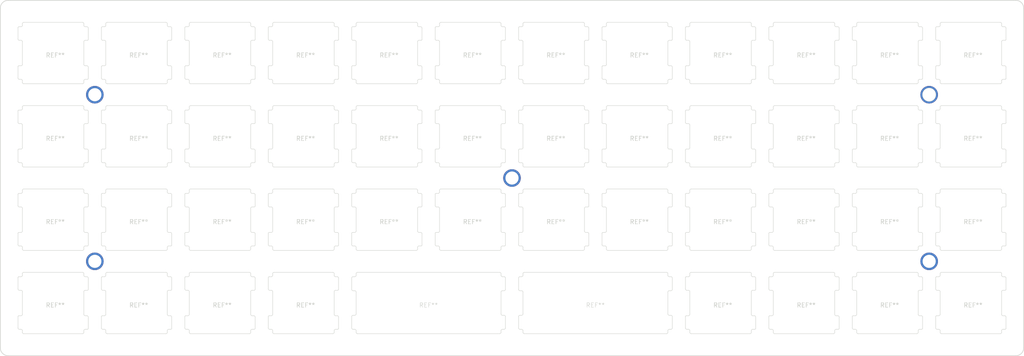
<source format=kicad_pcb>
(kicad_pcb (version 20171130) (host pcbnew 5.0.1)

  (general
    (thickness 1.6)
    (drawings 9)
    (tracks 5)
    (zones 0)
    (modules 46)
    (nets 1)
  )

  (page A4)
  (title_block
    (title SharkPCB)
    (date 2019-02-10)
    (rev V3.0.7)
    (company "Gondolin Electronics")
  )

  (layers
    (0 F.Cu signal)
    (31 B.Cu signal)
    (32 B.Adhes user hide)
    (33 F.Adhes user)
    (34 B.Paste user hide)
    (35 F.Paste user hide)
    (36 B.SilkS user)
    (37 F.SilkS user)
    (38 B.Mask user hide)
    (39 F.Mask user hide)
    (40 Dwgs.User user)
    (41 Cmts.User user)
    (42 Eco1.User user)
    (43 Eco2.User user)
    (44 Edge.Cuts user)
    (45 Margin user hide)
    (46 B.CrtYd user hide)
    (47 F.CrtYd user hide)
    (48 B.Fab user hide)
    (49 F.Fab user hide)
  )

  (setup
    (last_trace_width 0.254)
    (trace_clearance 0.13)
    (zone_clearance 0.127)
    (zone_45_only no)
    (trace_min 0.1)
    (segment_width 0.15)
    (edge_width 0.15)
    (via_size 0.45)
    (via_drill 0.2)
    (via_min_size 0.45)
    (via_min_drill 0.2)
    (uvia_size 0.45)
    (uvia_drill 0.2)
    (uvias_allowed no)
    (uvia_min_size 0.2)
    (uvia_min_drill 0.1)
    (pcb_text_width 0.3)
    (pcb_text_size 1.5 1.5)
    (mod_edge_width 0.15)
    (mod_text_size 1 1)
    (mod_text_width 0.15)
    (pad_size 1 2.2)
    (pad_drill 0.6)
    (pad_to_mask_clearance 0.051)
    (solder_mask_min_width 0.25)
    (aux_axis_origin 0 0)
    (grid_origin 148.463 102.743)
    (visible_elements FFFFFF7F)
    (pcbplotparams
      (layerselection 0x018f0_ffffffff)
      (usegerberextensions true)
      (usegerberattributes false)
      (usegerberadvancedattributes false)
      (creategerberjobfile false)
      (excludeedgelayer false)
      (linewidth 0.100000)
      (plotframeref false)
      (viasonmask false)
      (mode 1)
      (useauxorigin false)
      (hpglpennumber 1)
      (hpglpenspeed 20)
      (hpglpendiameter 15.000000)
      (psnegative false)
      (psa4output false)
      (plotreference true)
      (plotvalue true)
      (plotinvisibletext false)
      (padsonsilk false)
      (subtractmaskfromsilk false)
      (outputformat 1)
      (mirror false)
      (drillshape 0)
      (scaleselection 1)
      (outputdirectory "../../../gerbers/plates/loPro/2Space/"))
  )

  (net 0 "")

  (net_class Default "This is the default net class."
    (clearance 0.13)
    (trace_width 0.254)
    (via_dia 0.45)
    (via_drill 0.2)
    (uvia_dia 0.45)
    (uvia_drill 0.2)
  )

  (net_class Fine ""
    (clearance 0.13)
    (trace_width 0.13)
    (via_dia 0.508)
    (via_drill 0.2032)
    (uvia_dia 0.45)
    (uvia_drill 0.2)
  )

  (module acheronSwitchSlots:slotMX200 (layer F.Cu) (tedit 5C895996) (tstamp 5C71277A)
    (at 167.463 131.243)
    (fp_text reference REF** (at 0 0.5) (layer Edge.Cuts)
      (effects (font (size 1 1) (thickness 0.1)))
    )
    (fp_text value slotMX200 (at 0 -0.5) (layer F.Fab)
      (effects (font (size 1 1) (thickness 0.1)))
    )
    (fp_arc (start -17.2 -5.7) (end -17.2 -6) (angle -90) (layer Edge.Cuts) (width 0.1))
    (fp_line (start -16.8 2.8) (end -17.2 2.8) (layer Edge.Cuts) (width 0.1))
    (fp_line (start -17.5 3.1) (end -17.5 5.7) (layer Edge.Cuts) (width 0.1))
    (fp_line (start -17.5 -5.7) (end -17.5 -3.1) (layer Edge.Cuts) (width 0.1))
    (fp_line (start -16.8 -6) (end -17.2 -6) (layer Edge.Cuts) (width 0.1))
    (fp_arc (start -17.2 3.1) (end -17.2 2.8) (angle -90) (layer Edge.Cuts) (width 0.1))
    (fp_arc (start -16.8 -2.5) (end -16.5 -2.5) (angle -90) (layer Edge.Cuts) (width 0.1))
    (fp_arc (start -16.2 6.7) (end -16.5 6.7) (angle -90) (layer Edge.Cuts) (width 0.1))
    (fp_arc (start -16.8 -6.3) (end -16.8 -6) (angle -90) (layer Edge.Cuts) (width 0.1))
    (fp_line (start -16.5 6.3) (end -16.5 6.7) (layer Edge.Cuts) (width 0.1))
    (fp_arc (start -16.8 2.5) (end -16.8 2.8) (angle -90) (layer Edge.Cuts) (width 0.1))
    (fp_arc (start -16.2 -6.7) (end -16.2 -7) (angle -90) (layer Edge.Cuts) (width 0.1))
    (fp_arc (start -16.8 6.3) (end -16.5 6.3) (angle -90) (layer Edge.Cuts) (width 0.1))
    (fp_line (start -17.2 -2.8) (end -16.8 -2.8) (layer Edge.Cuts) (width 0.1))
    (fp_arc (start -17.2 -3.1) (end -17.5 -3.1) (angle -90) (layer Edge.Cuts) (width 0.1))
    (fp_arc (start -17.2 5.7) (end -17.5 5.7) (angle -90) (layer Edge.Cuts) (width 0.1))
    (fp_line (start -16.5 -2.5) (end -16.5 2.5) (layer Edge.Cuts) (width 0.1))
    (fp_line (start -17.2 6) (end -16.8 6) (layer Edge.Cuts) (width 0.1))
    (fp_line (start -16.5 -6.7) (end -16.5 -6.3) (layer Edge.Cuts) (width 0.1))
    (fp_line (start 16.5 6.7) (end 16.5 6.3) (layer Edge.Cuts) (width 0.1))
    (fp_line (start 16.8 6) (end 17.2 6) (layer Edge.Cuts) (width 0.1))
    (fp_line (start 17.5 5.7) (end 17.5 3.1) (layer Edge.Cuts) (width 0.1))
    (fp_arc (start 17.2 5.7) (end 17.2 6) (angle -90) (layer Edge.Cuts) (width 0.1))
    (fp_line (start 16.5 2.5) (end 16.5 -2.5) (layer Edge.Cuts) (width 0.1))
    (fp_arc (start 16.8 6.3) (end 16.8 6) (angle -90) (layer Edge.Cuts) (width 0.1))
    (fp_arc (start 16.8 2.5) (end 16.5 2.5) (angle -90) (layer Edge.Cuts) (width 0.1))
    (fp_arc (start 17.2 3.1) (end 17.5 3.1) (angle -90) (layer Edge.Cuts) (width 0.1))
    (fp_line (start 17.2 2.8) (end 16.8 2.8) (layer Edge.Cuts) (width 0.1))
    (fp_arc (start 16.8 -6.3) (end 16.5 -6.3) (angle -90) (layer Edge.Cuts) (width 0.1))
    (fp_arc (start 17.2 -5.7) (end 17.5 -5.7) (angle -90) (layer Edge.Cuts) (width 0.1))
    (fp_arc (start 17.2 -3.1) (end 17.2 -2.8) (angle -90) (layer Edge.Cuts) (width 0.1))
    (fp_arc (start 16.8 -2.5) (end 16.8 -2.8) (angle -90) (layer Edge.Cuts) (width 0.1))
    (fp_line (start 17.2 -6) (end 16.8 -6) (layer Edge.Cuts) (width 0.1))
    (fp_line (start 17.5 -3.1) (end 17.5 -5.7) (layer Edge.Cuts) (width 0.1))
    (fp_line (start 16.8 -2.8) (end 17.2 -2.8) (layer Edge.Cuts) (width 0.1))
    (fp_arc (start 16.2 6.7) (end 16.2 7) (angle -90) (layer Edge.Cuts) (width 0.1))
    (fp_arc (start 16.2 -6.7) (end 16.5 -6.7) (angle -90) (layer Edge.Cuts) (width 0.1))
    (fp_line (start 16.5 -6.3) (end 16.5 -6.7) (layer Edge.Cuts) (width 0.1))
    (fp_line (start -16.2 7) (end 16.2 7) (layer Edge.Cuts) (width 0.1))
    (fp_line (start 16.2 -7) (end -16.2 -7) (layer Edge.Cuts) (width 0.1))
  )

  (module acheronSwitchSlots:slotMX200 (layer F.Cu) (tedit 5C895996) (tstamp 5C71276D)
    (at 129.463 131.243)
    (fp_text reference REF** (at 0 0.5) (layer Edge.Cuts)
      (effects (font (size 1 1) (thickness 0.1)))
    )
    (fp_text value slotMX200 (at 0 -0.5) (layer F.Fab)
      (effects (font (size 1 1) (thickness 0.1)))
    )
    (fp_arc (start -17.2 -5.7) (end -17.2 -6) (angle -90) (layer Edge.Cuts) (width 0.1))
    (fp_line (start -16.8 2.8) (end -17.2 2.8) (layer Edge.Cuts) (width 0.1))
    (fp_line (start -17.5 3.1) (end -17.5 5.7) (layer Edge.Cuts) (width 0.1))
    (fp_line (start -17.5 -5.7) (end -17.5 -3.1) (layer Edge.Cuts) (width 0.1))
    (fp_line (start -16.8 -6) (end -17.2 -6) (layer Edge.Cuts) (width 0.1))
    (fp_arc (start -17.2 3.1) (end -17.2 2.8) (angle -90) (layer Edge.Cuts) (width 0.1))
    (fp_arc (start -16.8 -2.5) (end -16.5 -2.5) (angle -90) (layer Edge.Cuts) (width 0.1))
    (fp_arc (start -16.2 6.7) (end -16.5 6.7) (angle -90) (layer Edge.Cuts) (width 0.1))
    (fp_arc (start -16.8 -6.3) (end -16.8 -6) (angle -90) (layer Edge.Cuts) (width 0.1))
    (fp_line (start -16.5 6.3) (end -16.5 6.7) (layer Edge.Cuts) (width 0.1))
    (fp_arc (start -16.8 2.5) (end -16.8 2.8) (angle -90) (layer Edge.Cuts) (width 0.1))
    (fp_arc (start -16.2 -6.7) (end -16.2 -7) (angle -90) (layer Edge.Cuts) (width 0.1))
    (fp_arc (start -16.8 6.3) (end -16.5 6.3) (angle -90) (layer Edge.Cuts) (width 0.1))
    (fp_line (start -17.2 -2.8) (end -16.8 -2.8) (layer Edge.Cuts) (width 0.1))
    (fp_arc (start -17.2 -3.1) (end -17.5 -3.1) (angle -90) (layer Edge.Cuts) (width 0.1))
    (fp_arc (start -17.2 5.7) (end -17.5 5.7) (angle -90) (layer Edge.Cuts) (width 0.1))
    (fp_line (start -16.5 -2.5) (end -16.5 2.5) (layer Edge.Cuts) (width 0.1))
    (fp_line (start -17.2 6) (end -16.8 6) (layer Edge.Cuts) (width 0.1))
    (fp_line (start -16.5 -6.7) (end -16.5 -6.3) (layer Edge.Cuts) (width 0.1))
    (fp_line (start 16.5 6.7) (end 16.5 6.3) (layer Edge.Cuts) (width 0.1))
    (fp_line (start 16.8 6) (end 17.2 6) (layer Edge.Cuts) (width 0.1))
    (fp_line (start 17.5 5.7) (end 17.5 3.1) (layer Edge.Cuts) (width 0.1))
    (fp_arc (start 17.2 5.7) (end 17.2 6) (angle -90) (layer Edge.Cuts) (width 0.1))
    (fp_line (start 16.5 2.5) (end 16.5 -2.5) (layer Edge.Cuts) (width 0.1))
    (fp_arc (start 16.8 6.3) (end 16.8 6) (angle -90) (layer Edge.Cuts) (width 0.1))
    (fp_arc (start 16.8 2.5) (end 16.5 2.5) (angle -90) (layer Edge.Cuts) (width 0.1))
    (fp_arc (start 17.2 3.1) (end 17.5 3.1) (angle -90) (layer Edge.Cuts) (width 0.1))
    (fp_line (start 17.2 2.8) (end 16.8 2.8) (layer Edge.Cuts) (width 0.1))
    (fp_arc (start 16.8 -6.3) (end 16.5 -6.3) (angle -90) (layer Edge.Cuts) (width 0.1))
    (fp_arc (start 17.2 -5.7) (end 17.5 -5.7) (angle -90) (layer Edge.Cuts) (width 0.1))
    (fp_arc (start 17.2 -3.1) (end 17.2 -2.8) (angle -90) (layer Edge.Cuts) (width 0.1))
    (fp_arc (start 16.8 -2.5) (end 16.8 -2.8) (angle -90) (layer Edge.Cuts) (width 0.1))
    (fp_line (start 17.2 -6) (end 16.8 -6) (layer Edge.Cuts) (width 0.1))
    (fp_line (start 17.5 -3.1) (end 17.5 -5.7) (layer Edge.Cuts) (width 0.1))
    (fp_line (start 16.8 -2.8) (end 17.2 -2.8) (layer Edge.Cuts) (width 0.1))
    (fp_arc (start 16.2 6.7) (end 16.2 7) (angle -90) (layer Edge.Cuts) (width 0.1))
    (fp_arc (start 16.2 -6.7) (end 16.5 -6.7) (angle -90) (layer Edge.Cuts) (width 0.1))
    (fp_line (start 16.5 -6.3) (end 16.5 -6.7) (layer Edge.Cuts) (width 0.1))
    (fp_line (start -16.2 7) (end 16.2 7) (layer Edge.Cuts) (width 0.1))
    (fp_line (start 16.2 -7) (end -16.2 -7) (layer Edge.Cuts) (width 0.1))
  )

  (module acheronSwitchSlots:slotMX100 (layer F.Cu) (tedit 5C8958E0) (tstamp 5C70FF96)
    (at 233.963 131.243)
    (fp_text reference REF** (at 0.5 0.5) (layer Edge.Cuts)
      (effects (font (size 1 1) (thickness 0.15)))
    )
    (fp_text value slotMX100 (at 0.5 -0.5) (layer F.Fab)
      (effects (font (size 1 1) (thickness 0.15)))
    )
    (fp_arc (start -7.8 -5.8) (end -7.8 -6) (angle -90) (layer Edge.Cuts) (width 0.1))
    (fp_arc (start -7.7 -3.2) (end -8 -3.2) (angle -90) (layer Edge.Cuts) (width 0.1))
    (fp_arc (start -7.3 -2.6) (end -7 -2.6) (angle -90) (layer Edge.Cuts) (width 0.1))
    (fp_arc (start -7.3 -6.3) (end -7.3 -6) (angle -90) (layer Edge.Cuts) (width 0.1))
    (fp_line (start -8 -5.8) (end -8 -3.2) (layer Edge.Cuts) (width 0.1))
    (fp_line (start -7.3 -2.9) (end -7.7 -2.9) (layer Edge.Cuts) (width 0.1))
    (fp_line (start -7.8 -6) (end -7.3 -6) (layer Edge.Cuts) (width 0.1))
    (fp_arc (start -7.3 6.3) (end -7 6.3) (angle -90) (layer Edge.Cuts) (width 0.1))
    (fp_arc (start -7.7 5.7) (end -8 5.7) (angle -90) (layer Edge.Cuts) (width 0.1))
    (fp_line (start -7.8 2.9) (end -7.3 2.9) (layer Edge.Cuts) (width 0.1))
    (fp_line (start -8 3.1) (end -8 5.7) (layer Edge.Cuts) (width 0.1))
    (fp_line (start -7.3 6) (end -7.7 6) (layer Edge.Cuts) (width 0.1))
    (fp_arc (start -7.3 2.6) (end -7.3 2.9) (angle -90) (layer Edge.Cuts) (width 0.1))
    (fp_arc (start -7.8 3.1) (end -7.8 2.9) (angle -90) (layer Edge.Cuts) (width 0.1))
    (fp_arc (start 7.8 5.8) (end 7.8 6) (angle -90) (layer Edge.Cuts) (width 0.1))
    (fp_arc (start 7.3 6.3) (end 7.3 6) (angle -90) (layer Edge.Cuts) (width 0.1))
    (fp_line (start 7.3 2.9) (end 7.7 2.9) (layer Edge.Cuts) (width 0.1))
    (fp_line (start 8 5.8) (end 8 3.2) (layer Edge.Cuts) (width 0.1))
    (fp_line (start 7.8 6) (end 7.3 6) (layer Edge.Cuts) (width 0.1))
    (fp_arc (start 7.7 3.2) (end 8 3.2) (angle -90) (layer Edge.Cuts) (width 0.1))
    (fp_arc (start 7.3 2.6) (end 7 2.6) (angle -90) (layer Edge.Cuts) (width 0.1))
    (fp_line (start 7 -6.7) (end 7 -6.3) (layer Edge.Cuts) (width 0.1))
    (fp_arc (start 7.7 -5.7) (end 8 -5.7) (angle -90) (layer Edge.Cuts) (width 0.1))
    (fp_arc (start 7.3 -6.3) (end 7 -6.3) (angle -90) (layer Edge.Cuts) (width 0.1))
    (fp_arc (start 6.7 6.7) (end 6.7 7) (angle -90) (layer Edge.Cuts) (width 0.1))
    (fp_line (start 7 2.6) (end 7 -2.6) (layer Edge.Cuts) (width 0.1))
    (fp_line (start 7.8 -2.9) (end 7.3 -2.9) (layer Edge.Cuts) (width 0.1))
    (fp_line (start 8 -3.1) (end 8 -5.7) (layer Edge.Cuts) (width 0.1))
    (fp_line (start 7.3 -6) (end 7.7 -6) (layer Edge.Cuts) (width 0.1))
    (fp_arc (start 7.3 -2.6) (end 7.3 -2.9) (angle -90) (layer Edge.Cuts) (width 0.1))
    (fp_arc (start 7.8 -3.1) (end 7.8 -2.9) (angle -90) (layer Edge.Cuts) (width 0.1))
    (fp_arc (start 6.7 -6.7) (end 7 -6.7) (angle -90) (layer Edge.Cuts) (width 0.1))
    (fp_line (start 7 6.3) (end 7 6.7) (layer Edge.Cuts) (width 0.1))
    (fp_line (start -7 -6.3) (end -7 -6.7) (layer Edge.Cuts) (width 0.1))
    (fp_line (start -7 -2.6) (end -7 2.6) (layer Edge.Cuts) (width 0.1))
    (fp_line (start 6.7 -7) (end -6.7 -7) (layer Edge.Cuts) (width 0.1))
    (fp_arc (start -6.7 -6.7) (end -6.7 -7) (angle -90) (layer Edge.Cuts) (width 0.1))
    (fp_line (start -7 6.7) (end -7 6.3) (layer Edge.Cuts) (width 0.1))
    (fp_arc (start -6.7 6.7) (end -7 6.7) (angle -90) (layer Edge.Cuts) (width 0.1))
    (fp_line (start 6.7 7) (end -6.7 7) (layer Edge.Cuts) (width 0.1))
    (model ${ACHERONLIB}/3d_models/mx_switch.step
      (offset (xyz -7.35 -7.3 1))
      (scale (xyz 1 1 1))
      (rotate (xyz -90 0 0))
    )
  )

  (module acheronSwitchSlots:slotMX100 (layer F.Cu) (tedit 5C8958E0) (tstamp 5C70FF8B)
    (at 233.963 112.243)
    (fp_text reference REF** (at 0.5 0.5) (layer Edge.Cuts)
      (effects (font (size 1 1) (thickness 0.15)))
    )
    (fp_text value slotMX100 (at 0.5 -0.5) (layer F.Fab)
      (effects (font (size 1 1) (thickness 0.15)))
    )
    (fp_arc (start -7.8 -5.8) (end -7.8 -6) (angle -90) (layer Edge.Cuts) (width 0.1))
    (fp_arc (start -7.7 -3.2) (end -8 -3.2) (angle -90) (layer Edge.Cuts) (width 0.1))
    (fp_arc (start -7.3 -2.6) (end -7 -2.6) (angle -90) (layer Edge.Cuts) (width 0.1))
    (fp_arc (start -7.3 -6.3) (end -7.3 -6) (angle -90) (layer Edge.Cuts) (width 0.1))
    (fp_line (start -8 -5.8) (end -8 -3.2) (layer Edge.Cuts) (width 0.1))
    (fp_line (start -7.3 -2.9) (end -7.7 -2.9) (layer Edge.Cuts) (width 0.1))
    (fp_line (start -7.8 -6) (end -7.3 -6) (layer Edge.Cuts) (width 0.1))
    (fp_arc (start -7.3 6.3) (end -7 6.3) (angle -90) (layer Edge.Cuts) (width 0.1))
    (fp_arc (start -7.7 5.7) (end -8 5.7) (angle -90) (layer Edge.Cuts) (width 0.1))
    (fp_line (start -7.8 2.9) (end -7.3 2.9) (layer Edge.Cuts) (width 0.1))
    (fp_line (start -8 3.1) (end -8 5.7) (layer Edge.Cuts) (width 0.1))
    (fp_line (start -7.3 6) (end -7.7 6) (layer Edge.Cuts) (width 0.1))
    (fp_arc (start -7.3 2.6) (end -7.3 2.9) (angle -90) (layer Edge.Cuts) (width 0.1))
    (fp_arc (start -7.8 3.1) (end -7.8 2.9) (angle -90) (layer Edge.Cuts) (width 0.1))
    (fp_arc (start 7.8 5.8) (end 7.8 6) (angle -90) (layer Edge.Cuts) (width 0.1))
    (fp_arc (start 7.3 6.3) (end 7.3 6) (angle -90) (layer Edge.Cuts) (width 0.1))
    (fp_line (start 7.3 2.9) (end 7.7 2.9) (layer Edge.Cuts) (width 0.1))
    (fp_line (start 8 5.8) (end 8 3.2) (layer Edge.Cuts) (width 0.1))
    (fp_line (start 7.8 6) (end 7.3 6) (layer Edge.Cuts) (width 0.1))
    (fp_arc (start 7.7 3.2) (end 8 3.2) (angle -90) (layer Edge.Cuts) (width 0.1))
    (fp_arc (start 7.3 2.6) (end 7 2.6) (angle -90) (layer Edge.Cuts) (width 0.1))
    (fp_line (start 7 -6.7) (end 7 -6.3) (layer Edge.Cuts) (width 0.1))
    (fp_arc (start 7.7 -5.7) (end 8 -5.7) (angle -90) (layer Edge.Cuts) (width 0.1))
    (fp_arc (start 7.3 -6.3) (end 7 -6.3) (angle -90) (layer Edge.Cuts) (width 0.1))
    (fp_arc (start 6.7 6.7) (end 6.7 7) (angle -90) (layer Edge.Cuts) (width 0.1))
    (fp_line (start 7 2.6) (end 7 -2.6) (layer Edge.Cuts) (width 0.1))
    (fp_line (start 7.8 -2.9) (end 7.3 -2.9) (layer Edge.Cuts) (width 0.1))
    (fp_line (start 8 -3.1) (end 8 -5.7) (layer Edge.Cuts) (width 0.1))
    (fp_line (start 7.3 -6) (end 7.7 -6) (layer Edge.Cuts) (width 0.1))
    (fp_arc (start 7.3 -2.6) (end 7.3 -2.9) (angle -90) (layer Edge.Cuts) (width 0.1))
    (fp_arc (start 7.8 -3.1) (end 7.8 -2.9) (angle -90) (layer Edge.Cuts) (width 0.1))
    (fp_arc (start 6.7 -6.7) (end 7 -6.7) (angle -90) (layer Edge.Cuts) (width 0.1))
    (fp_line (start 7 6.3) (end 7 6.7) (layer Edge.Cuts) (width 0.1))
    (fp_line (start -7 -6.3) (end -7 -6.7) (layer Edge.Cuts) (width 0.1))
    (fp_line (start -7 -2.6) (end -7 2.6) (layer Edge.Cuts) (width 0.1))
    (fp_line (start 6.7 -7) (end -6.7 -7) (layer Edge.Cuts) (width 0.1))
    (fp_arc (start -6.7 -6.7) (end -6.7 -7) (angle -90) (layer Edge.Cuts) (width 0.1))
    (fp_line (start -7 6.7) (end -7 6.3) (layer Edge.Cuts) (width 0.1))
    (fp_arc (start -6.7 6.7) (end -7 6.7) (angle -90) (layer Edge.Cuts) (width 0.1))
    (fp_line (start 6.7 7) (end -6.7 7) (layer Edge.Cuts) (width 0.1))
    (model ${ACHERONLIB}/3d_models/mx_switch.step
      (offset (xyz -7.35 -7.3 1))
      (scale (xyz 1 1 1))
      (rotate (xyz -90 0 0))
    )
  )

  (module acheronSwitchSlots:slotMX100 (layer F.Cu) (tedit 5C8958E0) (tstamp 5C70FF80)
    (at 233.963 74.243)
    (fp_text reference REF** (at 0.5 0.5) (layer Edge.Cuts)
      (effects (font (size 1 1) (thickness 0.15)))
    )
    (fp_text value slotMX100 (at 0.5 -0.5) (layer F.Fab)
      (effects (font (size 1 1) (thickness 0.15)))
    )
    (fp_arc (start -7.8 -5.8) (end -7.8 -6) (angle -90) (layer Edge.Cuts) (width 0.1))
    (fp_arc (start -7.7 -3.2) (end -8 -3.2) (angle -90) (layer Edge.Cuts) (width 0.1))
    (fp_arc (start -7.3 -2.6) (end -7 -2.6) (angle -90) (layer Edge.Cuts) (width 0.1))
    (fp_arc (start -7.3 -6.3) (end -7.3 -6) (angle -90) (layer Edge.Cuts) (width 0.1))
    (fp_line (start -8 -5.8) (end -8 -3.2) (layer Edge.Cuts) (width 0.1))
    (fp_line (start -7.3 -2.9) (end -7.7 -2.9) (layer Edge.Cuts) (width 0.1))
    (fp_line (start -7.8 -6) (end -7.3 -6) (layer Edge.Cuts) (width 0.1))
    (fp_arc (start -7.3 6.3) (end -7 6.3) (angle -90) (layer Edge.Cuts) (width 0.1))
    (fp_arc (start -7.7 5.7) (end -8 5.7) (angle -90) (layer Edge.Cuts) (width 0.1))
    (fp_line (start -7.8 2.9) (end -7.3 2.9) (layer Edge.Cuts) (width 0.1))
    (fp_line (start -8 3.1) (end -8 5.7) (layer Edge.Cuts) (width 0.1))
    (fp_line (start -7.3 6) (end -7.7 6) (layer Edge.Cuts) (width 0.1))
    (fp_arc (start -7.3 2.6) (end -7.3 2.9) (angle -90) (layer Edge.Cuts) (width 0.1))
    (fp_arc (start -7.8 3.1) (end -7.8 2.9) (angle -90) (layer Edge.Cuts) (width 0.1))
    (fp_arc (start 7.8 5.8) (end 7.8 6) (angle -90) (layer Edge.Cuts) (width 0.1))
    (fp_arc (start 7.3 6.3) (end 7.3 6) (angle -90) (layer Edge.Cuts) (width 0.1))
    (fp_line (start 7.3 2.9) (end 7.7 2.9) (layer Edge.Cuts) (width 0.1))
    (fp_line (start 8 5.8) (end 8 3.2) (layer Edge.Cuts) (width 0.1))
    (fp_line (start 7.8 6) (end 7.3 6) (layer Edge.Cuts) (width 0.1))
    (fp_arc (start 7.7 3.2) (end 8 3.2) (angle -90) (layer Edge.Cuts) (width 0.1))
    (fp_arc (start 7.3 2.6) (end 7 2.6) (angle -90) (layer Edge.Cuts) (width 0.1))
    (fp_line (start 7 -6.7) (end 7 -6.3) (layer Edge.Cuts) (width 0.1))
    (fp_arc (start 7.7 -5.7) (end 8 -5.7) (angle -90) (layer Edge.Cuts) (width 0.1))
    (fp_arc (start 7.3 -6.3) (end 7 -6.3) (angle -90) (layer Edge.Cuts) (width 0.1))
    (fp_arc (start 6.7 6.7) (end 6.7 7) (angle -90) (layer Edge.Cuts) (width 0.1))
    (fp_line (start 7 2.6) (end 7 -2.6) (layer Edge.Cuts) (width 0.1))
    (fp_line (start 7.8 -2.9) (end 7.3 -2.9) (layer Edge.Cuts) (width 0.1))
    (fp_line (start 8 -3.1) (end 8 -5.7) (layer Edge.Cuts) (width 0.1))
    (fp_line (start 7.3 -6) (end 7.7 -6) (layer Edge.Cuts) (width 0.1))
    (fp_arc (start 7.3 -2.6) (end 7.3 -2.9) (angle -90) (layer Edge.Cuts) (width 0.1))
    (fp_arc (start 7.8 -3.1) (end 7.8 -2.9) (angle -90) (layer Edge.Cuts) (width 0.1))
    (fp_arc (start 6.7 -6.7) (end 7 -6.7) (angle -90) (layer Edge.Cuts) (width 0.1))
    (fp_line (start 7 6.3) (end 7 6.7) (layer Edge.Cuts) (width 0.1))
    (fp_line (start -7 -6.3) (end -7 -6.7) (layer Edge.Cuts) (width 0.1))
    (fp_line (start -7 -2.6) (end -7 2.6) (layer Edge.Cuts) (width 0.1))
    (fp_line (start 6.7 -7) (end -6.7 -7) (layer Edge.Cuts) (width 0.1))
    (fp_arc (start -6.7 -6.7) (end -6.7 -7) (angle -90) (layer Edge.Cuts) (width 0.1))
    (fp_line (start -7 6.7) (end -7 6.3) (layer Edge.Cuts) (width 0.1))
    (fp_arc (start -6.7 6.7) (end -7 6.7) (angle -90) (layer Edge.Cuts) (width 0.1))
    (fp_line (start 6.7 7) (end -6.7 7) (layer Edge.Cuts) (width 0.1))
    (model ${ACHERONLIB}/3d_models/mx_switch.step
      (offset (xyz -7.35 -7.3 1))
      (scale (xyz 1 1 1))
      (rotate (xyz -90 0 0))
    )
  )

  (module acheronSwitchSlots:slotMX100 (layer F.Cu) (tedit 5C8958E0) (tstamp 5C70FDE6)
    (at 81.963 131.243)
    (fp_text reference REF** (at 0.5 0.5) (layer Edge.Cuts)
      (effects (font (size 1 1) (thickness 0.15)))
    )
    (fp_text value slotMX100 (at 0.5 -0.5) (layer F.Fab)
      (effects (font (size 1 1) (thickness 0.15)))
    )
    (fp_arc (start -7.8 -5.8) (end -7.8 -6) (angle -90) (layer Edge.Cuts) (width 0.1))
    (fp_arc (start -7.7 -3.2) (end -8 -3.2) (angle -90) (layer Edge.Cuts) (width 0.1))
    (fp_arc (start -7.3 -2.6) (end -7 -2.6) (angle -90) (layer Edge.Cuts) (width 0.1))
    (fp_arc (start -7.3 -6.3) (end -7.3 -6) (angle -90) (layer Edge.Cuts) (width 0.1))
    (fp_line (start -8 -5.8) (end -8 -3.2) (layer Edge.Cuts) (width 0.1))
    (fp_line (start -7.3 -2.9) (end -7.7 -2.9) (layer Edge.Cuts) (width 0.1))
    (fp_line (start -7.8 -6) (end -7.3 -6) (layer Edge.Cuts) (width 0.1))
    (fp_arc (start -7.3 6.3) (end -7 6.3) (angle -90) (layer Edge.Cuts) (width 0.1))
    (fp_arc (start -7.7 5.7) (end -8 5.7) (angle -90) (layer Edge.Cuts) (width 0.1))
    (fp_line (start -7.8 2.9) (end -7.3 2.9) (layer Edge.Cuts) (width 0.1))
    (fp_line (start -8 3.1) (end -8 5.7) (layer Edge.Cuts) (width 0.1))
    (fp_line (start -7.3 6) (end -7.7 6) (layer Edge.Cuts) (width 0.1))
    (fp_arc (start -7.3 2.6) (end -7.3 2.9) (angle -90) (layer Edge.Cuts) (width 0.1))
    (fp_arc (start -7.8 3.1) (end -7.8 2.9) (angle -90) (layer Edge.Cuts) (width 0.1))
    (fp_arc (start 7.8 5.8) (end 7.8 6) (angle -90) (layer Edge.Cuts) (width 0.1))
    (fp_arc (start 7.3 6.3) (end 7.3 6) (angle -90) (layer Edge.Cuts) (width 0.1))
    (fp_line (start 7.3 2.9) (end 7.7 2.9) (layer Edge.Cuts) (width 0.1))
    (fp_line (start 8 5.8) (end 8 3.2) (layer Edge.Cuts) (width 0.1))
    (fp_line (start 7.8 6) (end 7.3 6) (layer Edge.Cuts) (width 0.1))
    (fp_arc (start 7.7 3.2) (end 8 3.2) (angle -90) (layer Edge.Cuts) (width 0.1))
    (fp_arc (start 7.3 2.6) (end 7 2.6) (angle -90) (layer Edge.Cuts) (width 0.1))
    (fp_line (start 7 -6.7) (end 7 -6.3) (layer Edge.Cuts) (width 0.1))
    (fp_arc (start 7.7 -5.7) (end 8 -5.7) (angle -90) (layer Edge.Cuts) (width 0.1))
    (fp_arc (start 7.3 -6.3) (end 7 -6.3) (angle -90) (layer Edge.Cuts) (width 0.1))
    (fp_arc (start 6.7 6.7) (end 6.7 7) (angle -90) (layer Edge.Cuts) (width 0.1))
    (fp_line (start 7 2.6) (end 7 -2.6) (layer Edge.Cuts) (width 0.1))
    (fp_line (start 7.8 -2.9) (end 7.3 -2.9) (layer Edge.Cuts) (width 0.1))
    (fp_line (start 8 -3.1) (end 8 -5.7) (layer Edge.Cuts) (width 0.1))
    (fp_line (start 7.3 -6) (end 7.7 -6) (layer Edge.Cuts) (width 0.1))
    (fp_arc (start 7.3 -2.6) (end 7.3 -2.9) (angle -90) (layer Edge.Cuts) (width 0.1))
    (fp_arc (start 7.8 -3.1) (end 7.8 -2.9) (angle -90) (layer Edge.Cuts) (width 0.1))
    (fp_arc (start 6.7 -6.7) (end 7 -6.7) (angle -90) (layer Edge.Cuts) (width 0.1))
    (fp_line (start 7 6.3) (end 7 6.7) (layer Edge.Cuts) (width 0.1))
    (fp_line (start -7 -6.3) (end -7 -6.7) (layer Edge.Cuts) (width 0.1))
    (fp_line (start -7 -2.6) (end -7 2.6) (layer Edge.Cuts) (width 0.1))
    (fp_line (start 6.7 -7) (end -6.7 -7) (layer Edge.Cuts) (width 0.1))
    (fp_arc (start -6.7 -6.7) (end -6.7 -7) (angle -90) (layer Edge.Cuts) (width 0.1))
    (fp_line (start -7 6.7) (end -7 6.3) (layer Edge.Cuts) (width 0.1))
    (fp_arc (start -6.7 6.7) (end -7 6.7) (angle -90) (layer Edge.Cuts) (width 0.1))
    (fp_line (start 6.7 7) (end -6.7 7) (layer Edge.Cuts) (width 0.1))
    (model ${ACHERONLIB}/3d_models/mx_switch.step
      (offset (xyz -7.35 -7.3 1))
      (scale (xyz 1 1 1))
      (rotate (xyz -90 0 0))
    )
  )

  (module acheronSwitchSlots:slotMX100 (layer F.Cu) (tedit 5C8958E0) (tstamp 5C70FDDB)
    (at 252.963 131.243)
    (fp_text reference REF** (at 0.5 0.5) (layer Edge.Cuts)
      (effects (font (size 1 1) (thickness 0.15)))
    )
    (fp_text value slotMX100 (at 0.5 -0.5) (layer F.Fab)
      (effects (font (size 1 1) (thickness 0.15)))
    )
    (fp_arc (start -7.8 -5.8) (end -7.8 -6) (angle -90) (layer Edge.Cuts) (width 0.1))
    (fp_arc (start -7.7 -3.2) (end -8 -3.2) (angle -90) (layer Edge.Cuts) (width 0.1))
    (fp_arc (start -7.3 -2.6) (end -7 -2.6) (angle -90) (layer Edge.Cuts) (width 0.1))
    (fp_arc (start -7.3 -6.3) (end -7.3 -6) (angle -90) (layer Edge.Cuts) (width 0.1))
    (fp_line (start -8 -5.8) (end -8 -3.2) (layer Edge.Cuts) (width 0.1))
    (fp_line (start -7.3 -2.9) (end -7.7 -2.9) (layer Edge.Cuts) (width 0.1))
    (fp_line (start -7.8 -6) (end -7.3 -6) (layer Edge.Cuts) (width 0.1))
    (fp_arc (start -7.3 6.3) (end -7 6.3) (angle -90) (layer Edge.Cuts) (width 0.1))
    (fp_arc (start -7.7 5.7) (end -8 5.7) (angle -90) (layer Edge.Cuts) (width 0.1))
    (fp_line (start -7.8 2.9) (end -7.3 2.9) (layer Edge.Cuts) (width 0.1))
    (fp_line (start -8 3.1) (end -8 5.7) (layer Edge.Cuts) (width 0.1))
    (fp_line (start -7.3 6) (end -7.7 6) (layer Edge.Cuts) (width 0.1))
    (fp_arc (start -7.3 2.6) (end -7.3 2.9) (angle -90) (layer Edge.Cuts) (width 0.1))
    (fp_arc (start -7.8 3.1) (end -7.8 2.9) (angle -90) (layer Edge.Cuts) (width 0.1))
    (fp_arc (start 7.8 5.8) (end 7.8 6) (angle -90) (layer Edge.Cuts) (width 0.1))
    (fp_arc (start 7.3 6.3) (end 7.3 6) (angle -90) (layer Edge.Cuts) (width 0.1))
    (fp_line (start 7.3 2.9) (end 7.7 2.9) (layer Edge.Cuts) (width 0.1))
    (fp_line (start 8 5.8) (end 8 3.2) (layer Edge.Cuts) (width 0.1))
    (fp_line (start 7.8 6) (end 7.3 6) (layer Edge.Cuts) (width 0.1))
    (fp_arc (start 7.7 3.2) (end 8 3.2) (angle -90) (layer Edge.Cuts) (width 0.1))
    (fp_arc (start 7.3 2.6) (end 7 2.6) (angle -90) (layer Edge.Cuts) (width 0.1))
    (fp_line (start 7 -6.7) (end 7 -6.3) (layer Edge.Cuts) (width 0.1))
    (fp_arc (start 7.7 -5.7) (end 8 -5.7) (angle -90) (layer Edge.Cuts) (width 0.1))
    (fp_arc (start 7.3 -6.3) (end 7 -6.3) (angle -90) (layer Edge.Cuts) (width 0.1))
    (fp_arc (start 6.7 6.7) (end 6.7 7) (angle -90) (layer Edge.Cuts) (width 0.1))
    (fp_line (start 7 2.6) (end 7 -2.6) (layer Edge.Cuts) (width 0.1))
    (fp_line (start 7.8 -2.9) (end 7.3 -2.9) (layer Edge.Cuts) (width 0.1))
    (fp_line (start 8 -3.1) (end 8 -5.7) (layer Edge.Cuts) (width 0.1))
    (fp_line (start 7.3 -6) (end 7.7 -6) (layer Edge.Cuts) (width 0.1))
    (fp_arc (start 7.3 -2.6) (end 7.3 -2.9) (angle -90) (layer Edge.Cuts) (width 0.1))
    (fp_arc (start 7.8 -3.1) (end 7.8 -2.9) (angle -90) (layer Edge.Cuts) (width 0.1))
    (fp_arc (start 6.7 -6.7) (end 7 -6.7) (angle -90) (layer Edge.Cuts) (width 0.1))
    (fp_line (start 7 6.3) (end 7 6.7) (layer Edge.Cuts) (width 0.1))
    (fp_line (start -7 -6.3) (end -7 -6.7) (layer Edge.Cuts) (width 0.1))
    (fp_line (start -7 -2.6) (end -7 2.6) (layer Edge.Cuts) (width 0.1))
    (fp_line (start 6.7 -7) (end -6.7 -7) (layer Edge.Cuts) (width 0.1))
    (fp_arc (start -6.7 -6.7) (end -6.7 -7) (angle -90) (layer Edge.Cuts) (width 0.1))
    (fp_line (start -7 6.7) (end -7 6.3) (layer Edge.Cuts) (width 0.1))
    (fp_arc (start -6.7 6.7) (end -7 6.7) (angle -90) (layer Edge.Cuts) (width 0.1))
    (fp_line (start 6.7 7) (end -6.7 7) (layer Edge.Cuts) (width 0.1))
    (model ${ACHERONLIB}/3d_models/mx_switch.step
      (offset (xyz -7.35 -7.3 1))
      (scale (xyz 1 1 1))
      (rotate (xyz -90 0 0))
    )
  )

  (module acheronSwitchSlots:slotMX100 (layer F.Cu) (tedit 5C8958E0) (tstamp 5C70FDC5)
    (at 195.963 131.243)
    (fp_text reference REF** (at 0.5 0.5) (layer Edge.Cuts)
      (effects (font (size 1 1) (thickness 0.15)))
    )
    (fp_text value slotMX100 (at 0.5 -0.5) (layer F.Fab)
      (effects (font (size 1 1) (thickness 0.15)))
    )
    (fp_arc (start -7.8 -5.8) (end -7.8 -6) (angle -90) (layer Edge.Cuts) (width 0.1))
    (fp_arc (start -7.7 -3.2) (end -8 -3.2) (angle -90) (layer Edge.Cuts) (width 0.1))
    (fp_arc (start -7.3 -2.6) (end -7 -2.6) (angle -90) (layer Edge.Cuts) (width 0.1))
    (fp_arc (start -7.3 -6.3) (end -7.3 -6) (angle -90) (layer Edge.Cuts) (width 0.1))
    (fp_line (start -8 -5.8) (end -8 -3.2) (layer Edge.Cuts) (width 0.1))
    (fp_line (start -7.3 -2.9) (end -7.7 -2.9) (layer Edge.Cuts) (width 0.1))
    (fp_line (start -7.8 -6) (end -7.3 -6) (layer Edge.Cuts) (width 0.1))
    (fp_arc (start -7.3 6.3) (end -7 6.3) (angle -90) (layer Edge.Cuts) (width 0.1))
    (fp_arc (start -7.7 5.7) (end -8 5.7) (angle -90) (layer Edge.Cuts) (width 0.1))
    (fp_line (start -7.8 2.9) (end -7.3 2.9) (layer Edge.Cuts) (width 0.1))
    (fp_line (start -8 3.1) (end -8 5.7) (layer Edge.Cuts) (width 0.1))
    (fp_line (start -7.3 6) (end -7.7 6) (layer Edge.Cuts) (width 0.1))
    (fp_arc (start -7.3 2.6) (end -7.3 2.9) (angle -90) (layer Edge.Cuts) (width 0.1))
    (fp_arc (start -7.8 3.1) (end -7.8 2.9) (angle -90) (layer Edge.Cuts) (width 0.1))
    (fp_arc (start 7.8 5.8) (end 7.8 6) (angle -90) (layer Edge.Cuts) (width 0.1))
    (fp_arc (start 7.3 6.3) (end 7.3 6) (angle -90) (layer Edge.Cuts) (width 0.1))
    (fp_line (start 7.3 2.9) (end 7.7 2.9) (layer Edge.Cuts) (width 0.1))
    (fp_line (start 8 5.8) (end 8 3.2) (layer Edge.Cuts) (width 0.1))
    (fp_line (start 7.8 6) (end 7.3 6) (layer Edge.Cuts) (width 0.1))
    (fp_arc (start 7.7 3.2) (end 8 3.2) (angle -90) (layer Edge.Cuts) (width 0.1))
    (fp_arc (start 7.3 2.6) (end 7 2.6) (angle -90) (layer Edge.Cuts) (width 0.1))
    (fp_line (start 7 -6.7) (end 7 -6.3) (layer Edge.Cuts) (width 0.1))
    (fp_arc (start 7.7 -5.7) (end 8 -5.7) (angle -90) (layer Edge.Cuts) (width 0.1))
    (fp_arc (start 7.3 -6.3) (end 7 -6.3) (angle -90) (layer Edge.Cuts) (width 0.1))
    (fp_arc (start 6.7 6.7) (end 6.7 7) (angle -90) (layer Edge.Cuts) (width 0.1))
    (fp_line (start 7 2.6) (end 7 -2.6) (layer Edge.Cuts) (width 0.1))
    (fp_line (start 7.8 -2.9) (end 7.3 -2.9) (layer Edge.Cuts) (width 0.1))
    (fp_line (start 8 -3.1) (end 8 -5.7) (layer Edge.Cuts) (width 0.1))
    (fp_line (start 7.3 -6) (end 7.7 -6) (layer Edge.Cuts) (width 0.1))
    (fp_arc (start 7.3 -2.6) (end 7.3 -2.9) (angle -90) (layer Edge.Cuts) (width 0.1))
    (fp_arc (start 7.8 -3.1) (end 7.8 -2.9) (angle -90) (layer Edge.Cuts) (width 0.1))
    (fp_arc (start 6.7 -6.7) (end 7 -6.7) (angle -90) (layer Edge.Cuts) (width 0.1))
    (fp_line (start 7 6.3) (end 7 6.7) (layer Edge.Cuts) (width 0.1))
    (fp_line (start -7 -6.3) (end -7 -6.7) (layer Edge.Cuts) (width 0.1))
    (fp_line (start -7 -2.6) (end -7 2.6) (layer Edge.Cuts) (width 0.1))
    (fp_line (start 6.7 -7) (end -6.7 -7) (layer Edge.Cuts) (width 0.1))
    (fp_arc (start -6.7 -6.7) (end -6.7 -7) (angle -90) (layer Edge.Cuts) (width 0.1))
    (fp_line (start -7 6.7) (end -7 6.3) (layer Edge.Cuts) (width 0.1))
    (fp_arc (start -6.7 6.7) (end -7 6.7) (angle -90) (layer Edge.Cuts) (width 0.1))
    (fp_line (start 6.7 7) (end -6.7 7) (layer Edge.Cuts) (width 0.1))
    (model ${ACHERONLIB}/3d_models/mx_switch.step
      (offset (xyz -7.35 -7.3 1))
      (scale (xyz 1 1 1))
      (rotate (xyz -90 0 0))
    )
  )

  (module acheronSwitchSlots:slotMX100 (layer F.Cu) (tedit 5C8958E0) (tstamp 5C70FDA4)
    (at 100.963 131.243)
    (fp_text reference REF** (at 0.5 0.5) (layer Edge.Cuts)
      (effects (font (size 1 1) (thickness 0.15)))
    )
    (fp_text value slotMX100 (at 0.5 -0.5) (layer F.Fab)
      (effects (font (size 1 1) (thickness 0.15)))
    )
    (fp_arc (start -7.8 -5.8) (end -7.8 -6) (angle -90) (layer Edge.Cuts) (width 0.1))
    (fp_arc (start -7.7 -3.2) (end -8 -3.2) (angle -90) (layer Edge.Cuts) (width 0.1))
    (fp_arc (start -7.3 -2.6) (end -7 -2.6) (angle -90) (layer Edge.Cuts) (width 0.1))
    (fp_arc (start -7.3 -6.3) (end -7.3 -6) (angle -90) (layer Edge.Cuts) (width 0.1))
    (fp_line (start -8 -5.8) (end -8 -3.2) (layer Edge.Cuts) (width 0.1))
    (fp_line (start -7.3 -2.9) (end -7.7 -2.9) (layer Edge.Cuts) (width 0.1))
    (fp_line (start -7.8 -6) (end -7.3 -6) (layer Edge.Cuts) (width 0.1))
    (fp_arc (start -7.3 6.3) (end -7 6.3) (angle -90) (layer Edge.Cuts) (width 0.1))
    (fp_arc (start -7.7 5.7) (end -8 5.7) (angle -90) (layer Edge.Cuts) (width 0.1))
    (fp_line (start -7.8 2.9) (end -7.3 2.9) (layer Edge.Cuts) (width 0.1))
    (fp_line (start -8 3.1) (end -8 5.7) (layer Edge.Cuts) (width 0.1))
    (fp_line (start -7.3 6) (end -7.7 6) (layer Edge.Cuts) (width 0.1))
    (fp_arc (start -7.3 2.6) (end -7.3 2.9) (angle -90) (layer Edge.Cuts) (width 0.1))
    (fp_arc (start -7.8 3.1) (end -7.8 2.9) (angle -90) (layer Edge.Cuts) (width 0.1))
    (fp_arc (start 7.8 5.8) (end 7.8 6) (angle -90) (layer Edge.Cuts) (width 0.1))
    (fp_arc (start 7.3 6.3) (end 7.3 6) (angle -90) (layer Edge.Cuts) (width 0.1))
    (fp_line (start 7.3 2.9) (end 7.7 2.9) (layer Edge.Cuts) (width 0.1))
    (fp_line (start 8 5.8) (end 8 3.2) (layer Edge.Cuts) (width 0.1))
    (fp_line (start 7.8 6) (end 7.3 6) (layer Edge.Cuts) (width 0.1))
    (fp_arc (start 7.7 3.2) (end 8 3.2) (angle -90) (layer Edge.Cuts) (width 0.1))
    (fp_arc (start 7.3 2.6) (end 7 2.6) (angle -90) (layer Edge.Cuts) (width 0.1))
    (fp_line (start 7 -6.7) (end 7 -6.3) (layer Edge.Cuts) (width 0.1))
    (fp_arc (start 7.7 -5.7) (end 8 -5.7) (angle -90) (layer Edge.Cuts) (width 0.1))
    (fp_arc (start 7.3 -6.3) (end 7 -6.3) (angle -90) (layer Edge.Cuts) (width 0.1))
    (fp_arc (start 6.7 6.7) (end 6.7 7) (angle -90) (layer Edge.Cuts) (width 0.1))
    (fp_line (start 7 2.6) (end 7 -2.6) (layer Edge.Cuts) (width 0.1))
    (fp_line (start 7.8 -2.9) (end 7.3 -2.9) (layer Edge.Cuts) (width 0.1))
    (fp_line (start 8 -3.1) (end 8 -5.7) (layer Edge.Cuts) (width 0.1))
    (fp_line (start 7.3 -6) (end 7.7 -6) (layer Edge.Cuts) (width 0.1))
    (fp_arc (start 7.3 -2.6) (end 7.3 -2.9) (angle -90) (layer Edge.Cuts) (width 0.1))
    (fp_arc (start 7.8 -3.1) (end 7.8 -2.9) (angle -90) (layer Edge.Cuts) (width 0.1))
    (fp_arc (start 6.7 -6.7) (end 7 -6.7) (angle -90) (layer Edge.Cuts) (width 0.1))
    (fp_line (start 7 6.3) (end 7 6.7) (layer Edge.Cuts) (width 0.1))
    (fp_line (start -7 -6.3) (end -7 -6.7) (layer Edge.Cuts) (width 0.1))
    (fp_line (start -7 -2.6) (end -7 2.6) (layer Edge.Cuts) (width 0.1))
    (fp_line (start 6.7 -7) (end -6.7 -7) (layer Edge.Cuts) (width 0.1))
    (fp_arc (start -6.7 -6.7) (end -6.7 -7) (angle -90) (layer Edge.Cuts) (width 0.1))
    (fp_line (start -7 6.7) (end -7 6.3) (layer Edge.Cuts) (width 0.1))
    (fp_arc (start -6.7 6.7) (end -7 6.7) (angle -90) (layer Edge.Cuts) (width 0.1))
    (fp_line (start 6.7 7) (end -6.7 7) (layer Edge.Cuts) (width 0.1))
    (model ${ACHERONLIB}/3d_models/mx_switch.step
      (offset (xyz -7.35 -7.3 1))
      (scale (xyz 1 1 1))
      (rotate (xyz -90 0 0))
    )
  )

  (module acheronSwitchSlots:slotMX100 (layer F.Cu) (tedit 5C8958E0) (tstamp 5C70FD8E)
    (at 214.963 131.243)
    (fp_text reference REF** (at 0.5 0.5) (layer Edge.Cuts)
      (effects (font (size 1 1) (thickness 0.15)))
    )
    (fp_text value slotMX100 (at 0.5 -0.5) (layer F.Fab)
      (effects (font (size 1 1) (thickness 0.15)))
    )
    (fp_arc (start -7.8 -5.8) (end -7.8 -6) (angle -90) (layer Edge.Cuts) (width 0.1))
    (fp_arc (start -7.7 -3.2) (end -8 -3.2) (angle -90) (layer Edge.Cuts) (width 0.1))
    (fp_arc (start -7.3 -2.6) (end -7 -2.6) (angle -90) (layer Edge.Cuts) (width 0.1))
    (fp_arc (start -7.3 -6.3) (end -7.3 -6) (angle -90) (layer Edge.Cuts) (width 0.1))
    (fp_line (start -8 -5.8) (end -8 -3.2) (layer Edge.Cuts) (width 0.1))
    (fp_line (start -7.3 -2.9) (end -7.7 -2.9) (layer Edge.Cuts) (width 0.1))
    (fp_line (start -7.8 -6) (end -7.3 -6) (layer Edge.Cuts) (width 0.1))
    (fp_arc (start -7.3 6.3) (end -7 6.3) (angle -90) (layer Edge.Cuts) (width 0.1))
    (fp_arc (start -7.7 5.7) (end -8 5.7) (angle -90) (layer Edge.Cuts) (width 0.1))
    (fp_line (start -7.8 2.9) (end -7.3 2.9) (layer Edge.Cuts) (width 0.1))
    (fp_line (start -8 3.1) (end -8 5.7) (layer Edge.Cuts) (width 0.1))
    (fp_line (start -7.3 6) (end -7.7 6) (layer Edge.Cuts) (width 0.1))
    (fp_arc (start -7.3 2.6) (end -7.3 2.9) (angle -90) (layer Edge.Cuts) (width 0.1))
    (fp_arc (start -7.8 3.1) (end -7.8 2.9) (angle -90) (layer Edge.Cuts) (width 0.1))
    (fp_arc (start 7.8 5.8) (end 7.8 6) (angle -90) (layer Edge.Cuts) (width 0.1))
    (fp_arc (start 7.3 6.3) (end 7.3 6) (angle -90) (layer Edge.Cuts) (width 0.1))
    (fp_line (start 7.3 2.9) (end 7.7 2.9) (layer Edge.Cuts) (width 0.1))
    (fp_line (start 8 5.8) (end 8 3.2) (layer Edge.Cuts) (width 0.1))
    (fp_line (start 7.8 6) (end 7.3 6) (layer Edge.Cuts) (width 0.1))
    (fp_arc (start 7.7 3.2) (end 8 3.2) (angle -90) (layer Edge.Cuts) (width 0.1))
    (fp_arc (start 7.3 2.6) (end 7 2.6) (angle -90) (layer Edge.Cuts) (width 0.1))
    (fp_line (start 7 -6.7) (end 7 -6.3) (layer Edge.Cuts) (width 0.1))
    (fp_arc (start 7.7 -5.7) (end 8 -5.7) (angle -90) (layer Edge.Cuts) (width 0.1))
    (fp_arc (start 7.3 -6.3) (end 7 -6.3) (angle -90) (layer Edge.Cuts) (width 0.1))
    (fp_arc (start 6.7 6.7) (end 6.7 7) (angle -90) (layer Edge.Cuts) (width 0.1))
    (fp_line (start 7 2.6) (end 7 -2.6) (layer Edge.Cuts) (width 0.1))
    (fp_line (start 7.8 -2.9) (end 7.3 -2.9) (layer Edge.Cuts) (width 0.1))
    (fp_line (start 8 -3.1) (end 8 -5.7) (layer Edge.Cuts) (width 0.1))
    (fp_line (start 7.3 -6) (end 7.7 -6) (layer Edge.Cuts) (width 0.1))
    (fp_arc (start 7.3 -2.6) (end 7.3 -2.9) (angle -90) (layer Edge.Cuts) (width 0.1))
    (fp_arc (start 7.8 -3.1) (end 7.8 -2.9) (angle -90) (layer Edge.Cuts) (width 0.1))
    (fp_arc (start 6.7 -6.7) (end 7 -6.7) (angle -90) (layer Edge.Cuts) (width 0.1))
    (fp_line (start 7 6.3) (end 7 6.7) (layer Edge.Cuts) (width 0.1))
    (fp_line (start -7 -6.3) (end -7 -6.7) (layer Edge.Cuts) (width 0.1))
    (fp_line (start -7 -2.6) (end -7 2.6) (layer Edge.Cuts) (width 0.1))
    (fp_line (start 6.7 -7) (end -6.7 -7) (layer Edge.Cuts) (width 0.1))
    (fp_arc (start -6.7 -6.7) (end -6.7 -7) (angle -90) (layer Edge.Cuts) (width 0.1))
    (fp_line (start -7 6.7) (end -7 6.3) (layer Edge.Cuts) (width 0.1))
    (fp_arc (start -6.7 6.7) (end -7 6.7) (angle -90) (layer Edge.Cuts) (width 0.1))
    (fp_line (start 6.7 7) (end -6.7 7) (layer Edge.Cuts) (width 0.1))
    (model ${ACHERONLIB}/3d_models/mx_switch.step
      (offset (xyz -7.35 -7.3 1))
      (scale (xyz 1 1 1))
      (rotate (xyz -90 0 0))
    )
  )

  (module acheronSwitchSlots:slotMX100 (layer F.Cu) (tedit 5C8958E0) (tstamp 5C70FD83)
    (at 62.963 131.243)
    (fp_text reference REF** (at 0.5 0.5) (layer Edge.Cuts)
      (effects (font (size 1 1) (thickness 0.15)))
    )
    (fp_text value slotMX100 (at 0.5 -0.5) (layer F.Fab)
      (effects (font (size 1 1) (thickness 0.15)))
    )
    (fp_arc (start -7.8 -5.8) (end -7.8 -6) (angle -90) (layer Edge.Cuts) (width 0.1))
    (fp_arc (start -7.7 -3.2) (end -8 -3.2) (angle -90) (layer Edge.Cuts) (width 0.1))
    (fp_arc (start -7.3 -2.6) (end -7 -2.6) (angle -90) (layer Edge.Cuts) (width 0.1))
    (fp_arc (start -7.3 -6.3) (end -7.3 -6) (angle -90) (layer Edge.Cuts) (width 0.1))
    (fp_line (start -8 -5.8) (end -8 -3.2) (layer Edge.Cuts) (width 0.1))
    (fp_line (start -7.3 -2.9) (end -7.7 -2.9) (layer Edge.Cuts) (width 0.1))
    (fp_line (start -7.8 -6) (end -7.3 -6) (layer Edge.Cuts) (width 0.1))
    (fp_arc (start -7.3 6.3) (end -7 6.3) (angle -90) (layer Edge.Cuts) (width 0.1))
    (fp_arc (start -7.7 5.7) (end -8 5.7) (angle -90) (layer Edge.Cuts) (width 0.1))
    (fp_line (start -7.8 2.9) (end -7.3 2.9) (layer Edge.Cuts) (width 0.1))
    (fp_line (start -8 3.1) (end -8 5.7) (layer Edge.Cuts) (width 0.1))
    (fp_line (start -7.3 6) (end -7.7 6) (layer Edge.Cuts) (width 0.1))
    (fp_arc (start -7.3 2.6) (end -7.3 2.9) (angle -90) (layer Edge.Cuts) (width 0.1))
    (fp_arc (start -7.8 3.1) (end -7.8 2.9) (angle -90) (layer Edge.Cuts) (width 0.1))
    (fp_arc (start 7.8 5.8) (end 7.8 6) (angle -90) (layer Edge.Cuts) (width 0.1))
    (fp_arc (start 7.3 6.3) (end 7.3 6) (angle -90) (layer Edge.Cuts) (width 0.1))
    (fp_line (start 7.3 2.9) (end 7.7 2.9) (layer Edge.Cuts) (width 0.1))
    (fp_line (start 8 5.8) (end 8 3.2) (layer Edge.Cuts) (width 0.1))
    (fp_line (start 7.8 6) (end 7.3 6) (layer Edge.Cuts) (width 0.1))
    (fp_arc (start 7.7 3.2) (end 8 3.2) (angle -90) (layer Edge.Cuts) (width 0.1))
    (fp_arc (start 7.3 2.6) (end 7 2.6) (angle -90) (layer Edge.Cuts) (width 0.1))
    (fp_line (start 7 -6.7) (end 7 -6.3) (layer Edge.Cuts) (width 0.1))
    (fp_arc (start 7.7 -5.7) (end 8 -5.7) (angle -90) (layer Edge.Cuts) (width 0.1))
    (fp_arc (start 7.3 -6.3) (end 7 -6.3) (angle -90) (layer Edge.Cuts) (width 0.1))
    (fp_arc (start 6.7 6.7) (end 6.7 7) (angle -90) (layer Edge.Cuts) (width 0.1))
    (fp_line (start 7 2.6) (end 7 -2.6) (layer Edge.Cuts) (width 0.1))
    (fp_line (start 7.8 -2.9) (end 7.3 -2.9) (layer Edge.Cuts) (width 0.1))
    (fp_line (start 8 -3.1) (end 8 -5.7) (layer Edge.Cuts) (width 0.1))
    (fp_line (start 7.3 -6) (end 7.7 -6) (layer Edge.Cuts) (width 0.1))
    (fp_arc (start 7.3 -2.6) (end 7.3 -2.9) (angle -90) (layer Edge.Cuts) (width 0.1))
    (fp_arc (start 7.8 -3.1) (end 7.8 -2.9) (angle -90) (layer Edge.Cuts) (width 0.1))
    (fp_arc (start 6.7 -6.7) (end 7 -6.7) (angle -90) (layer Edge.Cuts) (width 0.1))
    (fp_line (start 7 6.3) (end 7 6.7) (layer Edge.Cuts) (width 0.1))
    (fp_line (start -7 -6.3) (end -7 -6.7) (layer Edge.Cuts) (width 0.1))
    (fp_line (start -7 -2.6) (end -7 2.6) (layer Edge.Cuts) (width 0.1))
    (fp_line (start 6.7 -7) (end -6.7 -7) (layer Edge.Cuts) (width 0.1))
    (fp_arc (start -6.7 -6.7) (end -6.7 -7) (angle -90) (layer Edge.Cuts) (width 0.1))
    (fp_line (start -7 6.7) (end -7 6.3) (layer Edge.Cuts) (width 0.1))
    (fp_arc (start -6.7 6.7) (end -7 6.7) (angle -90) (layer Edge.Cuts) (width 0.1))
    (fp_line (start 6.7 7) (end -6.7 7) (layer Edge.Cuts) (width 0.1))
    (model ${ACHERONLIB}/3d_models/mx_switch.step
      (offset (xyz -7.35 -7.3 1))
      (scale (xyz 1 1 1))
      (rotate (xyz -90 0 0))
    )
  )

  (module acheronSwitchSlots:slotMX100 (layer F.Cu) (tedit 5C8958E0) (tstamp 5C70FD78)
    (at 43.963 131.243)
    (fp_text reference REF** (at 0.5 0.5) (layer Edge.Cuts)
      (effects (font (size 1 1) (thickness 0.15)))
    )
    (fp_text value slotMX100 (at 0.5 -0.5) (layer F.Fab)
      (effects (font (size 1 1) (thickness 0.15)))
    )
    (fp_arc (start -7.8 -5.8) (end -7.8 -6) (angle -90) (layer Edge.Cuts) (width 0.1))
    (fp_arc (start -7.7 -3.2) (end -8 -3.2) (angle -90) (layer Edge.Cuts) (width 0.1))
    (fp_arc (start -7.3 -2.6) (end -7 -2.6) (angle -90) (layer Edge.Cuts) (width 0.1))
    (fp_arc (start -7.3 -6.3) (end -7.3 -6) (angle -90) (layer Edge.Cuts) (width 0.1))
    (fp_line (start -8 -5.8) (end -8 -3.2) (layer Edge.Cuts) (width 0.1))
    (fp_line (start -7.3 -2.9) (end -7.7 -2.9) (layer Edge.Cuts) (width 0.1))
    (fp_line (start -7.8 -6) (end -7.3 -6) (layer Edge.Cuts) (width 0.1))
    (fp_arc (start -7.3 6.3) (end -7 6.3) (angle -90) (layer Edge.Cuts) (width 0.1))
    (fp_arc (start -7.7 5.7) (end -8 5.7) (angle -90) (layer Edge.Cuts) (width 0.1))
    (fp_line (start -7.8 2.9) (end -7.3 2.9) (layer Edge.Cuts) (width 0.1))
    (fp_line (start -8 3.1) (end -8 5.7) (layer Edge.Cuts) (width 0.1))
    (fp_line (start -7.3 6) (end -7.7 6) (layer Edge.Cuts) (width 0.1))
    (fp_arc (start -7.3 2.6) (end -7.3 2.9) (angle -90) (layer Edge.Cuts) (width 0.1))
    (fp_arc (start -7.8 3.1) (end -7.8 2.9) (angle -90) (layer Edge.Cuts) (width 0.1))
    (fp_arc (start 7.8 5.8) (end 7.8 6) (angle -90) (layer Edge.Cuts) (width 0.1))
    (fp_arc (start 7.3 6.3) (end 7.3 6) (angle -90) (layer Edge.Cuts) (width 0.1))
    (fp_line (start 7.3 2.9) (end 7.7 2.9) (layer Edge.Cuts) (width 0.1))
    (fp_line (start 8 5.8) (end 8 3.2) (layer Edge.Cuts) (width 0.1))
    (fp_line (start 7.8 6) (end 7.3 6) (layer Edge.Cuts) (width 0.1))
    (fp_arc (start 7.7 3.2) (end 8 3.2) (angle -90) (layer Edge.Cuts) (width 0.1))
    (fp_arc (start 7.3 2.6) (end 7 2.6) (angle -90) (layer Edge.Cuts) (width 0.1))
    (fp_line (start 7 -6.7) (end 7 -6.3) (layer Edge.Cuts) (width 0.1))
    (fp_arc (start 7.7 -5.7) (end 8 -5.7) (angle -90) (layer Edge.Cuts) (width 0.1))
    (fp_arc (start 7.3 -6.3) (end 7 -6.3) (angle -90) (layer Edge.Cuts) (width 0.1))
    (fp_arc (start 6.7 6.7) (end 6.7 7) (angle -90) (layer Edge.Cuts) (width 0.1))
    (fp_line (start 7 2.6) (end 7 -2.6) (layer Edge.Cuts) (width 0.1))
    (fp_line (start 7.8 -2.9) (end 7.3 -2.9) (layer Edge.Cuts) (width 0.1))
    (fp_line (start 8 -3.1) (end 8 -5.7) (layer Edge.Cuts) (width 0.1))
    (fp_line (start 7.3 -6) (end 7.7 -6) (layer Edge.Cuts) (width 0.1))
    (fp_arc (start 7.3 -2.6) (end 7.3 -2.9) (angle -90) (layer Edge.Cuts) (width 0.1))
    (fp_arc (start 7.8 -3.1) (end 7.8 -2.9) (angle -90) (layer Edge.Cuts) (width 0.1))
    (fp_arc (start 6.7 -6.7) (end 7 -6.7) (angle -90) (layer Edge.Cuts) (width 0.1))
    (fp_line (start 7 6.3) (end 7 6.7) (layer Edge.Cuts) (width 0.1))
    (fp_line (start -7 -6.3) (end -7 -6.7) (layer Edge.Cuts) (width 0.1))
    (fp_line (start -7 -2.6) (end -7 2.6) (layer Edge.Cuts) (width 0.1))
    (fp_line (start 6.7 -7) (end -6.7 -7) (layer Edge.Cuts) (width 0.1))
    (fp_arc (start -6.7 -6.7) (end -6.7 -7) (angle -90) (layer Edge.Cuts) (width 0.1))
    (fp_line (start -7 6.7) (end -7 6.3) (layer Edge.Cuts) (width 0.1))
    (fp_arc (start -6.7 6.7) (end -7 6.7) (angle -90) (layer Edge.Cuts) (width 0.1))
    (fp_line (start 6.7 7) (end -6.7 7) (layer Edge.Cuts) (width 0.1))
    (model ${ACHERONLIB}/3d_models/mx_switch.step
      (offset (xyz -7.35 -7.3 1))
      (scale (xyz 1 1 1))
      (rotate (xyz -90 0 0))
    )
  )

  (module acheronSwitchSlots:slotMX100 (layer F.Cu) (tedit 5C8958E0) (tstamp 5C70FCF4)
    (at 195.963 112.243)
    (fp_text reference REF** (at 0.5 0.5) (layer Edge.Cuts)
      (effects (font (size 1 1) (thickness 0.15)))
    )
    (fp_text value slotMX100 (at 0.5 -0.5) (layer F.Fab)
      (effects (font (size 1 1) (thickness 0.15)))
    )
    (fp_arc (start -7.8 -5.8) (end -7.8 -6) (angle -90) (layer Edge.Cuts) (width 0.1))
    (fp_arc (start -7.7 -3.2) (end -8 -3.2) (angle -90) (layer Edge.Cuts) (width 0.1))
    (fp_arc (start -7.3 -2.6) (end -7 -2.6) (angle -90) (layer Edge.Cuts) (width 0.1))
    (fp_arc (start -7.3 -6.3) (end -7.3 -6) (angle -90) (layer Edge.Cuts) (width 0.1))
    (fp_line (start -8 -5.8) (end -8 -3.2) (layer Edge.Cuts) (width 0.1))
    (fp_line (start -7.3 -2.9) (end -7.7 -2.9) (layer Edge.Cuts) (width 0.1))
    (fp_line (start -7.8 -6) (end -7.3 -6) (layer Edge.Cuts) (width 0.1))
    (fp_arc (start -7.3 6.3) (end -7 6.3) (angle -90) (layer Edge.Cuts) (width 0.1))
    (fp_arc (start -7.7 5.7) (end -8 5.7) (angle -90) (layer Edge.Cuts) (width 0.1))
    (fp_line (start -7.8 2.9) (end -7.3 2.9) (layer Edge.Cuts) (width 0.1))
    (fp_line (start -8 3.1) (end -8 5.7) (layer Edge.Cuts) (width 0.1))
    (fp_line (start -7.3 6) (end -7.7 6) (layer Edge.Cuts) (width 0.1))
    (fp_arc (start -7.3 2.6) (end -7.3 2.9) (angle -90) (layer Edge.Cuts) (width 0.1))
    (fp_arc (start -7.8 3.1) (end -7.8 2.9) (angle -90) (layer Edge.Cuts) (width 0.1))
    (fp_arc (start 7.8 5.8) (end 7.8 6) (angle -90) (layer Edge.Cuts) (width 0.1))
    (fp_arc (start 7.3 6.3) (end 7.3 6) (angle -90) (layer Edge.Cuts) (width 0.1))
    (fp_line (start 7.3 2.9) (end 7.7 2.9) (layer Edge.Cuts) (width 0.1))
    (fp_line (start 8 5.8) (end 8 3.2) (layer Edge.Cuts) (width 0.1))
    (fp_line (start 7.8 6) (end 7.3 6) (layer Edge.Cuts) (width 0.1))
    (fp_arc (start 7.7 3.2) (end 8 3.2) (angle -90) (layer Edge.Cuts) (width 0.1))
    (fp_arc (start 7.3 2.6) (end 7 2.6) (angle -90) (layer Edge.Cuts) (width 0.1))
    (fp_line (start 7 -6.7) (end 7 -6.3) (layer Edge.Cuts) (width 0.1))
    (fp_arc (start 7.7 -5.7) (end 8 -5.7) (angle -90) (layer Edge.Cuts) (width 0.1))
    (fp_arc (start 7.3 -6.3) (end 7 -6.3) (angle -90) (layer Edge.Cuts) (width 0.1))
    (fp_arc (start 6.7 6.7) (end 6.7 7) (angle -90) (layer Edge.Cuts) (width 0.1))
    (fp_line (start 7 2.6) (end 7 -2.6) (layer Edge.Cuts) (width 0.1))
    (fp_line (start 7.8 -2.9) (end 7.3 -2.9) (layer Edge.Cuts) (width 0.1))
    (fp_line (start 8 -3.1) (end 8 -5.7) (layer Edge.Cuts) (width 0.1))
    (fp_line (start 7.3 -6) (end 7.7 -6) (layer Edge.Cuts) (width 0.1))
    (fp_arc (start 7.3 -2.6) (end 7.3 -2.9) (angle -90) (layer Edge.Cuts) (width 0.1))
    (fp_arc (start 7.8 -3.1) (end 7.8 -2.9) (angle -90) (layer Edge.Cuts) (width 0.1))
    (fp_arc (start 6.7 -6.7) (end 7 -6.7) (angle -90) (layer Edge.Cuts) (width 0.1))
    (fp_line (start 7 6.3) (end 7 6.7) (layer Edge.Cuts) (width 0.1))
    (fp_line (start -7 -6.3) (end -7 -6.7) (layer Edge.Cuts) (width 0.1))
    (fp_line (start -7 -2.6) (end -7 2.6) (layer Edge.Cuts) (width 0.1))
    (fp_line (start 6.7 -7) (end -6.7 -7) (layer Edge.Cuts) (width 0.1))
    (fp_arc (start -6.7 -6.7) (end -6.7 -7) (angle -90) (layer Edge.Cuts) (width 0.1))
    (fp_line (start -7 6.7) (end -7 6.3) (layer Edge.Cuts) (width 0.1))
    (fp_arc (start -6.7 6.7) (end -7 6.7) (angle -90) (layer Edge.Cuts) (width 0.1))
    (fp_line (start 6.7 7) (end -6.7 7) (layer Edge.Cuts) (width 0.1))
    (model ${ACHERONLIB}/3d_models/mx_switch.step
      (offset (xyz -7.35 -7.3 1))
      (scale (xyz 1 1 1))
      (rotate (xyz -90 0 0))
    )
  )

  (module acheronSwitchSlots:slotMX100 (layer F.Cu) (tedit 5C8958E0) (tstamp 5C70FCE9)
    (at 252.963 112.243)
    (fp_text reference REF** (at 0.5 0.5) (layer Edge.Cuts)
      (effects (font (size 1 1) (thickness 0.15)))
    )
    (fp_text value slotMX100 (at 0.5 -0.5) (layer F.Fab)
      (effects (font (size 1 1) (thickness 0.15)))
    )
    (fp_arc (start -7.8 -5.8) (end -7.8 -6) (angle -90) (layer Edge.Cuts) (width 0.1))
    (fp_arc (start -7.7 -3.2) (end -8 -3.2) (angle -90) (layer Edge.Cuts) (width 0.1))
    (fp_arc (start -7.3 -2.6) (end -7 -2.6) (angle -90) (layer Edge.Cuts) (width 0.1))
    (fp_arc (start -7.3 -6.3) (end -7.3 -6) (angle -90) (layer Edge.Cuts) (width 0.1))
    (fp_line (start -8 -5.8) (end -8 -3.2) (layer Edge.Cuts) (width 0.1))
    (fp_line (start -7.3 -2.9) (end -7.7 -2.9) (layer Edge.Cuts) (width 0.1))
    (fp_line (start -7.8 -6) (end -7.3 -6) (layer Edge.Cuts) (width 0.1))
    (fp_arc (start -7.3 6.3) (end -7 6.3) (angle -90) (layer Edge.Cuts) (width 0.1))
    (fp_arc (start -7.7 5.7) (end -8 5.7) (angle -90) (layer Edge.Cuts) (width 0.1))
    (fp_line (start -7.8 2.9) (end -7.3 2.9) (layer Edge.Cuts) (width 0.1))
    (fp_line (start -8 3.1) (end -8 5.7) (layer Edge.Cuts) (width 0.1))
    (fp_line (start -7.3 6) (end -7.7 6) (layer Edge.Cuts) (width 0.1))
    (fp_arc (start -7.3 2.6) (end -7.3 2.9) (angle -90) (layer Edge.Cuts) (width 0.1))
    (fp_arc (start -7.8 3.1) (end -7.8 2.9) (angle -90) (layer Edge.Cuts) (width 0.1))
    (fp_arc (start 7.8 5.8) (end 7.8 6) (angle -90) (layer Edge.Cuts) (width 0.1))
    (fp_arc (start 7.3 6.3) (end 7.3 6) (angle -90) (layer Edge.Cuts) (width 0.1))
    (fp_line (start 7.3 2.9) (end 7.7 2.9) (layer Edge.Cuts) (width 0.1))
    (fp_line (start 8 5.8) (end 8 3.2) (layer Edge.Cuts) (width 0.1))
    (fp_line (start 7.8 6) (end 7.3 6) (layer Edge.Cuts) (width 0.1))
    (fp_arc (start 7.7 3.2) (end 8 3.2) (angle -90) (layer Edge.Cuts) (width 0.1))
    (fp_arc (start 7.3 2.6) (end 7 2.6) (angle -90) (layer Edge.Cuts) (width 0.1))
    (fp_line (start 7 -6.7) (end 7 -6.3) (layer Edge.Cuts) (width 0.1))
    (fp_arc (start 7.7 -5.7) (end 8 -5.7) (angle -90) (layer Edge.Cuts) (width 0.1))
    (fp_arc (start 7.3 -6.3) (end 7 -6.3) (angle -90) (layer Edge.Cuts) (width 0.1))
    (fp_arc (start 6.7 6.7) (end 6.7 7) (angle -90) (layer Edge.Cuts) (width 0.1))
    (fp_line (start 7 2.6) (end 7 -2.6) (layer Edge.Cuts) (width 0.1))
    (fp_line (start 7.8 -2.9) (end 7.3 -2.9) (layer Edge.Cuts) (width 0.1))
    (fp_line (start 8 -3.1) (end 8 -5.7) (layer Edge.Cuts) (width 0.1))
    (fp_line (start 7.3 -6) (end 7.7 -6) (layer Edge.Cuts) (width 0.1))
    (fp_arc (start 7.3 -2.6) (end 7.3 -2.9) (angle -90) (layer Edge.Cuts) (width 0.1))
    (fp_arc (start 7.8 -3.1) (end 7.8 -2.9) (angle -90) (layer Edge.Cuts) (width 0.1))
    (fp_arc (start 6.7 -6.7) (end 7 -6.7) (angle -90) (layer Edge.Cuts) (width 0.1))
    (fp_line (start 7 6.3) (end 7 6.7) (layer Edge.Cuts) (width 0.1))
    (fp_line (start -7 -6.3) (end -7 -6.7) (layer Edge.Cuts) (width 0.1))
    (fp_line (start -7 -2.6) (end -7 2.6) (layer Edge.Cuts) (width 0.1))
    (fp_line (start 6.7 -7) (end -6.7 -7) (layer Edge.Cuts) (width 0.1))
    (fp_arc (start -6.7 -6.7) (end -6.7 -7) (angle -90) (layer Edge.Cuts) (width 0.1))
    (fp_line (start -7 6.7) (end -7 6.3) (layer Edge.Cuts) (width 0.1))
    (fp_arc (start -6.7 6.7) (end -7 6.7) (angle -90) (layer Edge.Cuts) (width 0.1))
    (fp_line (start 6.7 7) (end -6.7 7) (layer Edge.Cuts) (width 0.1))
    (model ${ACHERONLIB}/3d_models/mx_switch.step
      (offset (xyz -7.35 -7.3 1))
      (scale (xyz 1 1 1))
      (rotate (xyz -90 0 0))
    )
  )

  (module acheronSwitchSlots:slotMX100 (layer F.Cu) (tedit 5C8958E0) (tstamp 5C70FCDE)
    (at 81.963 112.243)
    (fp_text reference REF** (at 0.5 0.5) (layer Edge.Cuts)
      (effects (font (size 1 1) (thickness 0.15)))
    )
    (fp_text value slotMX100 (at 0.5 -0.5) (layer F.Fab)
      (effects (font (size 1 1) (thickness 0.15)))
    )
    (fp_arc (start -7.8 -5.8) (end -7.8 -6) (angle -90) (layer Edge.Cuts) (width 0.1))
    (fp_arc (start -7.7 -3.2) (end -8 -3.2) (angle -90) (layer Edge.Cuts) (width 0.1))
    (fp_arc (start -7.3 -2.6) (end -7 -2.6) (angle -90) (layer Edge.Cuts) (width 0.1))
    (fp_arc (start -7.3 -6.3) (end -7.3 -6) (angle -90) (layer Edge.Cuts) (width 0.1))
    (fp_line (start -8 -5.8) (end -8 -3.2) (layer Edge.Cuts) (width 0.1))
    (fp_line (start -7.3 -2.9) (end -7.7 -2.9) (layer Edge.Cuts) (width 0.1))
    (fp_line (start -7.8 -6) (end -7.3 -6) (layer Edge.Cuts) (width 0.1))
    (fp_arc (start -7.3 6.3) (end -7 6.3) (angle -90) (layer Edge.Cuts) (width 0.1))
    (fp_arc (start -7.7 5.7) (end -8 5.7) (angle -90) (layer Edge.Cuts) (width 0.1))
    (fp_line (start -7.8 2.9) (end -7.3 2.9) (layer Edge.Cuts) (width 0.1))
    (fp_line (start -8 3.1) (end -8 5.7) (layer Edge.Cuts) (width 0.1))
    (fp_line (start -7.3 6) (end -7.7 6) (layer Edge.Cuts) (width 0.1))
    (fp_arc (start -7.3 2.6) (end -7.3 2.9) (angle -90) (layer Edge.Cuts) (width 0.1))
    (fp_arc (start -7.8 3.1) (end -7.8 2.9) (angle -90) (layer Edge.Cuts) (width 0.1))
    (fp_arc (start 7.8 5.8) (end 7.8 6) (angle -90) (layer Edge.Cuts) (width 0.1))
    (fp_arc (start 7.3 6.3) (end 7.3 6) (angle -90) (layer Edge.Cuts) (width 0.1))
    (fp_line (start 7.3 2.9) (end 7.7 2.9) (layer Edge.Cuts) (width 0.1))
    (fp_line (start 8 5.8) (end 8 3.2) (layer Edge.Cuts) (width 0.1))
    (fp_line (start 7.8 6) (end 7.3 6) (layer Edge.Cuts) (width 0.1))
    (fp_arc (start 7.7 3.2) (end 8 3.2) (angle -90) (layer Edge.Cuts) (width 0.1))
    (fp_arc (start 7.3 2.6) (end 7 2.6) (angle -90) (layer Edge.Cuts) (width 0.1))
    (fp_line (start 7 -6.7) (end 7 -6.3) (layer Edge.Cuts) (width 0.1))
    (fp_arc (start 7.7 -5.7) (end 8 -5.7) (angle -90) (layer Edge.Cuts) (width 0.1))
    (fp_arc (start 7.3 -6.3) (end 7 -6.3) (angle -90) (layer Edge.Cuts) (width 0.1))
    (fp_arc (start 6.7 6.7) (end 6.7 7) (angle -90) (layer Edge.Cuts) (width 0.1))
    (fp_line (start 7 2.6) (end 7 -2.6) (layer Edge.Cuts) (width 0.1))
    (fp_line (start 7.8 -2.9) (end 7.3 -2.9) (layer Edge.Cuts) (width 0.1))
    (fp_line (start 8 -3.1) (end 8 -5.7) (layer Edge.Cuts) (width 0.1))
    (fp_line (start 7.3 -6) (end 7.7 -6) (layer Edge.Cuts) (width 0.1))
    (fp_arc (start 7.3 -2.6) (end 7.3 -2.9) (angle -90) (layer Edge.Cuts) (width 0.1))
    (fp_arc (start 7.8 -3.1) (end 7.8 -2.9) (angle -90) (layer Edge.Cuts) (width 0.1))
    (fp_arc (start 6.7 -6.7) (end 7 -6.7) (angle -90) (layer Edge.Cuts) (width 0.1))
    (fp_line (start 7 6.3) (end 7 6.7) (layer Edge.Cuts) (width 0.1))
    (fp_line (start -7 -6.3) (end -7 -6.7) (layer Edge.Cuts) (width 0.1))
    (fp_line (start -7 -2.6) (end -7 2.6) (layer Edge.Cuts) (width 0.1))
    (fp_line (start 6.7 -7) (end -6.7 -7) (layer Edge.Cuts) (width 0.1))
    (fp_arc (start -6.7 -6.7) (end -6.7 -7) (angle -90) (layer Edge.Cuts) (width 0.1))
    (fp_line (start -7 6.7) (end -7 6.3) (layer Edge.Cuts) (width 0.1))
    (fp_arc (start -6.7 6.7) (end -7 6.7) (angle -90) (layer Edge.Cuts) (width 0.1))
    (fp_line (start 6.7 7) (end -6.7 7) (layer Edge.Cuts) (width 0.1))
    (model ${ACHERONLIB}/3d_models/mx_switch.step
      (offset (xyz -7.35 -7.3 1))
      (scale (xyz 1 1 1))
      (rotate (xyz -90 0 0))
    )
  )

  (module acheronSwitchSlots:slotMX100 (layer F.Cu) (tedit 5C8958E0) (tstamp 5C70FCD3)
    (at 176.963 112.243)
    (fp_text reference REF** (at 0.5 0.5) (layer Edge.Cuts)
      (effects (font (size 1 1) (thickness 0.15)))
    )
    (fp_text value slotMX100 (at 0.5 -0.5) (layer F.Fab)
      (effects (font (size 1 1) (thickness 0.15)))
    )
    (fp_arc (start -7.8 -5.8) (end -7.8 -6) (angle -90) (layer Edge.Cuts) (width 0.1))
    (fp_arc (start -7.7 -3.2) (end -8 -3.2) (angle -90) (layer Edge.Cuts) (width 0.1))
    (fp_arc (start -7.3 -2.6) (end -7 -2.6) (angle -90) (layer Edge.Cuts) (width 0.1))
    (fp_arc (start -7.3 -6.3) (end -7.3 -6) (angle -90) (layer Edge.Cuts) (width 0.1))
    (fp_line (start -8 -5.8) (end -8 -3.2) (layer Edge.Cuts) (width 0.1))
    (fp_line (start -7.3 -2.9) (end -7.7 -2.9) (layer Edge.Cuts) (width 0.1))
    (fp_line (start -7.8 -6) (end -7.3 -6) (layer Edge.Cuts) (width 0.1))
    (fp_arc (start -7.3 6.3) (end -7 6.3) (angle -90) (layer Edge.Cuts) (width 0.1))
    (fp_arc (start -7.7 5.7) (end -8 5.7) (angle -90) (layer Edge.Cuts) (width 0.1))
    (fp_line (start -7.8 2.9) (end -7.3 2.9) (layer Edge.Cuts) (width 0.1))
    (fp_line (start -8 3.1) (end -8 5.7) (layer Edge.Cuts) (width 0.1))
    (fp_line (start -7.3 6) (end -7.7 6) (layer Edge.Cuts) (width 0.1))
    (fp_arc (start -7.3 2.6) (end -7.3 2.9) (angle -90) (layer Edge.Cuts) (width 0.1))
    (fp_arc (start -7.8 3.1) (end -7.8 2.9) (angle -90) (layer Edge.Cuts) (width 0.1))
    (fp_arc (start 7.8 5.8) (end 7.8 6) (angle -90) (layer Edge.Cuts) (width 0.1))
    (fp_arc (start 7.3 6.3) (end 7.3 6) (angle -90) (layer Edge.Cuts) (width 0.1))
    (fp_line (start 7.3 2.9) (end 7.7 2.9) (layer Edge.Cuts) (width 0.1))
    (fp_line (start 8 5.8) (end 8 3.2) (layer Edge.Cuts) (width 0.1))
    (fp_line (start 7.8 6) (end 7.3 6) (layer Edge.Cuts) (width 0.1))
    (fp_arc (start 7.7 3.2) (end 8 3.2) (angle -90) (layer Edge.Cuts) (width 0.1))
    (fp_arc (start 7.3 2.6) (end 7 2.6) (angle -90) (layer Edge.Cuts) (width 0.1))
    (fp_line (start 7 -6.7) (end 7 -6.3) (layer Edge.Cuts) (width 0.1))
    (fp_arc (start 7.7 -5.7) (end 8 -5.7) (angle -90) (layer Edge.Cuts) (width 0.1))
    (fp_arc (start 7.3 -6.3) (end 7 -6.3) (angle -90) (layer Edge.Cuts) (width 0.1))
    (fp_arc (start 6.7 6.7) (end 6.7 7) (angle -90) (layer Edge.Cuts) (width 0.1))
    (fp_line (start 7 2.6) (end 7 -2.6) (layer Edge.Cuts) (width 0.1))
    (fp_line (start 7.8 -2.9) (end 7.3 -2.9) (layer Edge.Cuts) (width 0.1))
    (fp_line (start 8 -3.1) (end 8 -5.7) (layer Edge.Cuts) (width 0.1))
    (fp_line (start 7.3 -6) (end 7.7 -6) (layer Edge.Cuts) (width 0.1))
    (fp_arc (start 7.3 -2.6) (end 7.3 -2.9) (angle -90) (layer Edge.Cuts) (width 0.1))
    (fp_arc (start 7.8 -3.1) (end 7.8 -2.9) (angle -90) (layer Edge.Cuts) (width 0.1))
    (fp_arc (start 6.7 -6.7) (end 7 -6.7) (angle -90) (layer Edge.Cuts) (width 0.1))
    (fp_line (start 7 6.3) (end 7 6.7) (layer Edge.Cuts) (width 0.1))
    (fp_line (start -7 -6.3) (end -7 -6.7) (layer Edge.Cuts) (width 0.1))
    (fp_line (start -7 -2.6) (end -7 2.6) (layer Edge.Cuts) (width 0.1))
    (fp_line (start 6.7 -7) (end -6.7 -7) (layer Edge.Cuts) (width 0.1))
    (fp_arc (start -6.7 -6.7) (end -6.7 -7) (angle -90) (layer Edge.Cuts) (width 0.1))
    (fp_line (start -7 6.7) (end -7 6.3) (layer Edge.Cuts) (width 0.1))
    (fp_arc (start -6.7 6.7) (end -7 6.7) (angle -90) (layer Edge.Cuts) (width 0.1))
    (fp_line (start 6.7 7) (end -6.7 7) (layer Edge.Cuts) (width 0.1))
    (model ${ACHERONLIB}/3d_models/mx_switch.step
      (offset (xyz -7.35 -7.3 1))
      (scale (xyz 1 1 1))
      (rotate (xyz -90 0 0))
    )
  )

  (module acheronSwitchSlots:slotMX100 (layer F.Cu) (tedit 5C8958E0) (tstamp 5C70FCC8)
    (at 62.963 112.243)
    (fp_text reference REF** (at 0.5 0.5) (layer Edge.Cuts)
      (effects (font (size 1 1) (thickness 0.15)))
    )
    (fp_text value slotMX100 (at 0.5 -0.5) (layer F.Fab)
      (effects (font (size 1 1) (thickness 0.15)))
    )
    (fp_arc (start -7.8 -5.8) (end -7.8 -6) (angle -90) (layer Edge.Cuts) (width 0.1))
    (fp_arc (start -7.7 -3.2) (end -8 -3.2) (angle -90) (layer Edge.Cuts) (width 0.1))
    (fp_arc (start -7.3 -2.6) (end -7 -2.6) (angle -90) (layer Edge.Cuts) (width 0.1))
    (fp_arc (start -7.3 -6.3) (end -7.3 -6) (angle -90) (layer Edge.Cuts) (width 0.1))
    (fp_line (start -8 -5.8) (end -8 -3.2) (layer Edge.Cuts) (width 0.1))
    (fp_line (start -7.3 -2.9) (end -7.7 -2.9) (layer Edge.Cuts) (width 0.1))
    (fp_line (start -7.8 -6) (end -7.3 -6) (layer Edge.Cuts) (width 0.1))
    (fp_arc (start -7.3 6.3) (end -7 6.3) (angle -90) (layer Edge.Cuts) (width 0.1))
    (fp_arc (start -7.7 5.7) (end -8 5.7) (angle -90) (layer Edge.Cuts) (width 0.1))
    (fp_line (start -7.8 2.9) (end -7.3 2.9) (layer Edge.Cuts) (width 0.1))
    (fp_line (start -8 3.1) (end -8 5.7) (layer Edge.Cuts) (width 0.1))
    (fp_line (start -7.3 6) (end -7.7 6) (layer Edge.Cuts) (width 0.1))
    (fp_arc (start -7.3 2.6) (end -7.3 2.9) (angle -90) (layer Edge.Cuts) (width 0.1))
    (fp_arc (start -7.8 3.1) (end -7.8 2.9) (angle -90) (layer Edge.Cuts) (width 0.1))
    (fp_arc (start 7.8 5.8) (end 7.8 6) (angle -90) (layer Edge.Cuts) (width 0.1))
    (fp_arc (start 7.3 6.3) (end 7.3 6) (angle -90) (layer Edge.Cuts) (width 0.1))
    (fp_line (start 7.3 2.9) (end 7.7 2.9) (layer Edge.Cuts) (width 0.1))
    (fp_line (start 8 5.8) (end 8 3.2) (layer Edge.Cuts) (width 0.1))
    (fp_line (start 7.8 6) (end 7.3 6) (layer Edge.Cuts) (width 0.1))
    (fp_arc (start 7.7 3.2) (end 8 3.2) (angle -90) (layer Edge.Cuts) (width 0.1))
    (fp_arc (start 7.3 2.6) (end 7 2.6) (angle -90) (layer Edge.Cuts) (width 0.1))
    (fp_line (start 7 -6.7) (end 7 -6.3) (layer Edge.Cuts) (width 0.1))
    (fp_arc (start 7.7 -5.7) (end 8 -5.7) (angle -90) (layer Edge.Cuts) (width 0.1))
    (fp_arc (start 7.3 -6.3) (end 7 -6.3) (angle -90) (layer Edge.Cuts) (width 0.1))
    (fp_arc (start 6.7 6.7) (end 6.7 7) (angle -90) (layer Edge.Cuts) (width 0.1))
    (fp_line (start 7 2.6) (end 7 -2.6) (layer Edge.Cuts) (width 0.1))
    (fp_line (start 7.8 -2.9) (end 7.3 -2.9) (layer Edge.Cuts) (width 0.1))
    (fp_line (start 8 -3.1) (end 8 -5.7) (layer Edge.Cuts) (width 0.1))
    (fp_line (start 7.3 -6) (end 7.7 -6) (layer Edge.Cuts) (width 0.1))
    (fp_arc (start 7.3 -2.6) (end 7.3 -2.9) (angle -90) (layer Edge.Cuts) (width 0.1))
    (fp_arc (start 7.8 -3.1) (end 7.8 -2.9) (angle -90) (layer Edge.Cuts) (width 0.1))
    (fp_arc (start 6.7 -6.7) (end 7 -6.7) (angle -90) (layer Edge.Cuts) (width 0.1))
    (fp_line (start 7 6.3) (end 7 6.7) (layer Edge.Cuts) (width 0.1))
    (fp_line (start -7 -6.3) (end -7 -6.7) (layer Edge.Cuts) (width 0.1))
    (fp_line (start -7 -2.6) (end -7 2.6) (layer Edge.Cuts) (width 0.1))
    (fp_line (start 6.7 -7) (end -6.7 -7) (layer Edge.Cuts) (width 0.1))
    (fp_arc (start -6.7 -6.7) (end -6.7 -7) (angle -90) (layer Edge.Cuts) (width 0.1))
    (fp_line (start -7 6.7) (end -7 6.3) (layer Edge.Cuts) (width 0.1))
    (fp_arc (start -6.7 6.7) (end -7 6.7) (angle -90) (layer Edge.Cuts) (width 0.1))
    (fp_line (start 6.7 7) (end -6.7 7) (layer Edge.Cuts) (width 0.1))
    (model ${ACHERONLIB}/3d_models/mx_switch.step
      (offset (xyz -7.35 -7.3 1))
      (scale (xyz 1 1 1))
      (rotate (xyz -90 0 0))
    )
  )

  (module acheronSwitchSlots:slotMX100 (layer F.Cu) (tedit 5C8958E0) (tstamp 5C70FCBD)
    (at 43.963 112.243)
    (fp_text reference REF** (at 0.5 0.5) (layer Edge.Cuts)
      (effects (font (size 1 1) (thickness 0.15)))
    )
    (fp_text value slotMX100 (at 0.5 -0.5) (layer F.Fab)
      (effects (font (size 1 1) (thickness 0.15)))
    )
    (fp_arc (start -7.8 -5.8) (end -7.8 -6) (angle -90) (layer Edge.Cuts) (width 0.1))
    (fp_arc (start -7.7 -3.2) (end -8 -3.2) (angle -90) (layer Edge.Cuts) (width 0.1))
    (fp_arc (start -7.3 -2.6) (end -7 -2.6) (angle -90) (layer Edge.Cuts) (width 0.1))
    (fp_arc (start -7.3 -6.3) (end -7.3 -6) (angle -90) (layer Edge.Cuts) (width 0.1))
    (fp_line (start -8 -5.8) (end -8 -3.2) (layer Edge.Cuts) (width 0.1))
    (fp_line (start -7.3 -2.9) (end -7.7 -2.9) (layer Edge.Cuts) (width 0.1))
    (fp_line (start -7.8 -6) (end -7.3 -6) (layer Edge.Cuts) (width 0.1))
    (fp_arc (start -7.3 6.3) (end -7 6.3) (angle -90) (layer Edge.Cuts) (width 0.1))
    (fp_arc (start -7.7 5.7) (end -8 5.7) (angle -90) (layer Edge.Cuts) (width 0.1))
    (fp_line (start -7.8 2.9) (end -7.3 2.9) (layer Edge.Cuts) (width 0.1))
    (fp_line (start -8 3.1) (end -8 5.7) (layer Edge.Cuts) (width 0.1))
    (fp_line (start -7.3 6) (end -7.7 6) (layer Edge.Cuts) (width 0.1))
    (fp_arc (start -7.3 2.6) (end -7.3 2.9) (angle -90) (layer Edge.Cuts) (width 0.1))
    (fp_arc (start -7.8 3.1) (end -7.8 2.9) (angle -90) (layer Edge.Cuts) (width 0.1))
    (fp_arc (start 7.8 5.8) (end 7.8 6) (angle -90) (layer Edge.Cuts) (width 0.1))
    (fp_arc (start 7.3 6.3) (end 7.3 6) (angle -90) (layer Edge.Cuts) (width 0.1))
    (fp_line (start 7.3 2.9) (end 7.7 2.9) (layer Edge.Cuts) (width 0.1))
    (fp_line (start 8 5.8) (end 8 3.2) (layer Edge.Cuts) (width 0.1))
    (fp_line (start 7.8 6) (end 7.3 6) (layer Edge.Cuts) (width 0.1))
    (fp_arc (start 7.7 3.2) (end 8 3.2) (angle -90) (layer Edge.Cuts) (width 0.1))
    (fp_arc (start 7.3 2.6) (end 7 2.6) (angle -90) (layer Edge.Cuts) (width 0.1))
    (fp_line (start 7 -6.7) (end 7 -6.3) (layer Edge.Cuts) (width 0.1))
    (fp_arc (start 7.7 -5.7) (end 8 -5.7) (angle -90) (layer Edge.Cuts) (width 0.1))
    (fp_arc (start 7.3 -6.3) (end 7 -6.3) (angle -90) (layer Edge.Cuts) (width 0.1))
    (fp_arc (start 6.7 6.7) (end 6.7 7) (angle -90) (layer Edge.Cuts) (width 0.1))
    (fp_line (start 7 2.6) (end 7 -2.6) (layer Edge.Cuts) (width 0.1))
    (fp_line (start 7.8 -2.9) (end 7.3 -2.9) (layer Edge.Cuts) (width 0.1))
    (fp_line (start 8 -3.1) (end 8 -5.7) (layer Edge.Cuts) (width 0.1))
    (fp_line (start 7.3 -6) (end 7.7 -6) (layer Edge.Cuts) (width 0.1))
    (fp_arc (start 7.3 -2.6) (end 7.3 -2.9) (angle -90) (layer Edge.Cuts) (width 0.1))
    (fp_arc (start 7.8 -3.1) (end 7.8 -2.9) (angle -90) (layer Edge.Cuts) (width 0.1))
    (fp_arc (start 6.7 -6.7) (end 7 -6.7) (angle -90) (layer Edge.Cuts) (width 0.1))
    (fp_line (start 7 6.3) (end 7 6.7) (layer Edge.Cuts) (width 0.1))
    (fp_line (start -7 -6.3) (end -7 -6.7) (layer Edge.Cuts) (width 0.1))
    (fp_line (start -7 -2.6) (end -7 2.6) (layer Edge.Cuts) (width 0.1))
    (fp_line (start 6.7 -7) (end -6.7 -7) (layer Edge.Cuts) (width 0.1))
    (fp_arc (start -6.7 -6.7) (end -6.7 -7) (angle -90) (layer Edge.Cuts) (width 0.1))
    (fp_line (start -7 6.7) (end -7 6.3) (layer Edge.Cuts) (width 0.1))
    (fp_arc (start -6.7 6.7) (end -7 6.7) (angle -90) (layer Edge.Cuts) (width 0.1))
    (fp_line (start 6.7 7) (end -6.7 7) (layer Edge.Cuts) (width 0.1))
    (model ${ACHERONLIB}/3d_models/mx_switch.step
      (offset (xyz -7.35 -7.3 1))
      (scale (xyz 1 1 1))
      (rotate (xyz -90 0 0))
    )
  )

  (module acheronSwitchSlots:slotMX100 (layer F.Cu) (tedit 5C8958E0) (tstamp 5C70FCB2)
    (at 138.963 112.243)
    (fp_text reference REF** (at 0.5 0.5) (layer Edge.Cuts)
      (effects (font (size 1 1) (thickness 0.15)))
    )
    (fp_text value slotMX100 (at 0.5 -0.5) (layer F.Fab)
      (effects (font (size 1 1) (thickness 0.15)))
    )
    (fp_arc (start -7.8 -5.8) (end -7.8 -6) (angle -90) (layer Edge.Cuts) (width 0.1))
    (fp_arc (start -7.7 -3.2) (end -8 -3.2) (angle -90) (layer Edge.Cuts) (width 0.1))
    (fp_arc (start -7.3 -2.6) (end -7 -2.6) (angle -90) (layer Edge.Cuts) (width 0.1))
    (fp_arc (start -7.3 -6.3) (end -7.3 -6) (angle -90) (layer Edge.Cuts) (width 0.1))
    (fp_line (start -8 -5.8) (end -8 -3.2) (layer Edge.Cuts) (width 0.1))
    (fp_line (start -7.3 -2.9) (end -7.7 -2.9) (layer Edge.Cuts) (width 0.1))
    (fp_line (start -7.8 -6) (end -7.3 -6) (layer Edge.Cuts) (width 0.1))
    (fp_arc (start -7.3 6.3) (end -7 6.3) (angle -90) (layer Edge.Cuts) (width 0.1))
    (fp_arc (start -7.7 5.7) (end -8 5.7) (angle -90) (layer Edge.Cuts) (width 0.1))
    (fp_line (start -7.8 2.9) (end -7.3 2.9) (layer Edge.Cuts) (width 0.1))
    (fp_line (start -8 3.1) (end -8 5.7) (layer Edge.Cuts) (width 0.1))
    (fp_line (start -7.3 6) (end -7.7 6) (layer Edge.Cuts) (width 0.1))
    (fp_arc (start -7.3 2.6) (end -7.3 2.9) (angle -90) (layer Edge.Cuts) (width 0.1))
    (fp_arc (start -7.8 3.1) (end -7.8 2.9) (angle -90) (layer Edge.Cuts) (width 0.1))
    (fp_arc (start 7.8 5.8) (end 7.8 6) (angle -90) (layer Edge.Cuts) (width 0.1))
    (fp_arc (start 7.3 6.3) (end 7.3 6) (angle -90) (layer Edge.Cuts) (width 0.1))
    (fp_line (start 7.3 2.9) (end 7.7 2.9) (layer Edge.Cuts) (width 0.1))
    (fp_line (start 8 5.8) (end 8 3.2) (layer Edge.Cuts) (width 0.1))
    (fp_line (start 7.8 6) (end 7.3 6) (layer Edge.Cuts) (width 0.1))
    (fp_arc (start 7.7 3.2) (end 8 3.2) (angle -90) (layer Edge.Cuts) (width 0.1))
    (fp_arc (start 7.3 2.6) (end 7 2.6) (angle -90) (layer Edge.Cuts) (width 0.1))
    (fp_line (start 7 -6.7) (end 7 -6.3) (layer Edge.Cuts) (width 0.1))
    (fp_arc (start 7.7 -5.7) (end 8 -5.7) (angle -90) (layer Edge.Cuts) (width 0.1))
    (fp_arc (start 7.3 -6.3) (end 7 -6.3) (angle -90) (layer Edge.Cuts) (width 0.1))
    (fp_arc (start 6.7 6.7) (end 6.7 7) (angle -90) (layer Edge.Cuts) (width 0.1))
    (fp_line (start 7 2.6) (end 7 -2.6) (layer Edge.Cuts) (width 0.1))
    (fp_line (start 7.8 -2.9) (end 7.3 -2.9) (layer Edge.Cuts) (width 0.1))
    (fp_line (start 8 -3.1) (end 8 -5.7) (layer Edge.Cuts) (width 0.1))
    (fp_line (start 7.3 -6) (end 7.7 -6) (layer Edge.Cuts) (width 0.1))
    (fp_arc (start 7.3 -2.6) (end 7.3 -2.9) (angle -90) (layer Edge.Cuts) (width 0.1))
    (fp_arc (start 7.8 -3.1) (end 7.8 -2.9) (angle -90) (layer Edge.Cuts) (width 0.1))
    (fp_arc (start 6.7 -6.7) (end 7 -6.7) (angle -90) (layer Edge.Cuts) (width 0.1))
    (fp_line (start 7 6.3) (end 7 6.7) (layer Edge.Cuts) (width 0.1))
    (fp_line (start -7 -6.3) (end -7 -6.7) (layer Edge.Cuts) (width 0.1))
    (fp_line (start -7 -2.6) (end -7 2.6) (layer Edge.Cuts) (width 0.1))
    (fp_line (start 6.7 -7) (end -6.7 -7) (layer Edge.Cuts) (width 0.1))
    (fp_arc (start -6.7 -6.7) (end -6.7 -7) (angle -90) (layer Edge.Cuts) (width 0.1))
    (fp_line (start -7 6.7) (end -7 6.3) (layer Edge.Cuts) (width 0.1))
    (fp_arc (start -6.7 6.7) (end -7 6.7) (angle -90) (layer Edge.Cuts) (width 0.1))
    (fp_line (start 6.7 7) (end -6.7 7) (layer Edge.Cuts) (width 0.1))
    (model ${ACHERONLIB}/3d_models/mx_switch.step
      (offset (xyz -7.35 -7.3 1))
      (scale (xyz 1 1 1))
      (rotate (xyz -90 0 0))
    )
  )

  (module acheronSwitchSlots:slotMX100 (layer F.Cu) (tedit 5C8958E0) (tstamp 5C70FCA7)
    (at 157.963 112.243)
    (fp_text reference REF** (at 0.5 0.5) (layer Edge.Cuts)
      (effects (font (size 1 1) (thickness 0.15)))
    )
    (fp_text value slotMX100 (at 0.5 -0.5) (layer F.Fab)
      (effects (font (size 1 1) (thickness 0.15)))
    )
    (fp_arc (start -7.8 -5.8) (end -7.8 -6) (angle -90) (layer Edge.Cuts) (width 0.1))
    (fp_arc (start -7.7 -3.2) (end -8 -3.2) (angle -90) (layer Edge.Cuts) (width 0.1))
    (fp_arc (start -7.3 -2.6) (end -7 -2.6) (angle -90) (layer Edge.Cuts) (width 0.1))
    (fp_arc (start -7.3 -6.3) (end -7.3 -6) (angle -90) (layer Edge.Cuts) (width 0.1))
    (fp_line (start -8 -5.8) (end -8 -3.2) (layer Edge.Cuts) (width 0.1))
    (fp_line (start -7.3 -2.9) (end -7.7 -2.9) (layer Edge.Cuts) (width 0.1))
    (fp_line (start -7.8 -6) (end -7.3 -6) (layer Edge.Cuts) (width 0.1))
    (fp_arc (start -7.3 6.3) (end -7 6.3) (angle -90) (layer Edge.Cuts) (width 0.1))
    (fp_arc (start -7.7 5.7) (end -8 5.7) (angle -90) (layer Edge.Cuts) (width 0.1))
    (fp_line (start -7.8 2.9) (end -7.3 2.9) (layer Edge.Cuts) (width 0.1))
    (fp_line (start -8 3.1) (end -8 5.7) (layer Edge.Cuts) (width 0.1))
    (fp_line (start -7.3 6) (end -7.7 6) (layer Edge.Cuts) (width 0.1))
    (fp_arc (start -7.3 2.6) (end -7.3 2.9) (angle -90) (layer Edge.Cuts) (width 0.1))
    (fp_arc (start -7.8 3.1) (end -7.8 2.9) (angle -90) (layer Edge.Cuts) (width 0.1))
    (fp_arc (start 7.8 5.8) (end 7.8 6) (angle -90) (layer Edge.Cuts) (width 0.1))
    (fp_arc (start 7.3 6.3) (end 7.3 6) (angle -90) (layer Edge.Cuts) (width 0.1))
    (fp_line (start 7.3 2.9) (end 7.7 2.9) (layer Edge.Cuts) (width 0.1))
    (fp_line (start 8 5.8) (end 8 3.2) (layer Edge.Cuts) (width 0.1))
    (fp_line (start 7.8 6) (end 7.3 6) (layer Edge.Cuts) (width 0.1))
    (fp_arc (start 7.7 3.2) (end 8 3.2) (angle -90) (layer Edge.Cuts) (width 0.1))
    (fp_arc (start 7.3 2.6) (end 7 2.6) (angle -90) (layer Edge.Cuts) (width 0.1))
    (fp_line (start 7 -6.7) (end 7 -6.3) (layer Edge.Cuts) (width 0.1))
    (fp_arc (start 7.7 -5.7) (end 8 -5.7) (angle -90) (layer Edge.Cuts) (width 0.1))
    (fp_arc (start 7.3 -6.3) (end 7 -6.3) (angle -90) (layer Edge.Cuts) (width 0.1))
    (fp_arc (start 6.7 6.7) (end 6.7 7) (angle -90) (layer Edge.Cuts) (width 0.1))
    (fp_line (start 7 2.6) (end 7 -2.6) (layer Edge.Cuts) (width 0.1))
    (fp_line (start 7.8 -2.9) (end 7.3 -2.9) (layer Edge.Cuts) (width 0.1))
    (fp_line (start 8 -3.1) (end 8 -5.7) (layer Edge.Cuts) (width 0.1))
    (fp_line (start 7.3 -6) (end 7.7 -6) (layer Edge.Cuts) (width 0.1))
    (fp_arc (start 7.3 -2.6) (end 7.3 -2.9) (angle -90) (layer Edge.Cuts) (width 0.1))
    (fp_arc (start 7.8 -3.1) (end 7.8 -2.9) (angle -90) (layer Edge.Cuts) (width 0.1))
    (fp_arc (start 6.7 -6.7) (end 7 -6.7) (angle -90) (layer Edge.Cuts) (width 0.1))
    (fp_line (start 7 6.3) (end 7 6.7) (layer Edge.Cuts) (width 0.1))
    (fp_line (start -7 -6.3) (end -7 -6.7) (layer Edge.Cuts) (width 0.1))
    (fp_line (start -7 -2.6) (end -7 2.6) (layer Edge.Cuts) (width 0.1))
    (fp_line (start 6.7 -7) (end -6.7 -7) (layer Edge.Cuts) (width 0.1))
    (fp_arc (start -6.7 -6.7) (end -6.7 -7) (angle -90) (layer Edge.Cuts) (width 0.1))
    (fp_line (start -7 6.7) (end -7 6.3) (layer Edge.Cuts) (width 0.1))
    (fp_arc (start -6.7 6.7) (end -7 6.7) (angle -90) (layer Edge.Cuts) (width 0.1))
    (fp_line (start 6.7 7) (end -6.7 7) (layer Edge.Cuts) (width 0.1))
    (model ${ACHERONLIB}/3d_models/mx_switch.step
      (offset (xyz -7.35 -7.3 1))
      (scale (xyz 1 1 1))
      (rotate (xyz -90 0 0))
    )
  )

  (module acheronSwitchSlots:slotMX100 (layer F.Cu) (tedit 5C8958E0) (tstamp 5C70FC9C)
    (at 100.963 112.243)
    (fp_text reference REF** (at 0.5 0.5) (layer Edge.Cuts)
      (effects (font (size 1 1) (thickness 0.15)))
    )
    (fp_text value slotMX100 (at 0.5 -0.5) (layer F.Fab)
      (effects (font (size 1 1) (thickness 0.15)))
    )
    (fp_arc (start -7.8 -5.8) (end -7.8 -6) (angle -90) (layer Edge.Cuts) (width 0.1))
    (fp_arc (start -7.7 -3.2) (end -8 -3.2) (angle -90) (layer Edge.Cuts) (width 0.1))
    (fp_arc (start -7.3 -2.6) (end -7 -2.6) (angle -90) (layer Edge.Cuts) (width 0.1))
    (fp_arc (start -7.3 -6.3) (end -7.3 -6) (angle -90) (layer Edge.Cuts) (width 0.1))
    (fp_line (start -8 -5.8) (end -8 -3.2) (layer Edge.Cuts) (width 0.1))
    (fp_line (start -7.3 -2.9) (end -7.7 -2.9) (layer Edge.Cuts) (width 0.1))
    (fp_line (start -7.8 -6) (end -7.3 -6) (layer Edge.Cuts) (width 0.1))
    (fp_arc (start -7.3 6.3) (end -7 6.3) (angle -90) (layer Edge.Cuts) (width 0.1))
    (fp_arc (start -7.7 5.7) (end -8 5.7) (angle -90) (layer Edge.Cuts) (width 0.1))
    (fp_line (start -7.8 2.9) (end -7.3 2.9) (layer Edge.Cuts) (width 0.1))
    (fp_line (start -8 3.1) (end -8 5.7) (layer Edge.Cuts) (width 0.1))
    (fp_line (start -7.3 6) (end -7.7 6) (layer Edge.Cuts) (width 0.1))
    (fp_arc (start -7.3 2.6) (end -7.3 2.9) (angle -90) (layer Edge.Cuts) (width 0.1))
    (fp_arc (start -7.8 3.1) (end -7.8 2.9) (angle -90) (layer Edge.Cuts) (width 0.1))
    (fp_arc (start 7.8 5.8) (end 7.8 6) (angle -90) (layer Edge.Cuts) (width 0.1))
    (fp_arc (start 7.3 6.3) (end 7.3 6) (angle -90) (layer Edge.Cuts) (width 0.1))
    (fp_line (start 7.3 2.9) (end 7.7 2.9) (layer Edge.Cuts) (width 0.1))
    (fp_line (start 8 5.8) (end 8 3.2) (layer Edge.Cuts) (width 0.1))
    (fp_line (start 7.8 6) (end 7.3 6) (layer Edge.Cuts) (width 0.1))
    (fp_arc (start 7.7 3.2) (end 8 3.2) (angle -90) (layer Edge.Cuts) (width 0.1))
    (fp_arc (start 7.3 2.6) (end 7 2.6) (angle -90) (layer Edge.Cuts) (width 0.1))
    (fp_line (start 7 -6.7) (end 7 -6.3) (layer Edge.Cuts) (width 0.1))
    (fp_arc (start 7.7 -5.7) (end 8 -5.7) (angle -90) (layer Edge.Cuts) (width 0.1))
    (fp_arc (start 7.3 -6.3) (end 7 -6.3) (angle -90) (layer Edge.Cuts) (width 0.1))
    (fp_arc (start 6.7 6.7) (end 6.7 7) (angle -90) (layer Edge.Cuts) (width 0.1))
    (fp_line (start 7 2.6) (end 7 -2.6) (layer Edge.Cuts) (width 0.1))
    (fp_line (start 7.8 -2.9) (end 7.3 -2.9) (layer Edge.Cuts) (width 0.1))
    (fp_line (start 8 -3.1) (end 8 -5.7) (layer Edge.Cuts) (width 0.1))
    (fp_line (start 7.3 -6) (end 7.7 -6) (layer Edge.Cuts) (width 0.1))
    (fp_arc (start 7.3 -2.6) (end 7.3 -2.9) (angle -90) (layer Edge.Cuts) (width 0.1))
    (fp_arc (start 7.8 -3.1) (end 7.8 -2.9) (angle -90) (layer Edge.Cuts) (width 0.1))
    (fp_arc (start 6.7 -6.7) (end 7 -6.7) (angle -90) (layer Edge.Cuts) (width 0.1))
    (fp_line (start 7 6.3) (end 7 6.7) (layer Edge.Cuts) (width 0.1))
    (fp_line (start -7 -6.3) (end -7 -6.7) (layer Edge.Cuts) (width 0.1))
    (fp_line (start -7 -2.6) (end -7 2.6) (layer Edge.Cuts) (width 0.1))
    (fp_line (start 6.7 -7) (end -6.7 -7) (layer Edge.Cuts) (width 0.1))
    (fp_arc (start -6.7 -6.7) (end -6.7 -7) (angle -90) (layer Edge.Cuts) (width 0.1))
    (fp_line (start -7 6.7) (end -7 6.3) (layer Edge.Cuts) (width 0.1))
    (fp_arc (start -6.7 6.7) (end -7 6.7) (angle -90) (layer Edge.Cuts) (width 0.1))
    (fp_line (start 6.7 7) (end -6.7 7) (layer Edge.Cuts) (width 0.1))
    (model ${ACHERONLIB}/3d_models/mx_switch.step
      (offset (xyz -7.35 -7.3 1))
      (scale (xyz 1 1 1))
      (rotate (xyz -90 0 0))
    )
  )

  (module acheronSwitchSlots:slotMX100 (layer F.Cu) (tedit 5C8958E0) (tstamp 5C70FC91)
    (at 214.963 112.243)
    (fp_text reference REF** (at 0.5 0.5) (layer Edge.Cuts)
      (effects (font (size 1 1) (thickness 0.15)))
    )
    (fp_text value slotMX100 (at 0.5 -0.5) (layer F.Fab)
      (effects (font (size 1 1) (thickness 0.15)))
    )
    (fp_arc (start -7.8 -5.8) (end -7.8 -6) (angle -90) (layer Edge.Cuts) (width 0.1))
    (fp_arc (start -7.7 -3.2) (end -8 -3.2) (angle -90) (layer Edge.Cuts) (width 0.1))
    (fp_arc (start -7.3 -2.6) (end -7 -2.6) (angle -90) (layer Edge.Cuts) (width 0.1))
    (fp_arc (start -7.3 -6.3) (end -7.3 -6) (angle -90) (layer Edge.Cuts) (width 0.1))
    (fp_line (start -8 -5.8) (end -8 -3.2) (layer Edge.Cuts) (width 0.1))
    (fp_line (start -7.3 -2.9) (end -7.7 -2.9) (layer Edge.Cuts) (width 0.1))
    (fp_line (start -7.8 -6) (end -7.3 -6) (layer Edge.Cuts) (width 0.1))
    (fp_arc (start -7.3 6.3) (end -7 6.3) (angle -90) (layer Edge.Cuts) (width 0.1))
    (fp_arc (start -7.7 5.7) (end -8 5.7) (angle -90) (layer Edge.Cuts) (width 0.1))
    (fp_line (start -7.8 2.9) (end -7.3 2.9) (layer Edge.Cuts) (width 0.1))
    (fp_line (start -8 3.1) (end -8 5.7) (layer Edge.Cuts) (width 0.1))
    (fp_line (start -7.3 6) (end -7.7 6) (layer Edge.Cuts) (width 0.1))
    (fp_arc (start -7.3 2.6) (end -7.3 2.9) (angle -90) (layer Edge.Cuts) (width 0.1))
    (fp_arc (start -7.8 3.1) (end -7.8 2.9) (angle -90) (layer Edge.Cuts) (width 0.1))
    (fp_arc (start 7.8 5.8) (end 7.8 6) (angle -90) (layer Edge.Cuts) (width 0.1))
    (fp_arc (start 7.3 6.3) (end 7.3 6) (angle -90) (layer Edge.Cuts) (width 0.1))
    (fp_line (start 7.3 2.9) (end 7.7 2.9) (layer Edge.Cuts) (width 0.1))
    (fp_line (start 8 5.8) (end 8 3.2) (layer Edge.Cuts) (width 0.1))
    (fp_line (start 7.8 6) (end 7.3 6) (layer Edge.Cuts) (width 0.1))
    (fp_arc (start 7.7 3.2) (end 8 3.2) (angle -90) (layer Edge.Cuts) (width 0.1))
    (fp_arc (start 7.3 2.6) (end 7 2.6) (angle -90) (layer Edge.Cuts) (width 0.1))
    (fp_line (start 7 -6.7) (end 7 -6.3) (layer Edge.Cuts) (width 0.1))
    (fp_arc (start 7.7 -5.7) (end 8 -5.7) (angle -90) (layer Edge.Cuts) (width 0.1))
    (fp_arc (start 7.3 -6.3) (end 7 -6.3) (angle -90) (layer Edge.Cuts) (width 0.1))
    (fp_arc (start 6.7 6.7) (end 6.7 7) (angle -90) (layer Edge.Cuts) (width 0.1))
    (fp_line (start 7 2.6) (end 7 -2.6) (layer Edge.Cuts) (width 0.1))
    (fp_line (start 7.8 -2.9) (end 7.3 -2.9) (layer Edge.Cuts) (width 0.1))
    (fp_line (start 8 -3.1) (end 8 -5.7) (layer Edge.Cuts) (width 0.1))
    (fp_line (start 7.3 -6) (end 7.7 -6) (layer Edge.Cuts) (width 0.1))
    (fp_arc (start 7.3 -2.6) (end 7.3 -2.9) (angle -90) (layer Edge.Cuts) (width 0.1))
    (fp_arc (start 7.8 -3.1) (end 7.8 -2.9) (angle -90) (layer Edge.Cuts) (width 0.1))
    (fp_arc (start 6.7 -6.7) (end 7 -6.7) (angle -90) (layer Edge.Cuts) (width 0.1))
    (fp_line (start 7 6.3) (end 7 6.7) (layer Edge.Cuts) (width 0.1))
    (fp_line (start -7 -6.3) (end -7 -6.7) (layer Edge.Cuts) (width 0.1))
    (fp_line (start -7 -2.6) (end -7 2.6) (layer Edge.Cuts) (width 0.1))
    (fp_line (start 6.7 -7) (end -6.7 -7) (layer Edge.Cuts) (width 0.1))
    (fp_arc (start -6.7 -6.7) (end -6.7 -7) (angle -90) (layer Edge.Cuts) (width 0.1))
    (fp_line (start -7 6.7) (end -7 6.3) (layer Edge.Cuts) (width 0.1))
    (fp_arc (start -6.7 6.7) (end -7 6.7) (angle -90) (layer Edge.Cuts) (width 0.1))
    (fp_line (start 6.7 7) (end -6.7 7) (layer Edge.Cuts) (width 0.1))
    (model ${ACHERONLIB}/3d_models/mx_switch.step
      (offset (xyz -7.35 -7.3 1))
      (scale (xyz 1 1 1))
      (rotate (xyz -90 0 0))
    )
  )

  (module acheronSwitchSlots:slotMX100 (layer F.Cu) (tedit 5C8958E0) (tstamp 5C70FC86)
    (at 119.963 112.243)
    (fp_text reference REF** (at 0.5 0.5) (layer Edge.Cuts)
      (effects (font (size 1 1) (thickness 0.15)))
    )
    (fp_text value slotMX100 (at 0.5 -0.5) (layer F.Fab)
      (effects (font (size 1 1) (thickness 0.15)))
    )
    (fp_arc (start -7.8 -5.8) (end -7.8 -6) (angle -90) (layer Edge.Cuts) (width 0.1))
    (fp_arc (start -7.7 -3.2) (end -8 -3.2) (angle -90) (layer Edge.Cuts) (width 0.1))
    (fp_arc (start -7.3 -2.6) (end -7 -2.6) (angle -90) (layer Edge.Cuts) (width 0.1))
    (fp_arc (start -7.3 -6.3) (end -7.3 -6) (angle -90) (layer Edge.Cuts) (width 0.1))
    (fp_line (start -8 -5.8) (end -8 -3.2) (layer Edge.Cuts) (width 0.1))
    (fp_line (start -7.3 -2.9) (end -7.7 -2.9) (layer Edge.Cuts) (width 0.1))
    (fp_line (start -7.8 -6) (end -7.3 -6) (layer Edge.Cuts) (width 0.1))
    (fp_arc (start -7.3 6.3) (end -7 6.3) (angle -90) (layer Edge.Cuts) (width 0.1))
    (fp_arc (start -7.7 5.7) (end -8 5.7) (angle -90) (layer Edge.Cuts) (width 0.1))
    (fp_line (start -7.8 2.9) (end -7.3 2.9) (layer Edge.Cuts) (width 0.1))
    (fp_line (start -8 3.1) (end -8 5.7) (layer Edge.Cuts) (width 0.1))
    (fp_line (start -7.3 6) (end -7.7 6) (layer Edge.Cuts) (width 0.1))
    (fp_arc (start -7.3 2.6) (end -7.3 2.9) (angle -90) (layer Edge.Cuts) (width 0.1))
    (fp_arc (start -7.8 3.1) (end -7.8 2.9) (angle -90) (layer Edge.Cuts) (width 0.1))
    (fp_arc (start 7.8 5.8) (end 7.8 6) (angle -90) (layer Edge.Cuts) (width 0.1))
    (fp_arc (start 7.3 6.3) (end 7.3 6) (angle -90) (layer Edge.Cuts) (width 0.1))
    (fp_line (start 7.3 2.9) (end 7.7 2.9) (layer Edge.Cuts) (width 0.1))
    (fp_line (start 8 5.8) (end 8 3.2) (layer Edge.Cuts) (width 0.1))
    (fp_line (start 7.8 6) (end 7.3 6) (layer Edge.Cuts) (width 0.1))
    (fp_arc (start 7.7 3.2) (end 8 3.2) (angle -90) (layer Edge.Cuts) (width 0.1))
    (fp_arc (start 7.3 2.6) (end 7 2.6) (angle -90) (layer Edge.Cuts) (width 0.1))
    (fp_line (start 7 -6.7) (end 7 -6.3) (layer Edge.Cuts) (width 0.1))
    (fp_arc (start 7.7 -5.7) (end 8 -5.7) (angle -90) (layer Edge.Cuts) (width 0.1))
    (fp_arc (start 7.3 -6.3) (end 7 -6.3) (angle -90) (layer Edge.Cuts) (width 0.1))
    (fp_arc (start 6.7 6.7) (end 6.7 7) (angle -90) (layer Edge.Cuts) (width 0.1))
    (fp_line (start 7 2.6) (end 7 -2.6) (layer Edge.Cuts) (width 0.1))
    (fp_line (start 7.8 -2.9) (end 7.3 -2.9) (layer Edge.Cuts) (width 0.1))
    (fp_line (start 8 -3.1) (end 8 -5.7) (layer Edge.Cuts) (width 0.1))
    (fp_line (start 7.3 -6) (end 7.7 -6) (layer Edge.Cuts) (width 0.1))
    (fp_arc (start 7.3 -2.6) (end 7.3 -2.9) (angle -90) (layer Edge.Cuts) (width 0.1))
    (fp_arc (start 7.8 -3.1) (end 7.8 -2.9) (angle -90) (layer Edge.Cuts) (width 0.1))
    (fp_arc (start 6.7 -6.7) (end 7 -6.7) (angle -90) (layer Edge.Cuts) (width 0.1))
    (fp_line (start 7 6.3) (end 7 6.7) (layer Edge.Cuts) (width 0.1))
    (fp_line (start -7 -6.3) (end -7 -6.7) (layer Edge.Cuts) (width 0.1))
    (fp_line (start -7 -2.6) (end -7 2.6) (layer Edge.Cuts) (width 0.1))
    (fp_line (start 6.7 -7) (end -6.7 -7) (layer Edge.Cuts) (width 0.1))
    (fp_arc (start -6.7 -6.7) (end -6.7 -7) (angle -90) (layer Edge.Cuts) (width 0.1))
    (fp_line (start -7 6.7) (end -7 6.3) (layer Edge.Cuts) (width 0.1))
    (fp_arc (start -6.7 6.7) (end -7 6.7) (angle -90) (layer Edge.Cuts) (width 0.1))
    (fp_line (start 6.7 7) (end -6.7 7) (layer Edge.Cuts) (width 0.1))
    (model ${ACHERONLIB}/3d_models/mx_switch.step
      (offset (xyz -7.35 -7.3 1))
      (scale (xyz 1 1 1))
      (rotate (xyz -90 0 0))
    )
  )

  (module acheronSwitchSlots:slotMX100 (layer F.Cu) (tedit 5C8958E0) (tstamp 5C70FC02)
    (at 119.963 74.243)
    (fp_text reference REF** (at 0.5 0.5) (layer Edge.Cuts)
      (effects (font (size 1 1) (thickness 0.15)))
    )
    (fp_text value slotMX100 (at 0.5 -0.5) (layer F.Fab)
      (effects (font (size 1 1) (thickness 0.15)))
    )
    (fp_arc (start -7.8 -5.8) (end -7.8 -6) (angle -90) (layer Edge.Cuts) (width 0.1))
    (fp_arc (start -7.7 -3.2) (end -8 -3.2) (angle -90) (layer Edge.Cuts) (width 0.1))
    (fp_arc (start -7.3 -2.6) (end -7 -2.6) (angle -90) (layer Edge.Cuts) (width 0.1))
    (fp_arc (start -7.3 -6.3) (end -7.3 -6) (angle -90) (layer Edge.Cuts) (width 0.1))
    (fp_line (start -8 -5.8) (end -8 -3.2) (layer Edge.Cuts) (width 0.1))
    (fp_line (start -7.3 -2.9) (end -7.7 -2.9) (layer Edge.Cuts) (width 0.1))
    (fp_line (start -7.8 -6) (end -7.3 -6) (layer Edge.Cuts) (width 0.1))
    (fp_arc (start -7.3 6.3) (end -7 6.3) (angle -90) (layer Edge.Cuts) (width 0.1))
    (fp_arc (start -7.7 5.7) (end -8 5.7) (angle -90) (layer Edge.Cuts) (width 0.1))
    (fp_line (start -7.8 2.9) (end -7.3 2.9) (layer Edge.Cuts) (width 0.1))
    (fp_line (start -8 3.1) (end -8 5.7) (layer Edge.Cuts) (width 0.1))
    (fp_line (start -7.3 6) (end -7.7 6) (layer Edge.Cuts) (width 0.1))
    (fp_arc (start -7.3 2.6) (end -7.3 2.9) (angle -90) (layer Edge.Cuts) (width 0.1))
    (fp_arc (start -7.8 3.1) (end -7.8 2.9) (angle -90) (layer Edge.Cuts) (width 0.1))
    (fp_arc (start 7.8 5.8) (end 7.8 6) (angle -90) (layer Edge.Cuts) (width 0.1))
    (fp_arc (start 7.3 6.3) (end 7.3 6) (angle -90) (layer Edge.Cuts) (width 0.1))
    (fp_line (start 7.3 2.9) (end 7.7 2.9) (layer Edge.Cuts) (width 0.1))
    (fp_line (start 8 5.8) (end 8 3.2) (layer Edge.Cuts) (width 0.1))
    (fp_line (start 7.8 6) (end 7.3 6) (layer Edge.Cuts) (width 0.1))
    (fp_arc (start 7.7 3.2) (end 8 3.2) (angle -90) (layer Edge.Cuts) (width 0.1))
    (fp_arc (start 7.3 2.6) (end 7 2.6) (angle -90) (layer Edge.Cuts) (width 0.1))
    (fp_line (start 7 -6.7) (end 7 -6.3) (layer Edge.Cuts) (width 0.1))
    (fp_arc (start 7.7 -5.7) (end 8 -5.7) (angle -90) (layer Edge.Cuts) (width 0.1))
    (fp_arc (start 7.3 -6.3) (end 7 -6.3) (angle -90) (layer Edge.Cuts) (width 0.1))
    (fp_arc (start 6.7 6.7) (end 6.7 7) (angle -90) (layer Edge.Cuts) (width 0.1))
    (fp_line (start 7 2.6) (end 7 -2.6) (layer Edge.Cuts) (width 0.1))
    (fp_line (start 7.8 -2.9) (end 7.3 -2.9) (layer Edge.Cuts) (width 0.1))
    (fp_line (start 8 -3.1) (end 8 -5.7) (layer Edge.Cuts) (width 0.1))
    (fp_line (start 7.3 -6) (end 7.7 -6) (layer Edge.Cuts) (width 0.1))
    (fp_arc (start 7.3 -2.6) (end 7.3 -2.9) (angle -90) (layer Edge.Cuts) (width 0.1))
    (fp_arc (start 7.8 -3.1) (end 7.8 -2.9) (angle -90) (layer Edge.Cuts) (width 0.1))
    (fp_arc (start 6.7 -6.7) (end 7 -6.7) (angle -90) (layer Edge.Cuts) (width 0.1))
    (fp_line (start 7 6.3) (end 7 6.7) (layer Edge.Cuts) (width 0.1))
    (fp_line (start -7 -6.3) (end -7 -6.7) (layer Edge.Cuts) (width 0.1))
    (fp_line (start -7 -2.6) (end -7 2.6) (layer Edge.Cuts) (width 0.1))
    (fp_line (start 6.7 -7) (end -6.7 -7) (layer Edge.Cuts) (width 0.1))
    (fp_arc (start -6.7 -6.7) (end -6.7 -7) (angle -90) (layer Edge.Cuts) (width 0.1))
    (fp_line (start -7 6.7) (end -7 6.3) (layer Edge.Cuts) (width 0.1))
    (fp_arc (start -6.7 6.7) (end -7 6.7) (angle -90) (layer Edge.Cuts) (width 0.1))
    (fp_line (start 6.7 7) (end -6.7 7) (layer Edge.Cuts) (width 0.1))
    (model ${ACHERONLIB}/3d_models/mx_switch.step
      (offset (xyz -7.35 -7.3 1))
      (scale (xyz 1 1 1))
      (rotate (xyz -90 0 0))
    )
  )

  (module acheronSwitchSlots:slotMX100 (layer F.Cu) (tedit 5C8958E0) (tstamp 5C70FBF7)
    (at 157.963 74.243)
    (fp_text reference REF** (at 0.5 0.5) (layer Edge.Cuts)
      (effects (font (size 1 1) (thickness 0.15)))
    )
    (fp_text value slotMX100 (at 0.5 -0.5) (layer F.Fab)
      (effects (font (size 1 1) (thickness 0.15)))
    )
    (fp_arc (start -7.8 -5.8) (end -7.8 -6) (angle -90) (layer Edge.Cuts) (width 0.1))
    (fp_arc (start -7.7 -3.2) (end -8 -3.2) (angle -90) (layer Edge.Cuts) (width 0.1))
    (fp_arc (start -7.3 -2.6) (end -7 -2.6) (angle -90) (layer Edge.Cuts) (width 0.1))
    (fp_arc (start -7.3 -6.3) (end -7.3 -6) (angle -90) (layer Edge.Cuts) (width 0.1))
    (fp_line (start -8 -5.8) (end -8 -3.2) (layer Edge.Cuts) (width 0.1))
    (fp_line (start -7.3 -2.9) (end -7.7 -2.9) (layer Edge.Cuts) (width 0.1))
    (fp_line (start -7.8 -6) (end -7.3 -6) (layer Edge.Cuts) (width 0.1))
    (fp_arc (start -7.3 6.3) (end -7 6.3) (angle -90) (layer Edge.Cuts) (width 0.1))
    (fp_arc (start -7.7 5.7) (end -8 5.7) (angle -90) (layer Edge.Cuts) (width 0.1))
    (fp_line (start -7.8 2.9) (end -7.3 2.9) (layer Edge.Cuts) (width 0.1))
    (fp_line (start -8 3.1) (end -8 5.7) (layer Edge.Cuts) (width 0.1))
    (fp_line (start -7.3 6) (end -7.7 6) (layer Edge.Cuts) (width 0.1))
    (fp_arc (start -7.3 2.6) (end -7.3 2.9) (angle -90) (layer Edge.Cuts) (width 0.1))
    (fp_arc (start -7.8 3.1) (end -7.8 2.9) (angle -90) (layer Edge.Cuts) (width 0.1))
    (fp_arc (start 7.8 5.8) (end 7.8 6) (angle -90) (layer Edge.Cuts) (width 0.1))
    (fp_arc (start 7.3 6.3) (end 7.3 6) (angle -90) (layer Edge.Cuts) (width 0.1))
    (fp_line (start 7.3 2.9) (end 7.7 2.9) (layer Edge.Cuts) (width 0.1))
    (fp_line (start 8 5.8) (end 8 3.2) (layer Edge.Cuts) (width 0.1))
    (fp_line (start 7.8 6) (end 7.3 6) (layer Edge.Cuts) (width 0.1))
    (fp_arc (start 7.7 3.2) (end 8 3.2) (angle -90) (layer Edge.Cuts) (width 0.1))
    (fp_arc (start 7.3 2.6) (end 7 2.6) (angle -90) (layer Edge.Cuts) (width 0.1))
    (fp_line (start 7 -6.7) (end 7 -6.3) (layer Edge.Cuts) (width 0.1))
    (fp_arc (start 7.7 -5.7) (end 8 -5.7) (angle -90) (layer Edge.Cuts) (width 0.1))
    (fp_arc (start 7.3 -6.3) (end 7 -6.3) (angle -90) (layer Edge.Cuts) (width 0.1))
    (fp_arc (start 6.7 6.7) (end 6.7 7) (angle -90) (layer Edge.Cuts) (width 0.1))
    (fp_line (start 7 2.6) (end 7 -2.6) (layer Edge.Cuts) (width 0.1))
    (fp_line (start 7.8 -2.9) (end 7.3 -2.9) (layer Edge.Cuts) (width 0.1))
    (fp_line (start 8 -3.1) (end 8 -5.7) (layer Edge.Cuts) (width 0.1))
    (fp_line (start 7.3 -6) (end 7.7 -6) (layer Edge.Cuts) (width 0.1))
    (fp_arc (start 7.3 -2.6) (end 7.3 -2.9) (angle -90) (layer Edge.Cuts) (width 0.1))
    (fp_arc (start 7.8 -3.1) (end 7.8 -2.9) (angle -90) (layer Edge.Cuts) (width 0.1))
    (fp_arc (start 6.7 -6.7) (end 7 -6.7) (angle -90) (layer Edge.Cuts) (width 0.1))
    (fp_line (start 7 6.3) (end 7 6.7) (layer Edge.Cuts) (width 0.1))
    (fp_line (start -7 -6.3) (end -7 -6.7) (layer Edge.Cuts) (width 0.1))
    (fp_line (start -7 -2.6) (end -7 2.6) (layer Edge.Cuts) (width 0.1))
    (fp_line (start 6.7 -7) (end -6.7 -7) (layer Edge.Cuts) (width 0.1))
    (fp_arc (start -6.7 -6.7) (end -6.7 -7) (angle -90) (layer Edge.Cuts) (width 0.1))
    (fp_line (start -7 6.7) (end -7 6.3) (layer Edge.Cuts) (width 0.1))
    (fp_arc (start -6.7 6.7) (end -7 6.7) (angle -90) (layer Edge.Cuts) (width 0.1))
    (fp_line (start 6.7 7) (end -6.7 7) (layer Edge.Cuts) (width 0.1))
    (model ${ACHERONLIB}/3d_models/mx_switch.step
      (offset (xyz -7.35 -7.3 1))
      (scale (xyz 1 1 1))
      (rotate (xyz -90 0 0))
    )
  )

  (module acheronSwitchSlots:slotMX100 (layer F.Cu) (tedit 5C8958E0) (tstamp 5C70FBEC)
    (at 138.963 74.243)
    (fp_text reference REF** (at 0.5 0.5) (layer Edge.Cuts)
      (effects (font (size 1 1) (thickness 0.15)))
    )
    (fp_text value slotMX100 (at 0.5 -0.5) (layer F.Fab)
      (effects (font (size 1 1) (thickness 0.15)))
    )
    (fp_arc (start -7.8 -5.8) (end -7.8 -6) (angle -90) (layer Edge.Cuts) (width 0.1))
    (fp_arc (start -7.7 -3.2) (end -8 -3.2) (angle -90) (layer Edge.Cuts) (width 0.1))
    (fp_arc (start -7.3 -2.6) (end -7 -2.6) (angle -90) (layer Edge.Cuts) (width 0.1))
    (fp_arc (start -7.3 -6.3) (end -7.3 -6) (angle -90) (layer Edge.Cuts) (width 0.1))
    (fp_line (start -8 -5.8) (end -8 -3.2) (layer Edge.Cuts) (width 0.1))
    (fp_line (start -7.3 -2.9) (end -7.7 -2.9) (layer Edge.Cuts) (width 0.1))
    (fp_line (start -7.8 -6) (end -7.3 -6) (layer Edge.Cuts) (width 0.1))
    (fp_arc (start -7.3 6.3) (end -7 6.3) (angle -90) (layer Edge.Cuts) (width 0.1))
    (fp_arc (start -7.7 5.7) (end -8 5.7) (angle -90) (layer Edge.Cuts) (width 0.1))
    (fp_line (start -7.8 2.9) (end -7.3 2.9) (layer Edge.Cuts) (width 0.1))
    (fp_line (start -8 3.1) (end -8 5.7) (layer Edge.Cuts) (width 0.1))
    (fp_line (start -7.3 6) (end -7.7 6) (layer Edge.Cuts) (width 0.1))
    (fp_arc (start -7.3 2.6) (end -7.3 2.9) (angle -90) (layer Edge.Cuts) (width 0.1))
    (fp_arc (start -7.8 3.1) (end -7.8 2.9) (angle -90) (layer Edge.Cuts) (width 0.1))
    (fp_arc (start 7.8 5.8) (end 7.8 6) (angle -90) (layer Edge.Cuts) (width 0.1))
    (fp_arc (start 7.3 6.3) (end 7.3 6) (angle -90) (layer Edge.Cuts) (width 0.1))
    (fp_line (start 7.3 2.9) (end 7.7 2.9) (layer Edge.Cuts) (width 0.1))
    (fp_line (start 8 5.8) (end 8 3.2) (layer Edge.Cuts) (width 0.1))
    (fp_line (start 7.8 6) (end 7.3 6) (layer Edge.Cuts) (width 0.1))
    (fp_arc (start 7.7 3.2) (end 8 3.2) (angle -90) (layer Edge.Cuts) (width 0.1))
    (fp_arc (start 7.3 2.6) (end 7 2.6) (angle -90) (layer Edge.Cuts) (width 0.1))
    (fp_line (start 7 -6.7) (end 7 -6.3) (layer Edge.Cuts) (width 0.1))
    (fp_arc (start 7.7 -5.7) (end 8 -5.7) (angle -90) (layer Edge.Cuts) (width 0.1))
    (fp_arc (start 7.3 -6.3) (end 7 -6.3) (angle -90) (layer Edge.Cuts) (width 0.1))
    (fp_arc (start 6.7 6.7) (end 6.7 7) (angle -90) (layer Edge.Cuts) (width 0.1))
    (fp_line (start 7 2.6) (end 7 -2.6) (layer Edge.Cuts) (width 0.1))
    (fp_line (start 7.8 -2.9) (end 7.3 -2.9) (layer Edge.Cuts) (width 0.1))
    (fp_line (start 8 -3.1) (end 8 -5.7) (layer Edge.Cuts) (width 0.1))
    (fp_line (start 7.3 -6) (end 7.7 -6) (layer Edge.Cuts) (width 0.1))
    (fp_arc (start 7.3 -2.6) (end 7.3 -2.9) (angle -90) (layer Edge.Cuts) (width 0.1))
    (fp_arc (start 7.8 -3.1) (end 7.8 -2.9) (angle -90) (layer Edge.Cuts) (width 0.1))
    (fp_arc (start 6.7 -6.7) (end 7 -6.7) (angle -90) (layer Edge.Cuts) (width 0.1))
    (fp_line (start 7 6.3) (end 7 6.7) (layer Edge.Cuts) (width 0.1))
    (fp_line (start -7 -6.3) (end -7 -6.7) (layer Edge.Cuts) (width 0.1))
    (fp_line (start -7 -2.6) (end -7 2.6) (layer Edge.Cuts) (width 0.1))
    (fp_line (start 6.7 -7) (end -6.7 -7) (layer Edge.Cuts) (width 0.1))
    (fp_arc (start -6.7 -6.7) (end -6.7 -7) (angle -90) (layer Edge.Cuts) (width 0.1))
    (fp_line (start -7 6.7) (end -7 6.3) (layer Edge.Cuts) (width 0.1))
    (fp_arc (start -6.7 6.7) (end -7 6.7) (angle -90) (layer Edge.Cuts) (width 0.1))
    (fp_line (start 6.7 7) (end -6.7 7) (layer Edge.Cuts) (width 0.1))
    (model ${ACHERONLIB}/3d_models/mx_switch.step
      (offset (xyz -7.35 -7.3 1))
      (scale (xyz 1 1 1))
      (rotate (xyz -90 0 0))
    )
  )

  (module acheronSwitchSlots:slotMX100 (layer F.Cu) (tedit 5C8958E0) (tstamp 5C70FBE1)
    (at 100.963 74.243)
    (fp_text reference REF** (at 0.5 0.5) (layer Edge.Cuts)
      (effects (font (size 1 1) (thickness 0.15)))
    )
    (fp_text value slotMX100 (at 0.5 -0.5) (layer F.Fab)
      (effects (font (size 1 1) (thickness 0.15)))
    )
    (fp_arc (start -7.8 -5.8) (end -7.8 -6) (angle -90) (layer Edge.Cuts) (width 0.1))
    (fp_arc (start -7.7 -3.2) (end -8 -3.2) (angle -90) (layer Edge.Cuts) (width 0.1))
    (fp_arc (start -7.3 -2.6) (end -7 -2.6) (angle -90) (layer Edge.Cuts) (width 0.1))
    (fp_arc (start -7.3 -6.3) (end -7.3 -6) (angle -90) (layer Edge.Cuts) (width 0.1))
    (fp_line (start -8 -5.8) (end -8 -3.2) (layer Edge.Cuts) (width 0.1))
    (fp_line (start -7.3 -2.9) (end -7.7 -2.9) (layer Edge.Cuts) (width 0.1))
    (fp_line (start -7.8 -6) (end -7.3 -6) (layer Edge.Cuts) (width 0.1))
    (fp_arc (start -7.3 6.3) (end -7 6.3) (angle -90) (layer Edge.Cuts) (width 0.1))
    (fp_arc (start -7.7 5.7) (end -8 5.7) (angle -90) (layer Edge.Cuts) (width 0.1))
    (fp_line (start -7.8 2.9) (end -7.3 2.9) (layer Edge.Cuts) (width 0.1))
    (fp_line (start -8 3.1) (end -8 5.7) (layer Edge.Cuts) (width 0.1))
    (fp_line (start -7.3 6) (end -7.7 6) (layer Edge.Cuts) (width 0.1))
    (fp_arc (start -7.3 2.6) (end -7.3 2.9) (angle -90) (layer Edge.Cuts) (width 0.1))
    (fp_arc (start -7.8 3.1) (end -7.8 2.9) (angle -90) (layer Edge.Cuts) (width 0.1))
    (fp_arc (start 7.8 5.8) (end 7.8 6) (angle -90) (layer Edge.Cuts) (width 0.1))
    (fp_arc (start 7.3 6.3) (end 7.3 6) (angle -90) (layer Edge.Cuts) (width 0.1))
    (fp_line (start 7.3 2.9) (end 7.7 2.9) (layer Edge.Cuts) (width 0.1))
    (fp_line (start 8 5.8) (end 8 3.2) (layer Edge.Cuts) (width 0.1))
    (fp_line (start 7.8 6) (end 7.3 6) (layer Edge.Cuts) (width 0.1))
    (fp_arc (start 7.7 3.2) (end 8 3.2) (angle -90) (layer Edge.Cuts) (width 0.1))
    (fp_arc (start 7.3 2.6) (end 7 2.6) (angle -90) (layer Edge.Cuts) (width 0.1))
    (fp_line (start 7 -6.7) (end 7 -6.3) (layer Edge.Cuts) (width 0.1))
    (fp_arc (start 7.7 -5.7) (end 8 -5.7) (angle -90) (layer Edge.Cuts) (width 0.1))
    (fp_arc (start 7.3 -6.3) (end 7 -6.3) (angle -90) (layer Edge.Cuts) (width 0.1))
    (fp_arc (start 6.7 6.7) (end 6.7 7) (angle -90) (layer Edge.Cuts) (width 0.1))
    (fp_line (start 7 2.6) (end 7 -2.6) (layer Edge.Cuts) (width 0.1))
    (fp_line (start 7.8 -2.9) (end 7.3 -2.9) (layer Edge.Cuts) (width 0.1))
    (fp_line (start 8 -3.1) (end 8 -5.7) (layer Edge.Cuts) (width 0.1))
    (fp_line (start 7.3 -6) (end 7.7 -6) (layer Edge.Cuts) (width 0.1))
    (fp_arc (start 7.3 -2.6) (end 7.3 -2.9) (angle -90) (layer Edge.Cuts) (width 0.1))
    (fp_arc (start 7.8 -3.1) (end 7.8 -2.9) (angle -90) (layer Edge.Cuts) (width 0.1))
    (fp_arc (start 6.7 -6.7) (end 7 -6.7) (angle -90) (layer Edge.Cuts) (width 0.1))
    (fp_line (start 7 6.3) (end 7 6.7) (layer Edge.Cuts) (width 0.1))
    (fp_line (start -7 -6.3) (end -7 -6.7) (layer Edge.Cuts) (width 0.1))
    (fp_line (start -7 -2.6) (end -7 2.6) (layer Edge.Cuts) (width 0.1))
    (fp_line (start 6.7 -7) (end -6.7 -7) (layer Edge.Cuts) (width 0.1))
    (fp_arc (start -6.7 -6.7) (end -6.7 -7) (angle -90) (layer Edge.Cuts) (width 0.1))
    (fp_line (start -7 6.7) (end -7 6.3) (layer Edge.Cuts) (width 0.1))
    (fp_arc (start -6.7 6.7) (end -7 6.7) (angle -90) (layer Edge.Cuts) (width 0.1))
    (fp_line (start 6.7 7) (end -6.7 7) (layer Edge.Cuts) (width 0.1))
    (model ${ACHERONLIB}/3d_models/mx_switch.step
      (offset (xyz -7.35 -7.3 1))
      (scale (xyz 1 1 1))
      (rotate (xyz -90 0 0))
    )
  )

  (module acheronSwitchSlots:slotMX100 (layer F.Cu) (tedit 5C8958E0) (tstamp 5C70FBD6)
    (at 195.963 74.243)
    (fp_text reference REF** (at 0.5 0.5) (layer Edge.Cuts)
      (effects (font (size 1 1) (thickness 0.15)))
    )
    (fp_text value slotMX100 (at 0.5 -0.5) (layer F.Fab)
      (effects (font (size 1 1) (thickness 0.15)))
    )
    (fp_arc (start -7.8 -5.8) (end -7.8 -6) (angle -90) (layer Edge.Cuts) (width 0.1))
    (fp_arc (start -7.7 -3.2) (end -8 -3.2) (angle -90) (layer Edge.Cuts) (width 0.1))
    (fp_arc (start -7.3 -2.6) (end -7 -2.6) (angle -90) (layer Edge.Cuts) (width 0.1))
    (fp_arc (start -7.3 -6.3) (end -7.3 -6) (angle -90) (layer Edge.Cuts) (width 0.1))
    (fp_line (start -8 -5.8) (end -8 -3.2) (layer Edge.Cuts) (width 0.1))
    (fp_line (start -7.3 -2.9) (end -7.7 -2.9) (layer Edge.Cuts) (width 0.1))
    (fp_line (start -7.8 -6) (end -7.3 -6) (layer Edge.Cuts) (width 0.1))
    (fp_arc (start -7.3 6.3) (end -7 6.3) (angle -90) (layer Edge.Cuts) (width 0.1))
    (fp_arc (start -7.7 5.7) (end -8 5.7) (angle -90) (layer Edge.Cuts) (width 0.1))
    (fp_line (start -7.8 2.9) (end -7.3 2.9) (layer Edge.Cuts) (width 0.1))
    (fp_line (start -8 3.1) (end -8 5.7) (layer Edge.Cuts) (width 0.1))
    (fp_line (start -7.3 6) (end -7.7 6) (layer Edge.Cuts) (width 0.1))
    (fp_arc (start -7.3 2.6) (end -7.3 2.9) (angle -90) (layer Edge.Cuts) (width 0.1))
    (fp_arc (start -7.8 3.1) (end -7.8 2.9) (angle -90) (layer Edge.Cuts) (width 0.1))
    (fp_arc (start 7.8 5.8) (end 7.8 6) (angle -90) (layer Edge.Cuts) (width 0.1))
    (fp_arc (start 7.3 6.3) (end 7.3 6) (angle -90) (layer Edge.Cuts) (width 0.1))
    (fp_line (start 7.3 2.9) (end 7.7 2.9) (layer Edge.Cuts) (width 0.1))
    (fp_line (start 8 5.8) (end 8 3.2) (layer Edge.Cuts) (width 0.1))
    (fp_line (start 7.8 6) (end 7.3 6) (layer Edge.Cuts) (width 0.1))
    (fp_arc (start 7.7 3.2) (end 8 3.2) (angle -90) (layer Edge.Cuts) (width 0.1))
    (fp_arc (start 7.3 2.6) (end 7 2.6) (angle -90) (layer Edge.Cuts) (width 0.1))
    (fp_line (start 7 -6.7) (end 7 -6.3) (layer Edge.Cuts) (width 0.1))
    (fp_arc (start 7.7 -5.7) (end 8 -5.7) (angle -90) (layer Edge.Cuts) (width 0.1))
    (fp_arc (start 7.3 -6.3) (end 7 -6.3) (angle -90) (layer Edge.Cuts) (width 0.1))
    (fp_arc (start 6.7 6.7) (end 6.7 7) (angle -90) (layer Edge.Cuts) (width 0.1))
    (fp_line (start 7 2.6) (end 7 -2.6) (layer Edge.Cuts) (width 0.1))
    (fp_line (start 7.8 -2.9) (end 7.3 -2.9) (layer Edge.Cuts) (width 0.1))
    (fp_line (start 8 -3.1) (end 8 -5.7) (layer Edge.Cuts) (width 0.1))
    (fp_line (start 7.3 -6) (end 7.7 -6) (layer Edge.Cuts) (width 0.1))
    (fp_arc (start 7.3 -2.6) (end 7.3 -2.9) (angle -90) (layer Edge.Cuts) (width 0.1))
    (fp_arc (start 7.8 -3.1) (end 7.8 -2.9) (angle -90) (layer Edge.Cuts) (width 0.1))
    (fp_arc (start 6.7 -6.7) (end 7 -6.7) (angle -90) (layer Edge.Cuts) (width 0.1))
    (fp_line (start 7 6.3) (end 7 6.7) (layer Edge.Cuts) (width 0.1))
    (fp_line (start -7 -6.3) (end -7 -6.7) (layer Edge.Cuts) (width 0.1))
    (fp_line (start -7 -2.6) (end -7 2.6) (layer Edge.Cuts) (width 0.1))
    (fp_line (start 6.7 -7) (end -6.7 -7) (layer Edge.Cuts) (width 0.1))
    (fp_arc (start -6.7 -6.7) (end -6.7 -7) (angle -90) (layer Edge.Cuts) (width 0.1))
    (fp_line (start -7 6.7) (end -7 6.3) (layer Edge.Cuts) (width 0.1))
    (fp_arc (start -6.7 6.7) (end -7 6.7) (angle -90) (layer Edge.Cuts) (width 0.1))
    (fp_line (start 6.7 7) (end -6.7 7) (layer Edge.Cuts) (width 0.1))
    (model ${ACHERONLIB}/3d_models/mx_switch.step
      (offset (xyz -7.35 -7.3 1))
      (scale (xyz 1 1 1))
      (rotate (xyz -90 0 0))
    )
  )

  (module acheronSwitchSlots:slotMX100 (layer F.Cu) (tedit 5C8958E0) (tstamp 5C70FBCB)
    (at 176.963 74.243)
    (fp_text reference REF** (at 0.5 0.5) (layer Edge.Cuts)
      (effects (font (size 1 1) (thickness 0.15)))
    )
    (fp_text value slotMX100 (at 0.5 -0.5) (layer F.Fab)
      (effects (font (size 1 1) (thickness 0.15)))
    )
    (fp_arc (start -7.8 -5.8) (end -7.8 -6) (angle -90) (layer Edge.Cuts) (width 0.1))
    (fp_arc (start -7.7 -3.2) (end -8 -3.2) (angle -90) (layer Edge.Cuts) (width 0.1))
    (fp_arc (start -7.3 -2.6) (end -7 -2.6) (angle -90) (layer Edge.Cuts) (width 0.1))
    (fp_arc (start -7.3 -6.3) (end -7.3 -6) (angle -90) (layer Edge.Cuts) (width 0.1))
    (fp_line (start -8 -5.8) (end -8 -3.2) (layer Edge.Cuts) (width 0.1))
    (fp_line (start -7.3 -2.9) (end -7.7 -2.9) (layer Edge.Cuts) (width 0.1))
    (fp_line (start -7.8 -6) (end -7.3 -6) (layer Edge.Cuts) (width 0.1))
    (fp_arc (start -7.3 6.3) (end -7 6.3) (angle -90) (layer Edge.Cuts) (width 0.1))
    (fp_arc (start -7.7 5.7) (end -8 5.7) (angle -90) (layer Edge.Cuts) (width 0.1))
    (fp_line (start -7.8 2.9) (end -7.3 2.9) (layer Edge.Cuts) (width 0.1))
    (fp_line (start -8 3.1) (end -8 5.7) (layer Edge.Cuts) (width 0.1))
    (fp_line (start -7.3 6) (end -7.7 6) (layer Edge.Cuts) (width 0.1))
    (fp_arc (start -7.3 2.6) (end -7.3 2.9) (angle -90) (layer Edge.Cuts) (width 0.1))
    (fp_arc (start -7.8 3.1) (end -7.8 2.9) (angle -90) (layer Edge.Cuts) (width 0.1))
    (fp_arc (start 7.8 5.8) (end 7.8 6) (angle -90) (layer Edge.Cuts) (width 0.1))
    (fp_arc (start 7.3 6.3) (end 7.3 6) (angle -90) (layer Edge.Cuts) (width 0.1))
    (fp_line (start 7.3 2.9) (end 7.7 2.9) (layer Edge.Cuts) (width 0.1))
    (fp_line (start 8 5.8) (end 8 3.2) (layer Edge.Cuts) (width 0.1))
    (fp_line (start 7.8 6) (end 7.3 6) (layer Edge.Cuts) (width 0.1))
    (fp_arc (start 7.7 3.2) (end 8 3.2) (angle -90) (layer Edge.Cuts) (width 0.1))
    (fp_arc (start 7.3 2.6) (end 7 2.6) (angle -90) (layer Edge.Cuts) (width 0.1))
    (fp_line (start 7 -6.7) (end 7 -6.3) (layer Edge.Cuts) (width 0.1))
    (fp_arc (start 7.7 -5.7) (end 8 -5.7) (angle -90) (layer Edge.Cuts) (width 0.1))
    (fp_arc (start 7.3 -6.3) (end 7 -6.3) (angle -90) (layer Edge.Cuts) (width 0.1))
    (fp_arc (start 6.7 6.7) (end 6.7 7) (angle -90) (layer Edge.Cuts) (width 0.1))
    (fp_line (start 7 2.6) (end 7 -2.6) (layer Edge.Cuts) (width 0.1))
    (fp_line (start 7.8 -2.9) (end 7.3 -2.9) (layer Edge.Cuts) (width 0.1))
    (fp_line (start 8 -3.1) (end 8 -5.7) (layer Edge.Cuts) (width 0.1))
    (fp_line (start 7.3 -6) (end 7.7 -6) (layer Edge.Cuts) (width 0.1))
    (fp_arc (start 7.3 -2.6) (end 7.3 -2.9) (angle -90) (layer Edge.Cuts) (width 0.1))
    (fp_arc (start 7.8 -3.1) (end 7.8 -2.9) (angle -90) (layer Edge.Cuts) (width 0.1))
    (fp_arc (start 6.7 -6.7) (end 7 -6.7) (angle -90) (layer Edge.Cuts) (width 0.1))
    (fp_line (start 7 6.3) (end 7 6.7) (layer Edge.Cuts) (width 0.1))
    (fp_line (start -7 -6.3) (end -7 -6.7) (layer Edge.Cuts) (width 0.1))
    (fp_line (start -7 -2.6) (end -7 2.6) (layer Edge.Cuts) (width 0.1))
    (fp_line (start 6.7 -7) (end -6.7 -7) (layer Edge.Cuts) (width 0.1))
    (fp_arc (start -6.7 -6.7) (end -6.7 -7) (angle -90) (layer Edge.Cuts) (width 0.1))
    (fp_line (start -7 6.7) (end -7 6.3) (layer Edge.Cuts) (width 0.1))
    (fp_arc (start -6.7 6.7) (end -7 6.7) (angle -90) (layer Edge.Cuts) (width 0.1))
    (fp_line (start 6.7 7) (end -6.7 7) (layer Edge.Cuts) (width 0.1))
    (model ${ACHERONLIB}/3d_models/mx_switch.step
      (offset (xyz -7.35 -7.3 1))
      (scale (xyz 1 1 1))
      (rotate (xyz -90 0 0))
    )
  )

  (module acheronSwitchSlots:slotMX100 (layer F.Cu) (tedit 5C8958E0) (tstamp 5C70FBC0)
    (at 252.963 74.243)
    (fp_text reference REF** (at 0.5 0.5) (layer Edge.Cuts)
      (effects (font (size 1 1) (thickness 0.15)))
    )
    (fp_text value slotMX100 (at 0.5 -0.5) (layer F.Fab)
      (effects (font (size 1 1) (thickness 0.15)))
    )
    (fp_arc (start -7.8 -5.8) (end -7.8 -6) (angle -90) (layer Edge.Cuts) (width 0.1))
    (fp_arc (start -7.7 -3.2) (end -8 -3.2) (angle -90) (layer Edge.Cuts) (width 0.1))
    (fp_arc (start -7.3 -2.6) (end -7 -2.6) (angle -90) (layer Edge.Cuts) (width 0.1))
    (fp_arc (start -7.3 -6.3) (end -7.3 -6) (angle -90) (layer Edge.Cuts) (width 0.1))
    (fp_line (start -8 -5.8) (end -8 -3.2) (layer Edge.Cuts) (width 0.1))
    (fp_line (start -7.3 -2.9) (end -7.7 -2.9) (layer Edge.Cuts) (width 0.1))
    (fp_line (start -7.8 -6) (end -7.3 -6) (layer Edge.Cuts) (width 0.1))
    (fp_arc (start -7.3 6.3) (end -7 6.3) (angle -90) (layer Edge.Cuts) (width 0.1))
    (fp_arc (start -7.7 5.7) (end -8 5.7) (angle -90) (layer Edge.Cuts) (width 0.1))
    (fp_line (start -7.8 2.9) (end -7.3 2.9) (layer Edge.Cuts) (width 0.1))
    (fp_line (start -8 3.1) (end -8 5.7) (layer Edge.Cuts) (width 0.1))
    (fp_line (start -7.3 6) (end -7.7 6) (layer Edge.Cuts) (width 0.1))
    (fp_arc (start -7.3 2.6) (end -7.3 2.9) (angle -90) (layer Edge.Cuts) (width 0.1))
    (fp_arc (start -7.8 3.1) (end -7.8 2.9) (angle -90) (layer Edge.Cuts) (width 0.1))
    (fp_arc (start 7.8 5.8) (end 7.8 6) (angle -90) (layer Edge.Cuts) (width 0.1))
    (fp_arc (start 7.3 6.3) (end 7.3 6) (angle -90) (layer Edge.Cuts) (width 0.1))
    (fp_line (start 7.3 2.9) (end 7.7 2.9) (layer Edge.Cuts) (width 0.1))
    (fp_line (start 8 5.8) (end 8 3.2) (layer Edge.Cuts) (width 0.1))
    (fp_line (start 7.8 6) (end 7.3 6) (layer Edge.Cuts) (width 0.1))
    (fp_arc (start 7.7 3.2) (end 8 3.2) (angle -90) (layer Edge.Cuts) (width 0.1))
    (fp_arc (start 7.3 2.6) (end 7 2.6) (angle -90) (layer Edge.Cuts) (width 0.1))
    (fp_line (start 7 -6.7) (end 7 -6.3) (layer Edge.Cuts) (width 0.1))
    (fp_arc (start 7.7 -5.7) (end 8 -5.7) (angle -90) (layer Edge.Cuts) (width 0.1))
    (fp_arc (start 7.3 -6.3) (end 7 -6.3) (angle -90) (layer Edge.Cuts) (width 0.1))
    (fp_arc (start 6.7 6.7) (end 6.7 7) (angle -90) (layer Edge.Cuts) (width 0.1))
    (fp_line (start 7 2.6) (end 7 -2.6) (layer Edge.Cuts) (width 0.1))
    (fp_line (start 7.8 -2.9) (end 7.3 -2.9) (layer Edge.Cuts) (width 0.1))
    (fp_line (start 8 -3.1) (end 8 -5.7) (layer Edge.Cuts) (width 0.1))
    (fp_line (start 7.3 -6) (end 7.7 -6) (layer Edge.Cuts) (width 0.1))
    (fp_arc (start 7.3 -2.6) (end 7.3 -2.9) (angle -90) (layer Edge.Cuts) (width 0.1))
    (fp_arc (start 7.8 -3.1) (end 7.8 -2.9) (angle -90) (layer Edge.Cuts) (width 0.1))
    (fp_arc (start 6.7 -6.7) (end 7 -6.7) (angle -90) (layer Edge.Cuts) (width 0.1))
    (fp_line (start 7 6.3) (end 7 6.7) (layer Edge.Cuts) (width 0.1))
    (fp_line (start -7 -6.3) (end -7 -6.7) (layer Edge.Cuts) (width 0.1))
    (fp_line (start -7 -2.6) (end -7 2.6) (layer Edge.Cuts) (width 0.1))
    (fp_line (start 6.7 -7) (end -6.7 -7) (layer Edge.Cuts) (width 0.1))
    (fp_arc (start -6.7 -6.7) (end -6.7 -7) (angle -90) (layer Edge.Cuts) (width 0.1))
    (fp_line (start -7 6.7) (end -7 6.3) (layer Edge.Cuts) (width 0.1))
    (fp_arc (start -6.7 6.7) (end -7 6.7) (angle -90) (layer Edge.Cuts) (width 0.1))
    (fp_line (start 6.7 7) (end -6.7 7) (layer Edge.Cuts) (width 0.1))
    (model ${ACHERONLIB}/3d_models/mx_switch.step
      (offset (xyz -7.35 -7.3 1))
      (scale (xyz 1 1 1))
      (rotate (xyz -90 0 0))
    )
  )

  (module acheronSwitchSlots:slotMX100 (layer F.Cu) (tedit 5C8958E0) (tstamp 5C70FBB5)
    (at 81.963 74.243)
    (fp_text reference REF** (at 0.5 0.5) (layer Edge.Cuts)
      (effects (font (size 1 1) (thickness 0.15)))
    )
    (fp_text value slotMX100 (at 0.5 -0.5) (layer F.Fab)
      (effects (font (size 1 1) (thickness 0.15)))
    )
    (fp_arc (start -7.8 -5.8) (end -7.8 -6) (angle -90) (layer Edge.Cuts) (width 0.1))
    (fp_arc (start -7.7 -3.2) (end -8 -3.2) (angle -90) (layer Edge.Cuts) (width 0.1))
    (fp_arc (start -7.3 -2.6) (end -7 -2.6) (angle -90) (layer Edge.Cuts) (width 0.1))
    (fp_arc (start -7.3 -6.3) (end -7.3 -6) (angle -90) (layer Edge.Cuts) (width 0.1))
    (fp_line (start -8 -5.8) (end -8 -3.2) (layer Edge.Cuts) (width 0.1))
    (fp_line (start -7.3 -2.9) (end -7.7 -2.9) (layer Edge.Cuts) (width 0.1))
    (fp_line (start -7.8 -6) (end -7.3 -6) (layer Edge.Cuts) (width 0.1))
    (fp_arc (start -7.3 6.3) (end -7 6.3) (angle -90) (layer Edge.Cuts) (width 0.1))
    (fp_arc (start -7.7 5.7) (end -8 5.7) (angle -90) (layer Edge.Cuts) (width 0.1))
    (fp_line (start -7.8 2.9) (end -7.3 2.9) (layer Edge.Cuts) (width 0.1))
    (fp_line (start -8 3.1) (end -8 5.7) (layer Edge.Cuts) (width 0.1))
    (fp_line (start -7.3 6) (end -7.7 6) (layer Edge.Cuts) (width 0.1))
    (fp_arc (start -7.3 2.6) (end -7.3 2.9) (angle -90) (layer Edge.Cuts) (width 0.1))
    (fp_arc (start -7.8 3.1) (end -7.8 2.9) (angle -90) (layer Edge.Cuts) (width 0.1))
    (fp_arc (start 7.8 5.8) (end 7.8 6) (angle -90) (layer Edge.Cuts) (width 0.1))
    (fp_arc (start 7.3 6.3) (end 7.3 6) (angle -90) (layer Edge.Cuts) (width 0.1))
    (fp_line (start 7.3 2.9) (end 7.7 2.9) (layer Edge.Cuts) (width 0.1))
    (fp_line (start 8 5.8) (end 8 3.2) (layer Edge.Cuts) (width 0.1))
    (fp_line (start 7.8 6) (end 7.3 6) (layer Edge.Cuts) (width 0.1))
    (fp_arc (start 7.7 3.2) (end 8 3.2) (angle -90) (layer Edge.Cuts) (width 0.1))
    (fp_arc (start 7.3 2.6) (end 7 2.6) (angle -90) (layer Edge.Cuts) (width 0.1))
    (fp_line (start 7 -6.7) (end 7 -6.3) (layer Edge.Cuts) (width 0.1))
    (fp_arc (start 7.7 -5.7) (end 8 -5.7) (angle -90) (layer Edge.Cuts) (width 0.1))
    (fp_arc (start 7.3 -6.3) (end 7 -6.3) (angle -90) (layer Edge.Cuts) (width 0.1))
    (fp_arc (start 6.7 6.7) (end 6.7 7) (angle -90) (layer Edge.Cuts) (width 0.1))
    (fp_line (start 7 2.6) (end 7 -2.6) (layer Edge.Cuts) (width 0.1))
    (fp_line (start 7.8 -2.9) (end 7.3 -2.9) (layer Edge.Cuts) (width 0.1))
    (fp_line (start 8 -3.1) (end 8 -5.7) (layer Edge.Cuts) (width 0.1))
    (fp_line (start 7.3 -6) (end 7.7 -6) (layer Edge.Cuts) (width 0.1))
    (fp_arc (start 7.3 -2.6) (end 7.3 -2.9) (angle -90) (layer Edge.Cuts) (width 0.1))
    (fp_arc (start 7.8 -3.1) (end 7.8 -2.9) (angle -90) (layer Edge.Cuts) (width 0.1))
    (fp_arc (start 6.7 -6.7) (end 7 -6.7) (angle -90) (layer Edge.Cuts) (width 0.1))
    (fp_line (start 7 6.3) (end 7 6.7) (layer Edge.Cuts) (width 0.1))
    (fp_line (start -7 -6.3) (end -7 -6.7) (layer Edge.Cuts) (width 0.1))
    (fp_line (start -7 -2.6) (end -7 2.6) (layer Edge.Cuts) (width 0.1))
    (fp_line (start 6.7 -7) (end -6.7 -7) (layer Edge.Cuts) (width 0.1))
    (fp_arc (start -6.7 -6.7) (end -6.7 -7) (angle -90) (layer Edge.Cuts) (width 0.1))
    (fp_line (start -7 6.7) (end -7 6.3) (layer Edge.Cuts) (width 0.1))
    (fp_arc (start -6.7 6.7) (end -7 6.7) (angle -90) (layer Edge.Cuts) (width 0.1))
    (fp_line (start 6.7 7) (end -6.7 7) (layer Edge.Cuts) (width 0.1))
    (model ${ACHERONLIB}/3d_models/mx_switch.step
      (offset (xyz -7.35 -7.3 1))
      (scale (xyz 1 1 1))
      (rotate (xyz -90 0 0))
    )
  )

  (module acheronSwitchSlots:slotMX100 (layer F.Cu) (tedit 5C8958E0) (tstamp 5C70FBAA)
    (at 62.963 74.243)
    (fp_text reference REF** (at 0.5 0.5) (layer Edge.Cuts)
      (effects (font (size 1 1) (thickness 0.15)))
    )
    (fp_text value slotMX100 (at 0.5 -0.5) (layer F.Fab)
      (effects (font (size 1 1) (thickness 0.15)))
    )
    (fp_arc (start -7.8 -5.8) (end -7.8 -6) (angle -90) (layer Edge.Cuts) (width 0.1))
    (fp_arc (start -7.7 -3.2) (end -8 -3.2) (angle -90) (layer Edge.Cuts) (width 0.1))
    (fp_arc (start -7.3 -2.6) (end -7 -2.6) (angle -90) (layer Edge.Cuts) (width 0.1))
    (fp_arc (start -7.3 -6.3) (end -7.3 -6) (angle -90) (layer Edge.Cuts) (width 0.1))
    (fp_line (start -8 -5.8) (end -8 -3.2) (layer Edge.Cuts) (width 0.1))
    (fp_line (start -7.3 -2.9) (end -7.7 -2.9) (layer Edge.Cuts) (width 0.1))
    (fp_line (start -7.8 -6) (end -7.3 -6) (layer Edge.Cuts) (width 0.1))
    (fp_arc (start -7.3 6.3) (end -7 6.3) (angle -90) (layer Edge.Cuts) (width 0.1))
    (fp_arc (start -7.7 5.7) (end -8 5.7) (angle -90) (layer Edge.Cuts) (width 0.1))
    (fp_line (start -7.8 2.9) (end -7.3 2.9) (layer Edge.Cuts) (width 0.1))
    (fp_line (start -8 3.1) (end -8 5.7) (layer Edge.Cuts) (width 0.1))
    (fp_line (start -7.3 6) (end -7.7 6) (layer Edge.Cuts) (width 0.1))
    (fp_arc (start -7.3 2.6) (end -7.3 2.9) (angle -90) (layer Edge.Cuts) (width 0.1))
    (fp_arc (start -7.8 3.1) (end -7.8 2.9) (angle -90) (layer Edge.Cuts) (width 0.1))
    (fp_arc (start 7.8 5.8) (end 7.8 6) (angle -90) (layer Edge.Cuts) (width 0.1))
    (fp_arc (start 7.3 6.3) (end 7.3 6) (angle -90) (layer Edge.Cuts) (width 0.1))
    (fp_line (start 7.3 2.9) (end 7.7 2.9) (layer Edge.Cuts) (width 0.1))
    (fp_line (start 8 5.8) (end 8 3.2) (layer Edge.Cuts) (width 0.1))
    (fp_line (start 7.8 6) (end 7.3 6) (layer Edge.Cuts) (width 0.1))
    (fp_arc (start 7.7 3.2) (end 8 3.2) (angle -90) (layer Edge.Cuts) (width 0.1))
    (fp_arc (start 7.3 2.6) (end 7 2.6) (angle -90) (layer Edge.Cuts) (width 0.1))
    (fp_line (start 7 -6.7) (end 7 -6.3) (layer Edge.Cuts) (width 0.1))
    (fp_arc (start 7.7 -5.7) (end 8 -5.7) (angle -90) (layer Edge.Cuts) (width 0.1))
    (fp_arc (start 7.3 -6.3) (end 7 -6.3) (angle -90) (layer Edge.Cuts) (width 0.1))
    (fp_arc (start 6.7 6.7) (end 6.7 7) (angle -90) (layer Edge.Cuts) (width 0.1))
    (fp_line (start 7 2.6) (end 7 -2.6) (layer Edge.Cuts) (width 0.1))
    (fp_line (start 7.8 -2.9) (end 7.3 -2.9) (layer Edge.Cuts) (width 0.1))
    (fp_line (start 8 -3.1) (end 8 -5.7) (layer Edge.Cuts) (width 0.1))
    (fp_line (start 7.3 -6) (end 7.7 -6) (layer Edge.Cuts) (width 0.1))
    (fp_arc (start 7.3 -2.6) (end 7.3 -2.9) (angle -90) (layer Edge.Cuts) (width 0.1))
    (fp_arc (start 7.8 -3.1) (end 7.8 -2.9) (angle -90) (layer Edge.Cuts) (width 0.1))
    (fp_arc (start 6.7 -6.7) (end 7 -6.7) (angle -90) (layer Edge.Cuts) (width 0.1))
    (fp_line (start 7 6.3) (end 7 6.7) (layer Edge.Cuts) (width 0.1))
    (fp_line (start -7 -6.3) (end -7 -6.7) (layer Edge.Cuts) (width 0.1))
    (fp_line (start -7 -2.6) (end -7 2.6) (layer Edge.Cuts) (width 0.1))
    (fp_line (start 6.7 -7) (end -6.7 -7) (layer Edge.Cuts) (width 0.1))
    (fp_arc (start -6.7 -6.7) (end -6.7 -7) (angle -90) (layer Edge.Cuts) (width 0.1))
    (fp_line (start -7 6.7) (end -7 6.3) (layer Edge.Cuts) (width 0.1))
    (fp_arc (start -6.7 6.7) (end -7 6.7) (angle -90) (layer Edge.Cuts) (width 0.1))
    (fp_line (start 6.7 7) (end -6.7 7) (layer Edge.Cuts) (width 0.1))
    (model ${ACHERONLIB}/3d_models/mx_switch.step
      (offset (xyz -7.35 -7.3 1))
      (scale (xyz 1 1 1))
      (rotate (xyz -90 0 0))
    )
  )

  (module acheronSwitchSlots:slotMX100 (layer F.Cu) (tedit 5C8958E0) (tstamp 5C70FB9F)
    (at 214.963 74.243)
    (fp_text reference REF** (at 0.5 0.5) (layer Edge.Cuts)
      (effects (font (size 1 1) (thickness 0.15)))
    )
    (fp_text value slotMX100 (at 0.5 -0.5) (layer F.Fab)
      (effects (font (size 1 1) (thickness 0.15)))
    )
    (fp_arc (start -7.8 -5.8) (end -7.8 -6) (angle -90) (layer Edge.Cuts) (width 0.1))
    (fp_arc (start -7.7 -3.2) (end -8 -3.2) (angle -90) (layer Edge.Cuts) (width 0.1))
    (fp_arc (start -7.3 -2.6) (end -7 -2.6) (angle -90) (layer Edge.Cuts) (width 0.1))
    (fp_arc (start -7.3 -6.3) (end -7.3 -6) (angle -90) (layer Edge.Cuts) (width 0.1))
    (fp_line (start -8 -5.8) (end -8 -3.2) (layer Edge.Cuts) (width 0.1))
    (fp_line (start -7.3 -2.9) (end -7.7 -2.9) (layer Edge.Cuts) (width 0.1))
    (fp_line (start -7.8 -6) (end -7.3 -6) (layer Edge.Cuts) (width 0.1))
    (fp_arc (start -7.3 6.3) (end -7 6.3) (angle -90) (layer Edge.Cuts) (width 0.1))
    (fp_arc (start -7.7 5.7) (end -8 5.7) (angle -90) (layer Edge.Cuts) (width 0.1))
    (fp_line (start -7.8 2.9) (end -7.3 2.9) (layer Edge.Cuts) (width 0.1))
    (fp_line (start -8 3.1) (end -8 5.7) (layer Edge.Cuts) (width 0.1))
    (fp_line (start -7.3 6) (end -7.7 6) (layer Edge.Cuts) (width 0.1))
    (fp_arc (start -7.3 2.6) (end -7.3 2.9) (angle -90) (layer Edge.Cuts) (width 0.1))
    (fp_arc (start -7.8 3.1) (end -7.8 2.9) (angle -90) (layer Edge.Cuts) (width 0.1))
    (fp_arc (start 7.8 5.8) (end 7.8 6) (angle -90) (layer Edge.Cuts) (width 0.1))
    (fp_arc (start 7.3 6.3) (end 7.3 6) (angle -90) (layer Edge.Cuts) (width 0.1))
    (fp_line (start 7.3 2.9) (end 7.7 2.9) (layer Edge.Cuts) (width 0.1))
    (fp_line (start 8 5.8) (end 8 3.2) (layer Edge.Cuts) (width 0.1))
    (fp_line (start 7.8 6) (end 7.3 6) (layer Edge.Cuts) (width 0.1))
    (fp_arc (start 7.7 3.2) (end 8 3.2) (angle -90) (layer Edge.Cuts) (width 0.1))
    (fp_arc (start 7.3 2.6) (end 7 2.6) (angle -90) (layer Edge.Cuts) (width 0.1))
    (fp_line (start 7 -6.7) (end 7 -6.3) (layer Edge.Cuts) (width 0.1))
    (fp_arc (start 7.7 -5.7) (end 8 -5.7) (angle -90) (layer Edge.Cuts) (width 0.1))
    (fp_arc (start 7.3 -6.3) (end 7 -6.3) (angle -90) (layer Edge.Cuts) (width 0.1))
    (fp_arc (start 6.7 6.7) (end 6.7 7) (angle -90) (layer Edge.Cuts) (width 0.1))
    (fp_line (start 7 2.6) (end 7 -2.6) (layer Edge.Cuts) (width 0.1))
    (fp_line (start 7.8 -2.9) (end 7.3 -2.9) (layer Edge.Cuts) (width 0.1))
    (fp_line (start 8 -3.1) (end 8 -5.7) (layer Edge.Cuts) (width 0.1))
    (fp_line (start 7.3 -6) (end 7.7 -6) (layer Edge.Cuts) (width 0.1))
    (fp_arc (start 7.3 -2.6) (end 7.3 -2.9) (angle -90) (layer Edge.Cuts) (width 0.1))
    (fp_arc (start 7.8 -3.1) (end 7.8 -2.9) (angle -90) (layer Edge.Cuts) (width 0.1))
    (fp_arc (start 6.7 -6.7) (end 7 -6.7) (angle -90) (layer Edge.Cuts) (width 0.1))
    (fp_line (start 7 6.3) (end 7 6.7) (layer Edge.Cuts) (width 0.1))
    (fp_line (start -7 -6.3) (end -7 -6.7) (layer Edge.Cuts) (width 0.1))
    (fp_line (start -7 -2.6) (end -7 2.6) (layer Edge.Cuts) (width 0.1))
    (fp_line (start 6.7 -7) (end -6.7 -7) (layer Edge.Cuts) (width 0.1))
    (fp_arc (start -6.7 -6.7) (end -6.7 -7) (angle -90) (layer Edge.Cuts) (width 0.1))
    (fp_line (start -7 6.7) (end -7 6.3) (layer Edge.Cuts) (width 0.1))
    (fp_arc (start -6.7 6.7) (end -7 6.7) (angle -90) (layer Edge.Cuts) (width 0.1))
    (fp_line (start 6.7 7) (end -6.7 7) (layer Edge.Cuts) (width 0.1))
    (model ${ACHERONLIB}/3d_models/mx_switch.step
      (offset (xyz -7.35 -7.3 1))
      (scale (xyz 1 1 1))
      (rotate (xyz -90 0 0))
    )
  )

  (module acheronSwitchSlots:slotMX100 (layer F.Cu) (tedit 5C8958E0) (tstamp 5C70FB94)
    (at 43.963 74.243)
    (fp_text reference REF** (at 0.5 0.5) (layer Edge.Cuts)
      (effects (font (size 1 1) (thickness 0.15)))
    )
    (fp_text value slotMX100 (at 0.5 -0.5) (layer F.Fab)
      (effects (font (size 1 1) (thickness 0.15)))
    )
    (fp_arc (start -7.8 -5.8) (end -7.8 -6) (angle -90) (layer Edge.Cuts) (width 0.1))
    (fp_arc (start -7.7 -3.2) (end -8 -3.2) (angle -90) (layer Edge.Cuts) (width 0.1))
    (fp_arc (start -7.3 -2.6) (end -7 -2.6) (angle -90) (layer Edge.Cuts) (width 0.1))
    (fp_arc (start -7.3 -6.3) (end -7.3 -6) (angle -90) (layer Edge.Cuts) (width 0.1))
    (fp_line (start -8 -5.8) (end -8 -3.2) (layer Edge.Cuts) (width 0.1))
    (fp_line (start -7.3 -2.9) (end -7.7 -2.9) (layer Edge.Cuts) (width 0.1))
    (fp_line (start -7.8 -6) (end -7.3 -6) (layer Edge.Cuts) (width 0.1))
    (fp_arc (start -7.3 6.3) (end -7 6.3) (angle -90) (layer Edge.Cuts) (width 0.1))
    (fp_arc (start -7.7 5.7) (end -8 5.7) (angle -90) (layer Edge.Cuts) (width 0.1))
    (fp_line (start -7.8 2.9) (end -7.3 2.9) (layer Edge.Cuts) (width 0.1))
    (fp_line (start -8 3.1) (end -8 5.7) (layer Edge.Cuts) (width 0.1))
    (fp_line (start -7.3 6) (end -7.7 6) (layer Edge.Cuts) (width 0.1))
    (fp_arc (start -7.3 2.6) (end -7.3 2.9) (angle -90) (layer Edge.Cuts) (width 0.1))
    (fp_arc (start -7.8 3.1) (end -7.8 2.9) (angle -90) (layer Edge.Cuts) (width 0.1))
    (fp_arc (start 7.8 5.8) (end 7.8 6) (angle -90) (layer Edge.Cuts) (width 0.1))
    (fp_arc (start 7.3 6.3) (end 7.3 6) (angle -90) (layer Edge.Cuts) (width 0.1))
    (fp_line (start 7.3 2.9) (end 7.7 2.9) (layer Edge.Cuts) (width 0.1))
    (fp_line (start 8 5.8) (end 8 3.2) (layer Edge.Cuts) (width 0.1))
    (fp_line (start 7.8 6) (end 7.3 6) (layer Edge.Cuts) (width 0.1))
    (fp_arc (start 7.7 3.2) (end 8 3.2) (angle -90) (layer Edge.Cuts) (width 0.1))
    (fp_arc (start 7.3 2.6) (end 7 2.6) (angle -90) (layer Edge.Cuts) (width 0.1))
    (fp_line (start 7 -6.7) (end 7 -6.3) (layer Edge.Cuts) (width 0.1))
    (fp_arc (start 7.7 -5.7) (end 8 -5.7) (angle -90) (layer Edge.Cuts) (width 0.1))
    (fp_arc (start 7.3 -6.3) (end 7 -6.3) (angle -90) (layer Edge.Cuts) (width 0.1))
    (fp_arc (start 6.7 6.7) (end 6.7 7) (angle -90) (layer Edge.Cuts) (width 0.1))
    (fp_line (start 7 2.6) (end 7 -2.6) (layer Edge.Cuts) (width 0.1))
    (fp_line (start 7.8 -2.9) (end 7.3 -2.9) (layer Edge.Cuts) (width 0.1))
    (fp_line (start 8 -3.1) (end 8 -5.7) (layer Edge.Cuts) (width 0.1))
    (fp_line (start 7.3 -6) (end 7.7 -6) (layer Edge.Cuts) (width 0.1))
    (fp_arc (start 7.3 -2.6) (end 7.3 -2.9) (angle -90) (layer Edge.Cuts) (width 0.1))
    (fp_arc (start 7.8 -3.1) (end 7.8 -2.9) (angle -90) (layer Edge.Cuts) (width 0.1))
    (fp_arc (start 6.7 -6.7) (end 7 -6.7) (angle -90) (layer Edge.Cuts) (width 0.1))
    (fp_line (start 7 6.3) (end 7 6.7) (layer Edge.Cuts) (width 0.1))
    (fp_line (start -7 -6.3) (end -7 -6.7) (layer Edge.Cuts) (width 0.1))
    (fp_line (start -7 -2.6) (end -7 2.6) (layer Edge.Cuts) (width 0.1))
    (fp_line (start 6.7 -7) (end -6.7 -7) (layer Edge.Cuts) (width 0.1))
    (fp_arc (start -6.7 -6.7) (end -6.7 -7) (angle -90) (layer Edge.Cuts) (width 0.1))
    (fp_line (start -7 6.7) (end -7 6.3) (layer Edge.Cuts) (width 0.1))
    (fp_arc (start -6.7 6.7) (end -7 6.7) (angle -90) (layer Edge.Cuts) (width 0.1))
    (fp_line (start 6.7 7) (end -6.7 7) (layer Edge.Cuts) (width 0.1))
    (model ${ACHERONLIB}/3d_models/mx_switch.step
      (offset (xyz -7.35 -7.3 1))
      (scale (xyz 1 1 1))
      (rotate (xyz -90 0 0))
    )
  )

  (module acheronSwitchSlots:slotMX100 (layer F.Cu) (tedit 5C8958E0) (tstamp 5C70FAFA)
    (at 252.963 93.243)
    (fp_text reference REF** (at 0.5 0.5) (layer Edge.Cuts)
      (effects (font (size 1 1) (thickness 0.15)))
    )
    (fp_text value slotMX100 (at 0.5 -0.5) (layer F.Fab)
      (effects (font (size 1 1) (thickness 0.15)))
    )
    (fp_arc (start -7.8 -5.8) (end -7.8 -6) (angle -90) (layer Edge.Cuts) (width 0.1))
    (fp_arc (start -7.7 -3.2) (end -8 -3.2) (angle -90) (layer Edge.Cuts) (width 0.1))
    (fp_arc (start -7.3 -2.6) (end -7 -2.6) (angle -90) (layer Edge.Cuts) (width 0.1))
    (fp_arc (start -7.3 -6.3) (end -7.3 -6) (angle -90) (layer Edge.Cuts) (width 0.1))
    (fp_line (start -8 -5.8) (end -8 -3.2) (layer Edge.Cuts) (width 0.1))
    (fp_line (start -7.3 -2.9) (end -7.7 -2.9) (layer Edge.Cuts) (width 0.1))
    (fp_line (start -7.8 -6) (end -7.3 -6) (layer Edge.Cuts) (width 0.1))
    (fp_arc (start -7.3 6.3) (end -7 6.3) (angle -90) (layer Edge.Cuts) (width 0.1))
    (fp_arc (start -7.7 5.7) (end -8 5.7) (angle -90) (layer Edge.Cuts) (width 0.1))
    (fp_line (start -7.8 2.9) (end -7.3 2.9) (layer Edge.Cuts) (width 0.1))
    (fp_line (start -8 3.1) (end -8 5.7) (layer Edge.Cuts) (width 0.1))
    (fp_line (start -7.3 6) (end -7.7 6) (layer Edge.Cuts) (width 0.1))
    (fp_arc (start -7.3 2.6) (end -7.3 2.9) (angle -90) (layer Edge.Cuts) (width 0.1))
    (fp_arc (start -7.8 3.1) (end -7.8 2.9) (angle -90) (layer Edge.Cuts) (width 0.1))
    (fp_arc (start 7.8 5.8) (end 7.8 6) (angle -90) (layer Edge.Cuts) (width 0.1))
    (fp_arc (start 7.3 6.3) (end 7.3 6) (angle -90) (layer Edge.Cuts) (width 0.1))
    (fp_line (start 7.3 2.9) (end 7.7 2.9) (layer Edge.Cuts) (width 0.1))
    (fp_line (start 8 5.8) (end 8 3.2) (layer Edge.Cuts) (width 0.1))
    (fp_line (start 7.8 6) (end 7.3 6) (layer Edge.Cuts) (width 0.1))
    (fp_arc (start 7.7 3.2) (end 8 3.2) (angle -90) (layer Edge.Cuts) (width 0.1))
    (fp_arc (start 7.3 2.6) (end 7 2.6) (angle -90) (layer Edge.Cuts) (width 0.1))
    (fp_line (start 7 -6.7) (end 7 -6.3) (layer Edge.Cuts) (width 0.1))
    (fp_arc (start 7.7 -5.7) (end 8 -5.7) (angle -90) (layer Edge.Cuts) (width 0.1))
    (fp_arc (start 7.3 -6.3) (end 7 -6.3) (angle -90) (layer Edge.Cuts) (width 0.1))
    (fp_arc (start 6.7 6.7) (end 6.7 7) (angle -90) (layer Edge.Cuts) (width 0.1))
    (fp_line (start 7 2.6) (end 7 -2.6) (layer Edge.Cuts) (width 0.1))
    (fp_line (start 7.8 -2.9) (end 7.3 -2.9) (layer Edge.Cuts) (width 0.1))
    (fp_line (start 8 -3.1) (end 8 -5.7) (layer Edge.Cuts) (width 0.1))
    (fp_line (start 7.3 -6) (end 7.7 -6) (layer Edge.Cuts) (width 0.1))
    (fp_arc (start 7.3 -2.6) (end 7.3 -2.9) (angle -90) (layer Edge.Cuts) (width 0.1))
    (fp_arc (start 7.8 -3.1) (end 7.8 -2.9) (angle -90) (layer Edge.Cuts) (width 0.1))
    (fp_arc (start 6.7 -6.7) (end 7 -6.7) (angle -90) (layer Edge.Cuts) (width 0.1))
    (fp_line (start 7 6.3) (end 7 6.7) (layer Edge.Cuts) (width 0.1))
    (fp_line (start -7 -6.3) (end -7 -6.7) (layer Edge.Cuts) (width 0.1))
    (fp_line (start -7 -2.6) (end -7 2.6) (layer Edge.Cuts) (width 0.1))
    (fp_line (start 6.7 -7) (end -6.7 -7) (layer Edge.Cuts) (width 0.1))
    (fp_arc (start -6.7 -6.7) (end -6.7 -7) (angle -90) (layer Edge.Cuts) (width 0.1))
    (fp_line (start -7 6.7) (end -7 6.3) (layer Edge.Cuts) (width 0.1))
    (fp_arc (start -6.7 6.7) (end -7 6.7) (angle -90) (layer Edge.Cuts) (width 0.1))
    (fp_line (start 6.7 7) (end -6.7 7) (layer Edge.Cuts) (width 0.1))
    (model ${ACHERONLIB}/3d_models/mx_switch.step
      (offset (xyz -7.35 -7.3 1))
      (scale (xyz 1 1 1))
      (rotate (xyz -90 0 0))
    )
  )

  (module acheronSwitchSlots:slotMX100 (layer F.Cu) (tedit 5C8958E0) (tstamp 5C70FAE4)
    (at 233.963 93.243)
    (fp_text reference REF** (at 0.5 0.5) (layer Edge.Cuts)
      (effects (font (size 1 1) (thickness 0.15)))
    )
    (fp_text value slotMX100 (at 0.5 -0.5) (layer F.Fab)
      (effects (font (size 1 1) (thickness 0.15)))
    )
    (fp_arc (start -7.8 -5.8) (end -7.8 -6) (angle -90) (layer Edge.Cuts) (width 0.1))
    (fp_arc (start -7.7 -3.2) (end -8 -3.2) (angle -90) (layer Edge.Cuts) (width 0.1))
    (fp_arc (start -7.3 -2.6) (end -7 -2.6) (angle -90) (layer Edge.Cuts) (width 0.1))
    (fp_arc (start -7.3 -6.3) (end -7.3 -6) (angle -90) (layer Edge.Cuts) (width 0.1))
    (fp_line (start -8 -5.8) (end -8 -3.2) (layer Edge.Cuts) (width 0.1))
    (fp_line (start -7.3 -2.9) (end -7.7 -2.9) (layer Edge.Cuts) (width 0.1))
    (fp_line (start -7.8 -6) (end -7.3 -6) (layer Edge.Cuts) (width 0.1))
    (fp_arc (start -7.3 6.3) (end -7 6.3) (angle -90) (layer Edge.Cuts) (width 0.1))
    (fp_arc (start -7.7 5.7) (end -8 5.7) (angle -90) (layer Edge.Cuts) (width 0.1))
    (fp_line (start -7.8 2.9) (end -7.3 2.9) (layer Edge.Cuts) (width 0.1))
    (fp_line (start -8 3.1) (end -8 5.7) (layer Edge.Cuts) (width 0.1))
    (fp_line (start -7.3 6) (end -7.7 6) (layer Edge.Cuts) (width 0.1))
    (fp_arc (start -7.3 2.6) (end -7.3 2.9) (angle -90) (layer Edge.Cuts) (width 0.1))
    (fp_arc (start -7.8 3.1) (end -7.8 2.9) (angle -90) (layer Edge.Cuts) (width 0.1))
    (fp_arc (start 7.8 5.8) (end 7.8 6) (angle -90) (layer Edge.Cuts) (width 0.1))
    (fp_arc (start 7.3 6.3) (end 7.3 6) (angle -90) (layer Edge.Cuts) (width 0.1))
    (fp_line (start 7.3 2.9) (end 7.7 2.9) (layer Edge.Cuts) (width 0.1))
    (fp_line (start 8 5.8) (end 8 3.2) (layer Edge.Cuts) (width 0.1))
    (fp_line (start 7.8 6) (end 7.3 6) (layer Edge.Cuts) (width 0.1))
    (fp_arc (start 7.7 3.2) (end 8 3.2) (angle -90) (layer Edge.Cuts) (width 0.1))
    (fp_arc (start 7.3 2.6) (end 7 2.6) (angle -90) (layer Edge.Cuts) (width 0.1))
    (fp_line (start 7 -6.7) (end 7 -6.3) (layer Edge.Cuts) (width 0.1))
    (fp_arc (start 7.7 -5.7) (end 8 -5.7) (angle -90) (layer Edge.Cuts) (width 0.1))
    (fp_arc (start 7.3 -6.3) (end 7 -6.3) (angle -90) (layer Edge.Cuts) (width 0.1))
    (fp_arc (start 6.7 6.7) (end 6.7 7) (angle -90) (layer Edge.Cuts) (width 0.1))
    (fp_line (start 7 2.6) (end 7 -2.6) (layer Edge.Cuts) (width 0.1))
    (fp_line (start 7.8 -2.9) (end 7.3 -2.9) (layer Edge.Cuts) (width 0.1))
    (fp_line (start 8 -3.1) (end 8 -5.7) (layer Edge.Cuts) (width 0.1))
    (fp_line (start 7.3 -6) (end 7.7 -6) (layer Edge.Cuts) (width 0.1))
    (fp_arc (start 7.3 -2.6) (end 7.3 -2.9) (angle -90) (layer Edge.Cuts) (width 0.1))
    (fp_arc (start 7.8 -3.1) (end 7.8 -2.9) (angle -90) (layer Edge.Cuts) (width 0.1))
    (fp_arc (start 6.7 -6.7) (end 7 -6.7) (angle -90) (layer Edge.Cuts) (width 0.1))
    (fp_line (start 7 6.3) (end 7 6.7) (layer Edge.Cuts) (width 0.1))
    (fp_line (start -7 -6.3) (end -7 -6.7) (layer Edge.Cuts) (width 0.1))
    (fp_line (start -7 -2.6) (end -7 2.6) (layer Edge.Cuts) (width 0.1))
    (fp_line (start 6.7 -7) (end -6.7 -7) (layer Edge.Cuts) (width 0.1))
    (fp_arc (start -6.7 -6.7) (end -6.7 -7) (angle -90) (layer Edge.Cuts) (width 0.1))
    (fp_line (start -7 6.7) (end -7 6.3) (layer Edge.Cuts) (width 0.1))
    (fp_arc (start -6.7 6.7) (end -7 6.7) (angle -90) (layer Edge.Cuts) (width 0.1))
    (fp_line (start 6.7 7) (end -6.7 7) (layer Edge.Cuts) (width 0.1))
    (model ${ACHERONLIB}/3d_models/mx_switch.step
      (offset (xyz -7.35 -7.3 1))
      (scale (xyz 1 1 1))
      (rotate (xyz -90 0 0))
    )
  )

  (module acheronSwitchSlots:slotMX100 (layer F.Cu) (tedit 5C8958E0) (tstamp 5C70FACE)
    (at 214.963 93.243)
    (fp_text reference REF** (at 0.5 0.5) (layer Edge.Cuts)
      (effects (font (size 1 1) (thickness 0.15)))
    )
    (fp_text value slotMX100 (at 0.5 -0.5) (layer F.Fab)
      (effects (font (size 1 1) (thickness 0.15)))
    )
    (fp_arc (start -7.8 -5.8) (end -7.8 -6) (angle -90) (layer Edge.Cuts) (width 0.1))
    (fp_arc (start -7.7 -3.2) (end -8 -3.2) (angle -90) (layer Edge.Cuts) (width 0.1))
    (fp_arc (start -7.3 -2.6) (end -7 -2.6) (angle -90) (layer Edge.Cuts) (width 0.1))
    (fp_arc (start -7.3 -6.3) (end -7.3 -6) (angle -90) (layer Edge.Cuts) (width 0.1))
    (fp_line (start -8 -5.8) (end -8 -3.2) (layer Edge.Cuts) (width 0.1))
    (fp_line (start -7.3 -2.9) (end -7.7 -2.9) (layer Edge.Cuts) (width 0.1))
    (fp_line (start -7.8 -6) (end -7.3 -6) (layer Edge.Cuts) (width 0.1))
    (fp_arc (start -7.3 6.3) (end -7 6.3) (angle -90) (layer Edge.Cuts) (width 0.1))
    (fp_arc (start -7.7 5.7) (end -8 5.7) (angle -90) (layer Edge.Cuts) (width 0.1))
    (fp_line (start -7.8 2.9) (end -7.3 2.9) (layer Edge.Cuts) (width 0.1))
    (fp_line (start -8 3.1) (end -8 5.7) (layer Edge.Cuts) (width 0.1))
    (fp_line (start -7.3 6) (end -7.7 6) (layer Edge.Cuts) (width 0.1))
    (fp_arc (start -7.3 2.6) (end -7.3 2.9) (angle -90) (layer Edge.Cuts) (width 0.1))
    (fp_arc (start -7.8 3.1) (end -7.8 2.9) (angle -90) (layer Edge.Cuts) (width 0.1))
    (fp_arc (start 7.8 5.8) (end 7.8 6) (angle -90) (layer Edge.Cuts) (width 0.1))
    (fp_arc (start 7.3 6.3) (end 7.3 6) (angle -90) (layer Edge.Cuts) (width 0.1))
    (fp_line (start 7.3 2.9) (end 7.7 2.9) (layer Edge.Cuts) (width 0.1))
    (fp_line (start 8 5.8) (end 8 3.2) (layer Edge.Cuts) (width 0.1))
    (fp_line (start 7.8 6) (end 7.3 6) (layer Edge.Cuts) (width 0.1))
    (fp_arc (start 7.7 3.2) (end 8 3.2) (angle -90) (layer Edge.Cuts) (width 0.1))
    (fp_arc (start 7.3 2.6) (end 7 2.6) (angle -90) (layer Edge.Cuts) (width 0.1))
    (fp_line (start 7 -6.7) (end 7 -6.3) (layer Edge.Cuts) (width 0.1))
    (fp_arc (start 7.7 -5.7) (end 8 -5.7) (angle -90) (layer Edge.Cuts) (width 0.1))
    (fp_arc (start 7.3 -6.3) (end 7 -6.3) (angle -90) (layer Edge.Cuts) (width 0.1))
    (fp_arc (start 6.7 6.7) (end 6.7 7) (angle -90) (layer Edge.Cuts) (width 0.1))
    (fp_line (start 7 2.6) (end 7 -2.6) (layer Edge.Cuts) (width 0.1))
    (fp_line (start 7.8 -2.9) (end 7.3 -2.9) (layer Edge.Cuts) (width 0.1))
    (fp_line (start 8 -3.1) (end 8 -5.7) (layer Edge.Cuts) (width 0.1))
    (fp_line (start 7.3 -6) (end 7.7 -6) (layer Edge.Cuts) (width 0.1))
    (fp_arc (start 7.3 -2.6) (end 7.3 -2.9) (angle -90) (layer Edge.Cuts) (width 0.1))
    (fp_arc (start 7.8 -3.1) (end 7.8 -2.9) (angle -90) (layer Edge.Cuts) (width 0.1))
    (fp_arc (start 6.7 -6.7) (end 7 -6.7) (angle -90) (layer Edge.Cuts) (width 0.1))
    (fp_line (start 7 6.3) (end 7 6.7) (layer Edge.Cuts) (width 0.1))
    (fp_line (start -7 -6.3) (end -7 -6.7) (layer Edge.Cuts) (width 0.1))
    (fp_line (start -7 -2.6) (end -7 2.6) (layer Edge.Cuts) (width 0.1))
    (fp_line (start 6.7 -7) (end -6.7 -7) (layer Edge.Cuts) (width 0.1))
    (fp_arc (start -6.7 -6.7) (end -6.7 -7) (angle -90) (layer Edge.Cuts) (width 0.1))
    (fp_line (start -7 6.7) (end -7 6.3) (layer Edge.Cuts) (width 0.1))
    (fp_arc (start -6.7 6.7) (end -7 6.7) (angle -90) (layer Edge.Cuts) (width 0.1))
    (fp_line (start 6.7 7) (end -6.7 7) (layer Edge.Cuts) (width 0.1))
    (model ${ACHERONLIB}/3d_models/mx_switch.step
      (offset (xyz -7.35 -7.3 1))
      (scale (xyz 1 1 1))
      (rotate (xyz -90 0 0))
    )
  )

  (module acheronSwitchSlots:slotMX100 (layer F.Cu) (tedit 5C8958E0) (tstamp 5C70FAB8)
    (at 195.963 93.243)
    (fp_text reference REF** (at 0.5 0.5) (layer Edge.Cuts)
      (effects (font (size 1 1) (thickness 0.15)))
    )
    (fp_text value slotMX100 (at 0.5 -0.5) (layer F.Fab)
      (effects (font (size 1 1) (thickness 0.15)))
    )
    (fp_arc (start -7.8 -5.8) (end -7.8 -6) (angle -90) (layer Edge.Cuts) (width 0.1))
    (fp_arc (start -7.7 -3.2) (end -8 -3.2) (angle -90) (layer Edge.Cuts) (width 0.1))
    (fp_arc (start -7.3 -2.6) (end -7 -2.6) (angle -90) (layer Edge.Cuts) (width 0.1))
    (fp_arc (start -7.3 -6.3) (end -7.3 -6) (angle -90) (layer Edge.Cuts) (width 0.1))
    (fp_line (start -8 -5.8) (end -8 -3.2) (layer Edge.Cuts) (width 0.1))
    (fp_line (start -7.3 -2.9) (end -7.7 -2.9) (layer Edge.Cuts) (width 0.1))
    (fp_line (start -7.8 -6) (end -7.3 -6) (layer Edge.Cuts) (width 0.1))
    (fp_arc (start -7.3 6.3) (end -7 6.3) (angle -90) (layer Edge.Cuts) (width 0.1))
    (fp_arc (start -7.7 5.7) (end -8 5.7) (angle -90) (layer Edge.Cuts) (width 0.1))
    (fp_line (start -7.8 2.9) (end -7.3 2.9) (layer Edge.Cuts) (width 0.1))
    (fp_line (start -8 3.1) (end -8 5.7) (layer Edge.Cuts) (width 0.1))
    (fp_line (start -7.3 6) (end -7.7 6) (layer Edge.Cuts) (width 0.1))
    (fp_arc (start -7.3 2.6) (end -7.3 2.9) (angle -90) (layer Edge.Cuts) (width 0.1))
    (fp_arc (start -7.8 3.1) (end -7.8 2.9) (angle -90) (layer Edge.Cuts) (width 0.1))
    (fp_arc (start 7.8 5.8) (end 7.8 6) (angle -90) (layer Edge.Cuts) (width 0.1))
    (fp_arc (start 7.3 6.3) (end 7.3 6) (angle -90) (layer Edge.Cuts) (width 0.1))
    (fp_line (start 7.3 2.9) (end 7.7 2.9) (layer Edge.Cuts) (width 0.1))
    (fp_line (start 8 5.8) (end 8 3.2) (layer Edge.Cuts) (width 0.1))
    (fp_line (start 7.8 6) (end 7.3 6) (layer Edge.Cuts) (width 0.1))
    (fp_arc (start 7.7 3.2) (end 8 3.2) (angle -90) (layer Edge.Cuts) (width 0.1))
    (fp_arc (start 7.3 2.6) (end 7 2.6) (angle -90) (layer Edge.Cuts) (width 0.1))
    (fp_line (start 7 -6.7) (end 7 -6.3) (layer Edge.Cuts) (width 0.1))
    (fp_arc (start 7.7 -5.7) (end 8 -5.7) (angle -90) (layer Edge.Cuts) (width 0.1))
    (fp_arc (start 7.3 -6.3) (end 7 -6.3) (angle -90) (layer Edge.Cuts) (width 0.1))
    (fp_arc (start 6.7 6.7) (end 6.7 7) (angle -90) (layer Edge.Cuts) (width 0.1))
    (fp_line (start 7 2.6) (end 7 -2.6) (layer Edge.Cuts) (width 0.1))
    (fp_line (start 7.8 -2.9) (end 7.3 -2.9) (layer Edge.Cuts) (width 0.1))
    (fp_line (start 8 -3.1) (end 8 -5.7) (layer Edge.Cuts) (width 0.1))
    (fp_line (start 7.3 -6) (end 7.7 -6) (layer Edge.Cuts) (width 0.1))
    (fp_arc (start 7.3 -2.6) (end 7.3 -2.9) (angle -90) (layer Edge.Cuts) (width 0.1))
    (fp_arc (start 7.8 -3.1) (end 7.8 -2.9) (angle -90) (layer Edge.Cuts) (width 0.1))
    (fp_arc (start 6.7 -6.7) (end 7 -6.7) (angle -90) (layer Edge.Cuts) (width 0.1))
    (fp_line (start 7 6.3) (end 7 6.7) (layer Edge.Cuts) (width 0.1))
    (fp_line (start -7 -6.3) (end -7 -6.7) (layer Edge.Cuts) (width 0.1))
    (fp_line (start -7 -2.6) (end -7 2.6) (layer Edge.Cuts) (width 0.1))
    (fp_line (start 6.7 -7) (end -6.7 -7) (layer Edge.Cuts) (width 0.1))
    (fp_arc (start -6.7 -6.7) (end -6.7 -7) (angle -90) (layer Edge.Cuts) (width 0.1))
    (fp_line (start -7 6.7) (end -7 6.3) (layer Edge.Cuts) (width 0.1))
    (fp_arc (start -6.7 6.7) (end -7 6.7) (angle -90) (layer Edge.Cuts) (width 0.1))
    (fp_line (start 6.7 7) (end -6.7 7) (layer Edge.Cuts) (width 0.1))
    (model ${ACHERONLIB}/3d_models/mx_switch.step
      (offset (xyz -7.35 -7.3 1))
      (scale (xyz 1 1 1))
      (rotate (xyz -90 0 0))
    )
  )

  (module acheronSwitchSlots:slotMX100 (layer F.Cu) (tedit 5C8958E0) (tstamp 5C70FAA2)
    (at 176.963 93.243)
    (fp_text reference REF** (at 0.5 0.5) (layer Edge.Cuts)
      (effects (font (size 1 1) (thickness 0.15)))
    )
    (fp_text value slotMX100 (at 0.5 -0.5) (layer F.Fab)
      (effects (font (size 1 1) (thickness 0.15)))
    )
    (fp_arc (start -7.8 -5.8) (end -7.8 -6) (angle -90) (layer Edge.Cuts) (width 0.1))
    (fp_arc (start -7.7 -3.2) (end -8 -3.2) (angle -90) (layer Edge.Cuts) (width 0.1))
    (fp_arc (start -7.3 -2.6) (end -7 -2.6) (angle -90) (layer Edge.Cuts) (width 0.1))
    (fp_arc (start -7.3 -6.3) (end -7.3 -6) (angle -90) (layer Edge.Cuts) (width 0.1))
    (fp_line (start -8 -5.8) (end -8 -3.2) (layer Edge.Cuts) (width 0.1))
    (fp_line (start -7.3 -2.9) (end -7.7 -2.9) (layer Edge.Cuts) (width 0.1))
    (fp_line (start -7.8 -6) (end -7.3 -6) (layer Edge.Cuts) (width 0.1))
    (fp_arc (start -7.3 6.3) (end -7 6.3) (angle -90) (layer Edge.Cuts) (width 0.1))
    (fp_arc (start -7.7 5.7) (end -8 5.7) (angle -90) (layer Edge.Cuts) (width 0.1))
    (fp_line (start -7.8 2.9) (end -7.3 2.9) (layer Edge.Cuts) (width 0.1))
    (fp_line (start -8 3.1) (end -8 5.7) (layer Edge.Cuts) (width 0.1))
    (fp_line (start -7.3 6) (end -7.7 6) (layer Edge.Cuts) (width 0.1))
    (fp_arc (start -7.3 2.6) (end -7.3 2.9) (angle -90) (layer Edge.Cuts) (width 0.1))
    (fp_arc (start -7.8 3.1) (end -7.8 2.9) (angle -90) (layer Edge.Cuts) (width 0.1))
    (fp_arc (start 7.8 5.8) (end 7.8 6) (angle -90) (layer Edge.Cuts) (width 0.1))
    (fp_arc (start 7.3 6.3) (end 7.3 6) (angle -90) (layer Edge.Cuts) (width 0.1))
    (fp_line (start 7.3 2.9) (end 7.7 2.9) (layer Edge.Cuts) (width 0.1))
    (fp_line (start 8 5.8) (end 8 3.2) (layer Edge.Cuts) (width 0.1))
    (fp_line (start 7.8 6) (end 7.3 6) (layer Edge.Cuts) (width 0.1))
    (fp_arc (start 7.7 3.2) (end 8 3.2) (angle -90) (layer Edge.Cuts) (width 0.1))
    (fp_arc (start 7.3 2.6) (end 7 2.6) (angle -90) (layer Edge.Cuts) (width 0.1))
    (fp_line (start 7 -6.7) (end 7 -6.3) (layer Edge.Cuts) (width 0.1))
    (fp_arc (start 7.7 -5.7) (end 8 -5.7) (angle -90) (layer Edge.Cuts) (width 0.1))
    (fp_arc (start 7.3 -6.3) (end 7 -6.3) (angle -90) (layer Edge.Cuts) (width 0.1))
    (fp_arc (start 6.7 6.7) (end 6.7 7) (angle -90) (layer Edge.Cuts) (width 0.1))
    (fp_line (start 7 2.6) (end 7 -2.6) (layer Edge.Cuts) (width 0.1))
    (fp_line (start 7.8 -2.9) (end 7.3 -2.9) (layer Edge.Cuts) (width 0.1))
    (fp_line (start 8 -3.1) (end 8 -5.7) (layer Edge.Cuts) (width 0.1))
    (fp_line (start 7.3 -6) (end 7.7 -6) (layer Edge.Cuts) (width 0.1))
    (fp_arc (start 7.3 -2.6) (end 7.3 -2.9) (angle -90) (layer Edge.Cuts) (width 0.1))
    (fp_arc (start 7.8 -3.1) (end 7.8 -2.9) (angle -90) (layer Edge.Cuts) (width 0.1))
    (fp_arc (start 6.7 -6.7) (end 7 -6.7) (angle -90) (layer Edge.Cuts) (width 0.1))
    (fp_line (start 7 6.3) (end 7 6.7) (layer Edge.Cuts) (width 0.1))
    (fp_line (start -7 -6.3) (end -7 -6.7) (layer Edge.Cuts) (width 0.1))
    (fp_line (start -7 -2.6) (end -7 2.6) (layer Edge.Cuts) (width 0.1))
    (fp_line (start 6.7 -7) (end -6.7 -7) (layer Edge.Cuts) (width 0.1))
    (fp_arc (start -6.7 -6.7) (end -6.7 -7) (angle -90) (layer Edge.Cuts) (width 0.1))
    (fp_line (start -7 6.7) (end -7 6.3) (layer Edge.Cuts) (width 0.1))
    (fp_arc (start -6.7 6.7) (end -7 6.7) (angle -90) (layer Edge.Cuts) (width 0.1))
    (fp_line (start 6.7 7) (end -6.7 7) (layer Edge.Cuts) (width 0.1))
    (model ${ACHERONLIB}/3d_models/mx_switch.step
      (offset (xyz -7.35 -7.3 1))
      (scale (xyz 1 1 1))
      (rotate (xyz -90 0 0))
    )
  )

  (module acheronSwitchSlots:slotMX100 (layer F.Cu) (tedit 5C8958E0) (tstamp 5C70FA8C)
    (at 43.963 93.243)
    (fp_text reference REF** (at 0.5 0.5) (layer Edge.Cuts)
      (effects (font (size 1 1) (thickness 0.15)))
    )
    (fp_text value slotMX100 (at 0.5 -0.5) (layer F.Fab)
      (effects (font (size 1 1) (thickness 0.15)))
    )
    (fp_arc (start -7.8 -5.8) (end -7.8 -6) (angle -90) (layer Edge.Cuts) (width 0.1))
    (fp_arc (start -7.7 -3.2) (end -8 -3.2) (angle -90) (layer Edge.Cuts) (width 0.1))
    (fp_arc (start -7.3 -2.6) (end -7 -2.6) (angle -90) (layer Edge.Cuts) (width 0.1))
    (fp_arc (start -7.3 -6.3) (end -7.3 -6) (angle -90) (layer Edge.Cuts) (width 0.1))
    (fp_line (start -8 -5.8) (end -8 -3.2) (layer Edge.Cuts) (width 0.1))
    (fp_line (start -7.3 -2.9) (end -7.7 -2.9) (layer Edge.Cuts) (width 0.1))
    (fp_line (start -7.8 -6) (end -7.3 -6) (layer Edge.Cuts) (width 0.1))
    (fp_arc (start -7.3 6.3) (end -7 6.3) (angle -90) (layer Edge.Cuts) (width 0.1))
    (fp_arc (start -7.7 5.7) (end -8 5.7) (angle -90) (layer Edge.Cuts) (width 0.1))
    (fp_line (start -7.8 2.9) (end -7.3 2.9) (layer Edge.Cuts) (width 0.1))
    (fp_line (start -8 3.1) (end -8 5.7) (layer Edge.Cuts) (width 0.1))
    (fp_line (start -7.3 6) (end -7.7 6) (layer Edge.Cuts) (width 0.1))
    (fp_arc (start -7.3 2.6) (end -7.3 2.9) (angle -90) (layer Edge.Cuts) (width 0.1))
    (fp_arc (start -7.8 3.1) (end -7.8 2.9) (angle -90) (layer Edge.Cuts) (width 0.1))
    (fp_arc (start 7.8 5.8) (end 7.8 6) (angle -90) (layer Edge.Cuts) (width 0.1))
    (fp_arc (start 7.3 6.3) (end 7.3 6) (angle -90) (layer Edge.Cuts) (width 0.1))
    (fp_line (start 7.3 2.9) (end 7.7 2.9) (layer Edge.Cuts) (width 0.1))
    (fp_line (start 8 5.8) (end 8 3.2) (layer Edge.Cuts) (width 0.1))
    (fp_line (start 7.8 6) (end 7.3 6) (layer Edge.Cuts) (width 0.1))
    (fp_arc (start 7.7 3.2) (end 8 3.2) (angle -90) (layer Edge.Cuts) (width 0.1))
    (fp_arc (start 7.3 2.6) (end 7 2.6) (angle -90) (layer Edge.Cuts) (width 0.1))
    (fp_line (start 7 -6.7) (end 7 -6.3) (layer Edge.Cuts) (width 0.1))
    (fp_arc (start 7.7 -5.7) (end 8 -5.7) (angle -90) (layer Edge.Cuts) (width 0.1))
    (fp_arc (start 7.3 -6.3) (end 7 -6.3) (angle -90) (layer Edge.Cuts) (width 0.1))
    (fp_arc (start 6.7 6.7) (end 6.7 7) (angle -90) (layer Edge.Cuts) (width 0.1))
    (fp_line (start 7 2.6) (end 7 -2.6) (layer Edge.Cuts) (width 0.1))
    (fp_line (start 7.8 -2.9) (end 7.3 -2.9) (layer Edge.Cuts) (width 0.1))
    (fp_line (start 8 -3.1) (end 8 -5.7) (layer Edge.Cuts) (width 0.1))
    (fp_line (start 7.3 -6) (end 7.7 -6) (layer Edge.Cuts) (width 0.1))
    (fp_arc (start 7.3 -2.6) (end 7.3 -2.9) (angle -90) (layer Edge.Cuts) (width 0.1))
    (fp_arc (start 7.8 -3.1) (end 7.8 -2.9) (angle -90) (layer Edge.Cuts) (width 0.1))
    (fp_arc (start 6.7 -6.7) (end 7 -6.7) (angle -90) (layer Edge.Cuts) (width 0.1))
    (fp_line (start 7 6.3) (end 7 6.7) (layer Edge.Cuts) (width 0.1))
    (fp_line (start -7 -6.3) (end -7 -6.7) (layer Edge.Cuts) (width 0.1))
    (fp_line (start -7 -2.6) (end -7 2.6) (layer Edge.Cuts) (width 0.1))
    (fp_line (start 6.7 -7) (end -6.7 -7) (layer Edge.Cuts) (width 0.1))
    (fp_arc (start -6.7 -6.7) (end -6.7 -7) (angle -90) (layer Edge.Cuts) (width 0.1))
    (fp_line (start -7 6.7) (end -7 6.3) (layer Edge.Cuts) (width 0.1))
    (fp_arc (start -6.7 6.7) (end -7 6.7) (angle -90) (layer Edge.Cuts) (width 0.1))
    (fp_line (start 6.7 7) (end -6.7 7) (layer Edge.Cuts) (width 0.1))
    (model ${ACHERONLIB}/3d_models/mx_switch.step
      (offset (xyz -7.35 -7.3 1))
      (scale (xyz 1 1 1))
      (rotate (xyz -90 0 0))
    )
  )

  (module acheronSwitchSlots:slotMX100 (layer F.Cu) (tedit 5C8958E0) (tstamp 5C70FA76)
    (at 62.963 93.243)
    (fp_text reference REF** (at 0.5 0.5) (layer Edge.Cuts)
      (effects (font (size 1 1) (thickness 0.15)))
    )
    (fp_text value slotMX100 (at 0.5 -0.5) (layer F.Fab)
      (effects (font (size 1 1) (thickness 0.15)))
    )
    (fp_arc (start -7.8 -5.8) (end -7.8 -6) (angle -90) (layer Edge.Cuts) (width 0.1))
    (fp_arc (start -7.7 -3.2) (end -8 -3.2) (angle -90) (layer Edge.Cuts) (width 0.1))
    (fp_arc (start -7.3 -2.6) (end -7 -2.6) (angle -90) (layer Edge.Cuts) (width 0.1))
    (fp_arc (start -7.3 -6.3) (end -7.3 -6) (angle -90) (layer Edge.Cuts) (width 0.1))
    (fp_line (start -8 -5.8) (end -8 -3.2) (layer Edge.Cuts) (width 0.1))
    (fp_line (start -7.3 -2.9) (end -7.7 -2.9) (layer Edge.Cuts) (width 0.1))
    (fp_line (start -7.8 -6) (end -7.3 -6) (layer Edge.Cuts) (width 0.1))
    (fp_arc (start -7.3 6.3) (end -7 6.3) (angle -90) (layer Edge.Cuts) (width 0.1))
    (fp_arc (start -7.7 5.7) (end -8 5.7) (angle -90) (layer Edge.Cuts) (width 0.1))
    (fp_line (start -7.8 2.9) (end -7.3 2.9) (layer Edge.Cuts) (width 0.1))
    (fp_line (start -8 3.1) (end -8 5.7) (layer Edge.Cuts) (width 0.1))
    (fp_line (start -7.3 6) (end -7.7 6) (layer Edge.Cuts) (width 0.1))
    (fp_arc (start -7.3 2.6) (end -7.3 2.9) (angle -90) (layer Edge.Cuts) (width 0.1))
    (fp_arc (start -7.8 3.1) (end -7.8 2.9) (angle -90) (layer Edge.Cuts) (width 0.1))
    (fp_arc (start 7.8 5.8) (end 7.8 6) (angle -90) (layer Edge.Cuts) (width 0.1))
    (fp_arc (start 7.3 6.3) (end 7.3 6) (angle -90) (layer Edge.Cuts) (width 0.1))
    (fp_line (start 7.3 2.9) (end 7.7 2.9) (layer Edge.Cuts) (width 0.1))
    (fp_line (start 8 5.8) (end 8 3.2) (layer Edge.Cuts) (width 0.1))
    (fp_line (start 7.8 6) (end 7.3 6) (layer Edge.Cuts) (width 0.1))
    (fp_arc (start 7.7 3.2) (end 8 3.2) (angle -90) (layer Edge.Cuts) (width 0.1))
    (fp_arc (start 7.3 2.6) (end 7 2.6) (angle -90) (layer Edge.Cuts) (width 0.1))
    (fp_line (start 7 -6.7) (end 7 -6.3) (layer Edge.Cuts) (width 0.1))
    (fp_arc (start 7.7 -5.7) (end 8 -5.7) (angle -90) (layer Edge.Cuts) (width 0.1))
    (fp_arc (start 7.3 -6.3) (end 7 -6.3) (angle -90) (layer Edge.Cuts) (width 0.1))
    (fp_arc (start 6.7 6.7) (end 6.7 7) (angle -90) (layer Edge.Cuts) (width 0.1))
    (fp_line (start 7 2.6) (end 7 -2.6) (layer Edge.Cuts) (width 0.1))
    (fp_line (start 7.8 -2.9) (end 7.3 -2.9) (layer Edge.Cuts) (width 0.1))
    (fp_line (start 8 -3.1) (end 8 -5.7) (layer Edge.Cuts) (width 0.1))
    (fp_line (start 7.3 -6) (end 7.7 -6) (layer Edge.Cuts) (width 0.1))
    (fp_arc (start 7.3 -2.6) (end 7.3 -2.9) (angle -90) (layer Edge.Cuts) (width 0.1))
    (fp_arc (start 7.8 -3.1) (end 7.8 -2.9) (angle -90) (layer Edge.Cuts) (width 0.1))
    (fp_arc (start 6.7 -6.7) (end 7 -6.7) (angle -90) (layer Edge.Cuts) (width 0.1))
    (fp_line (start 7 6.3) (end 7 6.7) (layer Edge.Cuts) (width 0.1))
    (fp_line (start -7 -6.3) (end -7 -6.7) (layer Edge.Cuts) (width 0.1))
    (fp_line (start -7 -2.6) (end -7 2.6) (layer Edge.Cuts) (width 0.1))
    (fp_line (start 6.7 -7) (end -6.7 -7) (layer Edge.Cuts) (width 0.1))
    (fp_arc (start -6.7 -6.7) (end -6.7 -7) (angle -90) (layer Edge.Cuts) (width 0.1))
    (fp_line (start -7 6.7) (end -7 6.3) (layer Edge.Cuts) (width 0.1))
    (fp_arc (start -6.7 6.7) (end -7 6.7) (angle -90) (layer Edge.Cuts) (width 0.1))
    (fp_line (start 6.7 7) (end -6.7 7) (layer Edge.Cuts) (width 0.1))
    (model ${ACHERONLIB}/3d_models/mx_switch.step
      (offset (xyz -7.35 -7.3 1))
      (scale (xyz 1 1 1))
      (rotate (xyz -90 0 0))
    )
  )

  (module acheronSwitchSlots:slotMX100 (layer F.Cu) (tedit 5C8958E0) (tstamp 5C70FA60)
    (at 81.963 93.243)
    (fp_text reference REF** (at 0.5 0.5) (layer Edge.Cuts)
      (effects (font (size 1 1) (thickness 0.15)))
    )
    (fp_text value slotMX100 (at 0.5 -0.5) (layer F.Fab)
      (effects (font (size 1 1) (thickness 0.15)))
    )
    (fp_arc (start -7.8 -5.8) (end -7.8 -6) (angle -90) (layer Edge.Cuts) (width 0.1))
    (fp_arc (start -7.7 -3.2) (end -8 -3.2) (angle -90) (layer Edge.Cuts) (width 0.1))
    (fp_arc (start -7.3 -2.6) (end -7 -2.6) (angle -90) (layer Edge.Cuts) (width 0.1))
    (fp_arc (start -7.3 -6.3) (end -7.3 -6) (angle -90) (layer Edge.Cuts) (width 0.1))
    (fp_line (start -8 -5.8) (end -8 -3.2) (layer Edge.Cuts) (width 0.1))
    (fp_line (start -7.3 -2.9) (end -7.7 -2.9) (layer Edge.Cuts) (width 0.1))
    (fp_line (start -7.8 -6) (end -7.3 -6) (layer Edge.Cuts) (width 0.1))
    (fp_arc (start -7.3 6.3) (end -7 6.3) (angle -90) (layer Edge.Cuts) (width 0.1))
    (fp_arc (start -7.7 5.7) (end -8 5.7) (angle -90) (layer Edge.Cuts) (width 0.1))
    (fp_line (start -7.8 2.9) (end -7.3 2.9) (layer Edge.Cuts) (width 0.1))
    (fp_line (start -8 3.1) (end -8 5.7) (layer Edge.Cuts) (width 0.1))
    (fp_line (start -7.3 6) (end -7.7 6) (layer Edge.Cuts) (width 0.1))
    (fp_arc (start -7.3 2.6) (end -7.3 2.9) (angle -90) (layer Edge.Cuts) (width 0.1))
    (fp_arc (start -7.8 3.1) (end -7.8 2.9) (angle -90) (layer Edge.Cuts) (width 0.1))
    (fp_arc (start 7.8 5.8) (end 7.8 6) (angle -90) (layer Edge.Cuts) (width 0.1))
    (fp_arc (start 7.3 6.3) (end 7.3 6) (angle -90) (layer Edge.Cuts) (width 0.1))
    (fp_line (start 7.3 2.9) (end 7.7 2.9) (layer Edge.Cuts) (width 0.1))
    (fp_line (start 8 5.8) (end 8 3.2) (layer Edge.Cuts) (width 0.1))
    (fp_line (start 7.8 6) (end 7.3 6) (layer Edge.Cuts) (width 0.1))
    (fp_arc (start 7.7 3.2) (end 8 3.2) (angle -90) (layer Edge.Cuts) (width 0.1))
    (fp_arc (start 7.3 2.6) (end 7 2.6) (angle -90) (layer Edge.Cuts) (width 0.1))
    (fp_line (start 7 -6.7) (end 7 -6.3) (layer Edge.Cuts) (width 0.1))
    (fp_arc (start 7.7 -5.7) (end 8 -5.7) (angle -90) (layer Edge.Cuts) (width 0.1))
    (fp_arc (start 7.3 -6.3) (end 7 -6.3) (angle -90) (layer Edge.Cuts) (width 0.1))
    (fp_arc (start 6.7 6.7) (end 6.7 7) (angle -90) (layer Edge.Cuts) (width 0.1))
    (fp_line (start 7 2.6) (end 7 -2.6) (layer Edge.Cuts) (width 0.1))
    (fp_line (start 7.8 -2.9) (end 7.3 -2.9) (layer Edge.Cuts) (width 0.1))
    (fp_line (start 8 -3.1) (end 8 -5.7) (layer Edge.Cuts) (width 0.1))
    (fp_line (start 7.3 -6) (end 7.7 -6) (layer Edge.Cuts) (width 0.1))
    (fp_arc (start 7.3 -2.6) (end 7.3 -2.9) (angle -90) (layer Edge.Cuts) (width 0.1))
    (fp_arc (start 7.8 -3.1) (end 7.8 -2.9) (angle -90) (layer Edge.Cuts) (width 0.1))
    (fp_arc (start 6.7 -6.7) (end 7 -6.7) (angle -90) (layer Edge.Cuts) (width 0.1))
    (fp_line (start 7 6.3) (end 7 6.7) (layer Edge.Cuts) (width 0.1))
    (fp_line (start -7 -6.3) (end -7 -6.7) (layer Edge.Cuts) (width 0.1))
    (fp_line (start -7 -2.6) (end -7 2.6) (layer Edge.Cuts) (width 0.1))
    (fp_line (start 6.7 -7) (end -6.7 -7) (layer Edge.Cuts) (width 0.1))
    (fp_arc (start -6.7 -6.7) (end -6.7 -7) (angle -90) (layer Edge.Cuts) (width 0.1))
    (fp_line (start -7 6.7) (end -7 6.3) (layer Edge.Cuts) (width 0.1))
    (fp_arc (start -6.7 6.7) (end -7 6.7) (angle -90) (layer Edge.Cuts) (width 0.1))
    (fp_line (start 6.7 7) (end -6.7 7) (layer Edge.Cuts) (width 0.1))
    (model ${ACHERONLIB}/3d_models/mx_switch.step
      (offset (xyz -7.35 -7.3 1))
      (scale (xyz 1 1 1))
      (rotate (xyz -90 0 0))
    )
  )

  (module acheronSwitchSlots:slotMX100 (layer F.Cu) (tedit 5C8958E0) (tstamp 5C70FA4A)
    (at 100.963 93.243)
    (fp_text reference REF** (at 0.5 0.5) (layer Edge.Cuts)
      (effects (font (size 1 1) (thickness 0.15)))
    )
    (fp_text value slotMX100 (at 0.5 -0.5) (layer F.Fab)
      (effects (font (size 1 1) (thickness 0.15)))
    )
    (fp_arc (start -7.8 -5.8) (end -7.8 -6) (angle -90) (layer Edge.Cuts) (width 0.1))
    (fp_arc (start -7.7 -3.2) (end -8 -3.2) (angle -90) (layer Edge.Cuts) (width 0.1))
    (fp_arc (start -7.3 -2.6) (end -7 -2.6) (angle -90) (layer Edge.Cuts) (width 0.1))
    (fp_arc (start -7.3 -6.3) (end -7.3 -6) (angle -90) (layer Edge.Cuts) (width 0.1))
    (fp_line (start -8 -5.8) (end -8 -3.2) (layer Edge.Cuts) (width 0.1))
    (fp_line (start -7.3 -2.9) (end -7.7 -2.9) (layer Edge.Cuts) (width 0.1))
    (fp_line (start -7.8 -6) (end -7.3 -6) (layer Edge.Cuts) (width 0.1))
    (fp_arc (start -7.3 6.3) (end -7 6.3) (angle -90) (layer Edge.Cuts) (width 0.1))
    (fp_arc (start -7.7 5.7) (end -8 5.7) (angle -90) (layer Edge.Cuts) (width 0.1))
    (fp_line (start -7.8 2.9) (end -7.3 2.9) (layer Edge.Cuts) (width 0.1))
    (fp_line (start -8 3.1) (end -8 5.7) (layer Edge.Cuts) (width 0.1))
    (fp_line (start -7.3 6) (end -7.7 6) (layer Edge.Cuts) (width 0.1))
    (fp_arc (start -7.3 2.6) (end -7.3 2.9) (angle -90) (layer Edge.Cuts) (width 0.1))
    (fp_arc (start -7.8 3.1) (end -7.8 2.9) (angle -90) (layer Edge.Cuts) (width 0.1))
    (fp_arc (start 7.8 5.8) (end 7.8 6) (angle -90) (layer Edge.Cuts) (width 0.1))
    (fp_arc (start 7.3 6.3) (end 7.3 6) (angle -90) (layer Edge.Cuts) (width 0.1))
    (fp_line (start 7.3 2.9) (end 7.7 2.9) (layer Edge.Cuts) (width 0.1))
    (fp_line (start 8 5.8) (end 8 3.2) (layer Edge.Cuts) (width 0.1))
    (fp_line (start 7.8 6) (end 7.3 6) (layer Edge.Cuts) (width 0.1))
    (fp_arc (start 7.7 3.2) (end 8 3.2) (angle -90) (layer Edge.Cuts) (width 0.1))
    (fp_arc (start 7.3 2.6) (end 7 2.6) (angle -90) (layer Edge.Cuts) (width 0.1))
    (fp_line (start 7 -6.7) (end 7 -6.3) (layer Edge.Cuts) (width 0.1))
    (fp_arc (start 7.7 -5.7) (end 8 -5.7) (angle -90) (layer Edge.Cuts) (width 0.1))
    (fp_arc (start 7.3 -6.3) (end 7 -6.3) (angle -90) (layer Edge.Cuts) (width 0.1))
    (fp_arc (start 6.7 6.7) (end 6.7 7) (angle -90) (layer Edge.Cuts) (width 0.1))
    (fp_line (start 7 2.6) (end 7 -2.6) (layer Edge.Cuts) (width 0.1))
    (fp_line (start 7.8 -2.9) (end 7.3 -2.9) (layer Edge.Cuts) (width 0.1))
    (fp_line (start 8 -3.1) (end 8 -5.7) (layer Edge.Cuts) (width 0.1))
    (fp_line (start 7.3 -6) (end 7.7 -6) (layer Edge.Cuts) (width 0.1))
    (fp_arc (start 7.3 -2.6) (end 7.3 -2.9) (angle -90) (layer Edge.Cuts) (width 0.1))
    (fp_arc (start 7.8 -3.1) (end 7.8 -2.9) (angle -90) (layer Edge.Cuts) (width 0.1))
    (fp_arc (start 6.7 -6.7) (end 7 -6.7) (angle -90) (layer Edge.Cuts) (width 0.1))
    (fp_line (start 7 6.3) (end 7 6.7) (layer Edge.Cuts) (width 0.1))
    (fp_line (start -7 -6.3) (end -7 -6.7) (layer Edge.Cuts) (width 0.1))
    (fp_line (start -7 -2.6) (end -7 2.6) (layer Edge.Cuts) (width 0.1))
    (fp_line (start 6.7 -7) (end -6.7 -7) (layer Edge.Cuts) (width 0.1))
    (fp_arc (start -6.7 -6.7) (end -6.7 -7) (angle -90) (layer Edge.Cuts) (width 0.1))
    (fp_line (start -7 6.7) (end -7 6.3) (layer Edge.Cuts) (width 0.1))
    (fp_arc (start -6.7 6.7) (end -7 6.7) (angle -90) (layer Edge.Cuts) (width 0.1))
    (fp_line (start 6.7 7) (end -6.7 7) (layer Edge.Cuts) (width 0.1))
    (model ${ACHERONLIB}/3d_models/mx_switch.step
      (offset (xyz -7.35 -7.3 1))
      (scale (xyz 1 1 1))
      (rotate (xyz -90 0 0))
    )
  )

  (module acheronSwitchSlots:slotMX100 (layer F.Cu) (tedit 5C8958E0) (tstamp 5C70FA34)
    (at 119.963 93.243)
    (fp_text reference REF** (at 0.5 0.5) (layer Edge.Cuts)
      (effects (font (size 1 1) (thickness 0.15)))
    )
    (fp_text value slotMX100 (at 0.5 -0.5) (layer F.Fab)
      (effects (font (size 1 1) (thickness 0.15)))
    )
    (fp_arc (start -7.8 -5.8) (end -7.8 -6) (angle -90) (layer Edge.Cuts) (width 0.1))
    (fp_arc (start -7.7 -3.2) (end -8 -3.2) (angle -90) (layer Edge.Cuts) (width 0.1))
    (fp_arc (start -7.3 -2.6) (end -7 -2.6) (angle -90) (layer Edge.Cuts) (width 0.1))
    (fp_arc (start -7.3 -6.3) (end -7.3 -6) (angle -90) (layer Edge.Cuts) (width 0.1))
    (fp_line (start -8 -5.8) (end -8 -3.2) (layer Edge.Cuts) (width 0.1))
    (fp_line (start -7.3 -2.9) (end -7.7 -2.9) (layer Edge.Cuts) (width 0.1))
    (fp_line (start -7.8 -6) (end -7.3 -6) (layer Edge.Cuts) (width 0.1))
    (fp_arc (start -7.3 6.3) (end -7 6.3) (angle -90) (layer Edge.Cuts) (width 0.1))
    (fp_arc (start -7.7 5.7) (end -8 5.7) (angle -90) (layer Edge.Cuts) (width 0.1))
    (fp_line (start -7.8 2.9) (end -7.3 2.9) (layer Edge.Cuts) (width 0.1))
    (fp_line (start -8 3.1) (end -8 5.7) (layer Edge.Cuts) (width 0.1))
    (fp_line (start -7.3 6) (end -7.7 6) (layer Edge.Cuts) (width 0.1))
    (fp_arc (start -7.3 2.6) (end -7.3 2.9) (angle -90) (layer Edge.Cuts) (width 0.1))
    (fp_arc (start -7.8 3.1) (end -7.8 2.9) (angle -90) (layer Edge.Cuts) (width 0.1))
    (fp_arc (start 7.8 5.8) (end 7.8 6) (angle -90) (layer Edge.Cuts) (width 0.1))
    (fp_arc (start 7.3 6.3) (end 7.3 6) (angle -90) (layer Edge.Cuts) (width 0.1))
    (fp_line (start 7.3 2.9) (end 7.7 2.9) (layer Edge.Cuts) (width 0.1))
    (fp_line (start 8 5.8) (end 8 3.2) (layer Edge.Cuts) (width 0.1))
    (fp_line (start 7.8 6) (end 7.3 6) (layer Edge.Cuts) (width 0.1))
    (fp_arc (start 7.7 3.2) (end 8 3.2) (angle -90) (layer Edge.Cuts) (width 0.1))
    (fp_arc (start 7.3 2.6) (end 7 2.6) (angle -90) (layer Edge.Cuts) (width 0.1))
    (fp_line (start 7 -6.7) (end 7 -6.3) (layer Edge.Cuts) (width 0.1))
    (fp_arc (start 7.7 -5.7) (end 8 -5.7) (angle -90) (layer Edge.Cuts) (width 0.1))
    (fp_arc (start 7.3 -6.3) (end 7 -6.3) (angle -90) (layer Edge.Cuts) (width 0.1))
    (fp_arc (start 6.7 6.7) (end 6.7 7) (angle -90) (layer Edge.Cuts) (width 0.1))
    (fp_line (start 7 2.6) (end 7 -2.6) (layer Edge.Cuts) (width 0.1))
    (fp_line (start 7.8 -2.9) (end 7.3 -2.9) (layer Edge.Cuts) (width 0.1))
    (fp_line (start 8 -3.1) (end 8 -5.7) (layer Edge.Cuts) (width 0.1))
    (fp_line (start 7.3 -6) (end 7.7 -6) (layer Edge.Cuts) (width 0.1))
    (fp_arc (start 7.3 -2.6) (end 7.3 -2.9) (angle -90) (layer Edge.Cuts) (width 0.1))
    (fp_arc (start 7.8 -3.1) (end 7.8 -2.9) (angle -90) (layer Edge.Cuts) (width 0.1))
    (fp_arc (start 6.7 -6.7) (end 7 -6.7) (angle -90) (layer Edge.Cuts) (width 0.1))
    (fp_line (start 7 6.3) (end 7 6.7) (layer Edge.Cuts) (width 0.1))
    (fp_line (start -7 -6.3) (end -7 -6.7) (layer Edge.Cuts) (width 0.1))
    (fp_line (start -7 -2.6) (end -7 2.6) (layer Edge.Cuts) (width 0.1))
    (fp_line (start 6.7 -7) (end -6.7 -7) (layer Edge.Cuts) (width 0.1))
    (fp_arc (start -6.7 -6.7) (end -6.7 -7) (angle -90) (layer Edge.Cuts) (width 0.1))
    (fp_line (start -7 6.7) (end -7 6.3) (layer Edge.Cuts) (width 0.1))
    (fp_arc (start -6.7 6.7) (end -7 6.7) (angle -90) (layer Edge.Cuts) (width 0.1))
    (fp_line (start 6.7 7) (end -6.7 7) (layer Edge.Cuts) (width 0.1))
    (model ${ACHERONLIB}/3d_models/mx_switch.step
      (offset (xyz -7.35 -7.3 1))
      (scale (xyz 1 1 1))
      (rotate (xyz -90 0 0))
    )
  )

  (module acheronSwitchSlots:slotMX100 (layer F.Cu) (tedit 5C8958E0) (tstamp 5C70FA1E)
    (at 138.963 93.243)
    (fp_text reference REF** (at 0.5 0.5) (layer Edge.Cuts)
      (effects (font (size 1 1) (thickness 0.15)))
    )
    (fp_text value slotMX100 (at 0.5 -0.5) (layer F.Fab)
      (effects (font (size 1 1) (thickness 0.15)))
    )
    (fp_arc (start -7.8 -5.8) (end -7.8 -6) (angle -90) (layer Edge.Cuts) (width 0.1))
    (fp_arc (start -7.7 -3.2) (end -8 -3.2) (angle -90) (layer Edge.Cuts) (width 0.1))
    (fp_arc (start -7.3 -2.6) (end -7 -2.6) (angle -90) (layer Edge.Cuts) (width 0.1))
    (fp_arc (start -7.3 -6.3) (end -7.3 -6) (angle -90) (layer Edge.Cuts) (width 0.1))
    (fp_line (start -8 -5.8) (end -8 -3.2) (layer Edge.Cuts) (width 0.1))
    (fp_line (start -7.3 -2.9) (end -7.7 -2.9) (layer Edge.Cuts) (width 0.1))
    (fp_line (start -7.8 -6) (end -7.3 -6) (layer Edge.Cuts) (width 0.1))
    (fp_arc (start -7.3 6.3) (end -7 6.3) (angle -90) (layer Edge.Cuts) (width 0.1))
    (fp_arc (start -7.7 5.7) (end -8 5.7) (angle -90) (layer Edge.Cuts) (width 0.1))
    (fp_line (start -7.8 2.9) (end -7.3 2.9) (layer Edge.Cuts) (width 0.1))
    (fp_line (start -8 3.1) (end -8 5.7) (layer Edge.Cuts) (width 0.1))
    (fp_line (start -7.3 6) (end -7.7 6) (layer Edge.Cuts) (width 0.1))
    (fp_arc (start -7.3 2.6) (end -7.3 2.9) (angle -90) (layer Edge.Cuts) (width 0.1))
    (fp_arc (start -7.8 3.1) (end -7.8 2.9) (angle -90) (layer Edge.Cuts) (width 0.1))
    (fp_arc (start 7.8 5.8) (end 7.8 6) (angle -90) (layer Edge.Cuts) (width 0.1))
    (fp_arc (start 7.3 6.3) (end 7.3 6) (angle -90) (layer Edge.Cuts) (width 0.1))
    (fp_line (start 7.3 2.9) (end 7.7 2.9) (layer Edge.Cuts) (width 0.1))
    (fp_line (start 8 5.8) (end 8 3.2) (layer Edge.Cuts) (width 0.1))
    (fp_line (start 7.8 6) (end 7.3 6) (layer Edge.Cuts) (width 0.1))
    (fp_arc (start 7.7 3.2) (end 8 3.2) (angle -90) (layer Edge.Cuts) (width 0.1))
    (fp_arc (start 7.3 2.6) (end 7 2.6) (angle -90) (layer Edge.Cuts) (width 0.1))
    (fp_line (start 7 -6.7) (end 7 -6.3) (layer Edge.Cuts) (width 0.1))
    (fp_arc (start 7.7 -5.7) (end 8 -5.7) (angle -90) (layer Edge.Cuts) (width 0.1))
    (fp_arc (start 7.3 -6.3) (end 7 -6.3) (angle -90) (layer Edge.Cuts) (width 0.1))
    (fp_arc (start 6.7 6.7) (end 6.7 7) (angle -90) (layer Edge.Cuts) (width 0.1))
    (fp_line (start 7 2.6) (end 7 -2.6) (layer Edge.Cuts) (width 0.1))
    (fp_line (start 7.8 -2.9) (end 7.3 -2.9) (layer Edge.Cuts) (width 0.1))
    (fp_line (start 8 -3.1) (end 8 -5.7) (layer Edge.Cuts) (width 0.1))
    (fp_line (start 7.3 -6) (end 7.7 -6) (layer Edge.Cuts) (width 0.1))
    (fp_arc (start 7.3 -2.6) (end 7.3 -2.9) (angle -90) (layer Edge.Cuts) (width 0.1))
    (fp_arc (start 7.8 -3.1) (end 7.8 -2.9) (angle -90) (layer Edge.Cuts) (width 0.1))
    (fp_arc (start 6.7 -6.7) (end 7 -6.7) (angle -90) (layer Edge.Cuts) (width 0.1))
    (fp_line (start 7 6.3) (end 7 6.7) (layer Edge.Cuts) (width 0.1))
    (fp_line (start -7 -6.3) (end -7 -6.7) (layer Edge.Cuts) (width 0.1))
    (fp_line (start -7 -2.6) (end -7 2.6) (layer Edge.Cuts) (width 0.1))
    (fp_line (start 6.7 -7) (end -6.7 -7) (layer Edge.Cuts) (width 0.1))
    (fp_arc (start -6.7 -6.7) (end -6.7 -7) (angle -90) (layer Edge.Cuts) (width 0.1))
    (fp_line (start -7 6.7) (end -7 6.3) (layer Edge.Cuts) (width 0.1))
    (fp_arc (start -6.7 6.7) (end -7 6.7) (angle -90) (layer Edge.Cuts) (width 0.1))
    (fp_line (start 6.7 7) (end -6.7 7) (layer Edge.Cuts) (width 0.1))
    (model ${ACHERONLIB}/3d_models/mx_switch.step
      (offset (xyz -7.35 -7.3 1))
      (scale (xyz 1 1 1))
      (rotate (xyz -90 0 0))
    )
  )

  (module acheronSwitchSlots:slotMX100 (layer F.Cu) (tedit 5C8958E0) (tstamp 5C70FA05)
    (at 157.963 93.243)
    (fp_text reference REF** (at 0.5 0.5) (layer Edge.Cuts)
      (effects (font (size 1 1) (thickness 0.15)))
    )
    (fp_text value slotMX100 (at 0.5 -0.5) (layer F.Fab)
      (effects (font (size 1 1) (thickness 0.15)))
    )
    (fp_arc (start -7.8 -5.8) (end -7.8 -6) (angle -90) (layer Edge.Cuts) (width 0.1))
    (fp_arc (start -7.7 -3.2) (end -8 -3.2) (angle -90) (layer Edge.Cuts) (width 0.1))
    (fp_arc (start -7.3 -2.6) (end -7 -2.6) (angle -90) (layer Edge.Cuts) (width 0.1))
    (fp_arc (start -7.3 -6.3) (end -7.3 -6) (angle -90) (layer Edge.Cuts) (width 0.1))
    (fp_line (start -8 -5.8) (end -8 -3.2) (layer Edge.Cuts) (width 0.1))
    (fp_line (start -7.3 -2.9) (end -7.7 -2.9) (layer Edge.Cuts) (width 0.1))
    (fp_line (start -7.8 -6) (end -7.3 -6) (layer Edge.Cuts) (width 0.1))
    (fp_arc (start -7.3 6.3) (end -7 6.3) (angle -90) (layer Edge.Cuts) (width 0.1))
    (fp_arc (start -7.7 5.7) (end -8 5.7) (angle -90) (layer Edge.Cuts) (width 0.1))
    (fp_line (start -7.8 2.9) (end -7.3 2.9) (layer Edge.Cuts) (width 0.1))
    (fp_line (start -8 3.1) (end -8 5.7) (layer Edge.Cuts) (width 0.1))
    (fp_line (start -7.3 6) (end -7.7 6) (layer Edge.Cuts) (width 0.1))
    (fp_arc (start -7.3 2.6) (end -7.3 2.9) (angle -90) (layer Edge.Cuts) (width 0.1))
    (fp_arc (start -7.8 3.1) (end -7.8 2.9) (angle -90) (layer Edge.Cuts) (width 0.1))
    (fp_arc (start 7.8 5.8) (end 7.8 6) (angle -90) (layer Edge.Cuts) (width 0.1))
    (fp_arc (start 7.3 6.3) (end 7.3 6) (angle -90) (layer Edge.Cuts) (width 0.1))
    (fp_line (start 7.3 2.9) (end 7.7 2.9) (layer Edge.Cuts) (width 0.1))
    (fp_line (start 8 5.8) (end 8 3.2) (layer Edge.Cuts) (width 0.1))
    (fp_line (start 7.8 6) (end 7.3 6) (layer Edge.Cuts) (width 0.1))
    (fp_arc (start 7.7 3.2) (end 8 3.2) (angle -90) (layer Edge.Cuts) (width 0.1))
    (fp_arc (start 7.3 2.6) (end 7 2.6) (angle -90) (layer Edge.Cuts) (width 0.1))
    (fp_line (start 7 -6.7) (end 7 -6.3) (layer Edge.Cuts) (width 0.1))
    (fp_arc (start 7.7 -5.7) (end 8 -5.7) (angle -90) (layer Edge.Cuts) (width 0.1))
    (fp_arc (start 7.3 -6.3) (end 7 -6.3) (angle -90) (layer Edge.Cuts) (width 0.1))
    (fp_arc (start 6.7 6.7) (end 6.7 7) (angle -90) (layer Edge.Cuts) (width 0.1))
    (fp_line (start 7 2.6) (end 7 -2.6) (layer Edge.Cuts) (width 0.1))
    (fp_line (start 7.8 -2.9) (end 7.3 -2.9) (layer Edge.Cuts) (width 0.1))
    (fp_line (start 8 -3.1) (end 8 -5.7) (layer Edge.Cuts) (width 0.1))
    (fp_line (start 7.3 -6) (end 7.7 -6) (layer Edge.Cuts) (width 0.1))
    (fp_arc (start 7.3 -2.6) (end 7.3 -2.9) (angle -90) (layer Edge.Cuts) (width 0.1))
    (fp_arc (start 7.8 -3.1) (end 7.8 -2.9) (angle -90) (layer Edge.Cuts) (width 0.1))
    (fp_arc (start 6.7 -6.7) (end 7 -6.7) (angle -90) (layer Edge.Cuts) (width 0.1))
    (fp_line (start 7 6.3) (end 7 6.7) (layer Edge.Cuts) (width 0.1))
    (fp_line (start -7 -6.3) (end -7 -6.7) (layer Edge.Cuts) (width 0.1))
    (fp_line (start -7 -2.6) (end -7 2.6) (layer Edge.Cuts) (width 0.1))
    (fp_line (start 6.7 -7) (end -6.7 -7) (layer Edge.Cuts) (width 0.1))
    (fp_arc (start -6.7 -6.7) (end -6.7 -7) (angle -90) (layer Edge.Cuts) (width 0.1))
    (fp_line (start -7 6.7) (end -7 6.3) (layer Edge.Cuts) (width 0.1))
    (fp_arc (start -6.7 6.7) (end -7 6.7) (angle -90) (layer Edge.Cuts) (width 0.1))
    (fp_line (start 6.7 7) (end -6.7 7) (layer Edge.Cuts) (width 0.1))
    (model ${ACHERONLIB}/3d_models/mx_switch.step
      (offset (xyz -7.35 -7.3 1))
      (scale (xyz 1 1 1))
      (rotate (xyz -90 0 0))
    )
  )

  (gr_circle (center 243.463 83.743) (end 244.963 83.743) (layer Edge.Cuts) (width 0.15) (tstamp 5C710008))
  (gr_arc (start 33.720426 64.000682) (end 33.720426 62.219426) (angle -90) (layer Edge.Cuts) (width 0.15) (tstamp 5C7107A3))
  (gr_line (start 31.93917 64.000682) (end 31.93917 141.485318) (layer Edge.Cuts) (width 0.15) (tstamp 5C7107A2))
  (gr_arc (start 33.720426 141.485318) (end 31.93917 141.485318) (angle -90) (layer Edge.Cuts) (width 0.15) (tstamp 5C7107A1))
  (gr_line (start 264.98683 141.485318) (end 264.98683 64.000682) (layer Edge.Cuts) (width 0.15))
  (gr_arc (start 263.205574 141.485318) (end 263.205574 143.266574) (angle -90) (layer Edge.Cuts) (width 0.15) (tstamp 5C710309))
  (gr_arc (start 263.205574 64.000682) (end 264.98683 64.000682) (angle -90) (layer Edge.Cuts) (width 0.15))
  (gr_line (start 33.720426 143.266574) (end 263.205574 143.266574) (layer Edge.Cuts) (width 0.15) (tstamp 5C710181))
  (gr_line (start 33.720426 62.219426) (end 263.205574 62.219426) (layer Edge.Cuts) (width 0.15))

  (via (at 243.4646 83.74268) (size 4) (drill 3) (layers F.Cu B.Cu) (net 0))
  (via (at 243.4646 121.74332) (size 4) (drill 3) (layers F.Cu B.Cu) (net 0) (tstamp 5C6DFD4D))
  (via (at 53.4614 121.74332) (size 4) (drill 3) (layers F.Cu B.Cu) (net 0) (tstamp 5C6DFD55))
  (via (at 53.4614 83.74268) (size 4) (drill 3) (layers F.Cu B.Cu) (net 0) (tstamp 5C6DFD56))
  (via (at 148.463 102.743) (size 4) (drill 3) (layers F.Cu B.Cu) (net 0) (tstamp 5C6DFD5F))

)

</source>
